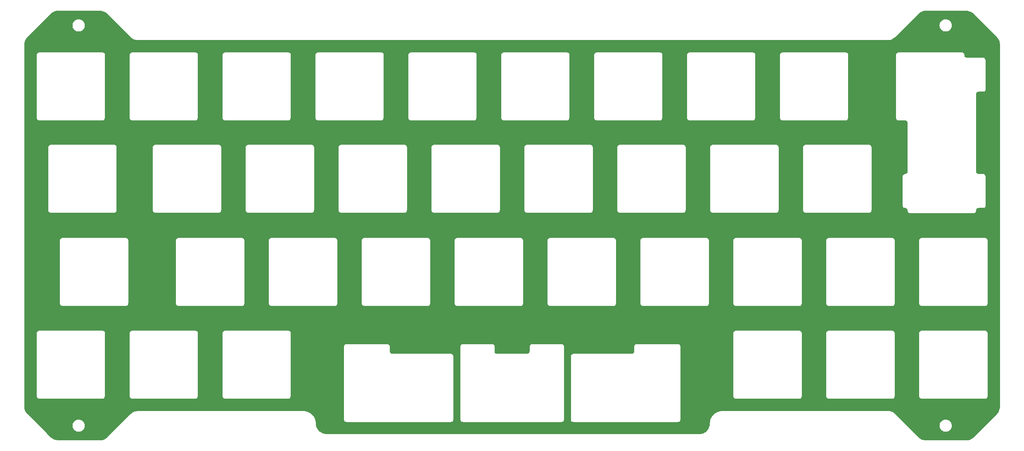
<source format=gtl>
%TF.GenerationSoftware,KiCad,Pcbnew,7.0.6*%
%TF.CreationDate,2023-08-05T15:27:14-04:00*%
%TF.ProjectId,cutiepie-symmetrical-uniform-stagger-plate,63757469-6570-4696-952d-73796d6d6574,rev?*%
%TF.SameCoordinates,Original*%
%TF.FileFunction,Copper,L1,Top*%
%TF.FilePolarity,Positive*%
%FSLAX46Y46*%
G04 Gerber Fmt 4.6, Leading zero omitted, Abs format (unit mm)*
G04 Created by KiCad (PCBNEW 7.0.6) date 2023-08-05 15:27:14*
%MOMM*%
%LPD*%
G01*
G04 APERTURE LIST*
G04 APERTURE END LIST*
%TA.AperFunction,NonConductor*%
G36*
X69841517Y-42456746D02*
G01*
X69847618Y-42457199D01*
X69926537Y-42466989D01*
X70128295Y-42492018D01*
X70146150Y-42495582D01*
X70410864Y-42569020D01*
X70427942Y-42575136D01*
X70598162Y-42650560D01*
X70678658Y-42686227D01*
X70694683Y-42694782D01*
X70927284Y-42841821D01*
X70941977Y-42852705D01*
X71157576Y-43038513D01*
X71160932Y-43041630D01*
X75981151Y-47861849D01*
X75982679Y-47863622D01*
X75987718Y-47868416D01*
X75994363Y-47875062D01*
X75996312Y-47876594D01*
X76057518Y-47934840D01*
X76059595Y-47937004D01*
X76059796Y-47937176D01*
X76062270Y-47938907D01*
X76292211Y-48118094D01*
X76292368Y-48118227D01*
X76292370Y-48118229D01*
X76292372Y-48118230D01*
X76292540Y-48118372D01*
X76293995Y-48119148D01*
X76545901Y-48261640D01*
X76547535Y-48262621D01*
X76549373Y-48263270D01*
X76750148Y-48340751D01*
X76820229Y-48367796D01*
X76820423Y-48367880D01*
X76820425Y-48367882D01*
X76820427Y-48367882D01*
X76820614Y-48367964D01*
X76822187Y-48368279D01*
X77105281Y-48432082D01*
X77106906Y-48432487D01*
X77108652Y-48432574D01*
X77397979Y-48454046D01*
X77400306Y-48454378D01*
X77403921Y-48454511D01*
X77406257Y-48454367D01*
X231282093Y-48454407D01*
X231285551Y-48454778D01*
X231293995Y-48454462D01*
X231296909Y-48454421D01*
X231304952Y-48454497D01*
X231308130Y-48454094D01*
X231391634Y-48452024D01*
X231394876Y-48452095D01*
X231398075Y-48451525D01*
X231519450Y-48436468D01*
X231685882Y-48415821D01*
X231687576Y-48415650D01*
X231689215Y-48415151D01*
X231968060Y-48337792D01*
X231969910Y-48337335D01*
X231971517Y-48336576D01*
X232235800Y-48219473D01*
X232237479Y-48218781D01*
X232238976Y-48217780D01*
X232484000Y-48062887D01*
X232485646Y-48061910D01*
X232487081Y-48060604D01*
X232706785Y-47871258D01*
X232709006Y-47869588D01*
X232711121Y-47867631D01*
X232712978Y-47865511D01*
X235124604Y-45453885D01*
X241824826Y-45453885D01*
X241843894Y-45671844D01*
X241843896Y-45671860D01*
X241843896Y-45671864D01*
X241900525Y-45883207D01*
X241900527Y-45883211D01*
X241900528Y-45883215D01*
X241935340Y-45957869D01*
X241993000Y-46081523D01*
X242018101Y-46117371D01*
X242118505Y-46260762D01*
X242273226Y-46415483D01*
X242452464Y-46540987D01*
X242650773Y-46633460D01*
X242650778Y-46633461D01*
X242650782Y-46633463D01*
X242675852Y-46640180D01*
X242685878Y-46642866D01*
X242688985Y-46643787D01*
X242693047Y-46645106D01*
X242693051Y-46645108D01*
X242701080Y-46646939D01*
X242862126Y-46690092D01*
X242903310Y-46693695D01*
X242911697Y-46695013D01*
X242948770Y-46703476D01*
X242980938Y-46700486D01*
X243080103Y-46709162D01*
X243125394Y-46705199D01*
X243133564Y-46705027D01*
X243136297Y-46705150D01*
X243136299Y-46705149D01*
X243141852Y-46705400D01*
X243141866Y-46705399D01*
X243171751Y-46706741D01*
X243201582Y-46698534D01*
X243298080Y-46690092D01*
X243346018Y-46677246D01*
X243353746Y-46675695D01*
X243355459Y-46675462D01*
X243358816Y-46675008D01*
X243358818Y-46675007D01*
X243360922Y-46674722D01*
X243360943Y-46674719D01*
X243391712Y-46670551D01*
X243418385Y-46657856D01*
X243474404Y-46642846D01*
X243509423Y-46633463D01*
X243509426Y-46633461D01*
X243509433Y-46633460D01*
X243558285Y-46610679D01*
X243565296Y-46607917D01*
X243572377Y-46605617D01*
X243572380Y-46605615D01*
X243574355Y-46604974D01*
X243574366Y-46604970D01*
X243601756Y-46596070D01*
X243624620Y-46579747D01*
X243707742Y-46540987D01*
X243755431Y-46507594D01*
X243761605Y-46503789D01*
X243770116Y-46499210D01*
X243770118Y-46499207D01*
X243772575Y-46497886D01*
X243775016Y-46496573D01*
X243775022Y-46496569D01*
X243795255Y-46485681D01*
X243813876Y-46466670D01*
X243886980Y-46415483D01*
X243931290Y-46371173D01*
X243936439Y-46366570D01*
X243945677Y-46359204D01*
X243945681Y-46359198D01*
X243949571Y-46356097D01*
X243950969Y-46355525D01*
X243954402Y-46352244D01*
X243966142Y-46342881D01*
X243980283Y-46322179D01*
X244041701Y-46260762D01*
X244080249Y-46205709D01*
X244084309Y-46200526D01*
X244092559Y-46191083D01*
X244095125Y-46189449D01*
X244100757Y-46181698D01*
X244109048Y-46172207D01*
X244118699Y-46150797D01*
X244167205Y-46081524D01*
X244197565Y-46016416D01*
X244200519Y-46010845D01*
X244201749Y-46008784D01*
X244204880Y-46003544D01*
X244208179Y-46000491D01*
X244214308Y-45987766D01*
X244219498Y-45979079D01*
X244224855Y-45957891D01*
X244259678Y-45883215D01*
X244260208Y-45881239D01*
X244261284Y-45877218D01*
X244279511Y-45809195D01*
X244281342Y-45803489D01*
X244282982Y-45799118D01*
X244286505Y-45794432D01*
X244291411Y-45776657D01*
X244294064Y-45769587D01*
X244295515Y-45749468D01*
X244316308Y-45671868D01*
X244316309Y-45671864D01*
X244316310Y-45671862D01*
X244323419Y-45590593D01*
X244324176Y-45584955D01*
X244327587Y-45566161D01*
X244327587Y-45566159D01*
X244329954Y-45553117D01*
X244328170Y-45540119D01*
X244328241Y-45536932D01*
X244328455Y-45533034D01*
X244335380Y-45453885D01*
X244328459Y-45374785D01*
X244328243Y-45370848D01*
X244328216Y-45369712D01*
X244328173Y-45367769D01*
X244330657Y-45358526D01*
X244324178Y-45322825D01*
X244323419Y-45317173D01*
X244316310Y-45235908D01*
X244295514Y-45158296D01*
X244295878Y-45143008D01*
X244291411Y-45131107D01*
X244287447Y-45116746D01*
X244282982Y-45108649D01*
X244281347Y-45104294D01*
X244279508Y-45098562D01*
X244259678Y-45024555D01*
X244224855Y-44949879D01*
X244222366Y-44933490D01*
X244214307Y-44920002D01*
X244209371Y-44909754D01*
X244204886Y-44904233D01*
X244200521Y-44896928D01*
X244197558Y-44891340D01*
X244167205Y-44826247D01*
X244118700Y-44756974D01*
X244113006Y-44740090D01*
X244100758Y-44726071D01*
X244096235Y-44719846D01*
X244092556Y-44716682D01*
X244084326Y-44707262D01*
X244080227Y-44702028D01*
X244041702Y-44647009D01*
X244041681Y-44646988D01*
X243980283Y-44585590D01*
X243971164Y-44568890D01*
X243954402Y-44555523D01*
X243951660Y-44552902D01*
X243949571Y-44551671D01*
X243936456Y-44541212D01*
X243931269Y-44536576D01*
X243886981Y-44492288D01*
X243886972Y-44492281D01*
X243813875Y-44441097D01*
X243801265Y-44425321D01*
X243761608Y-44403981D01*
X243755421Y-44400168D01*
X243707746Y-44366785D01*
X243707707Y-44366767D01*
X243624621Y-44328023D01*
X243608611Y-44313925D01*
X243565319Y-44299859D01*
X243558270Y-44297082D01*
X243509435Y-44274311D01*
X243509433Y-44274310D01*
X243493796Y-44270120D01*
X243418376Y-44249910D01*
X243399222Y-44238234D01*
X243353743Y-44232073D01*
X243346012Y-44230521D01*
X243298088Y-44217679D01*
X243298074Y-44217677D01*
X243201575Y-44209235D01*
X243179678Y-44200669D01*
X243133566Y-44202741D01*
X243125374Y-44202567D01*
X243080109Y-44198608D01*
X243080100Y-44198608D01*
X242980923Y-44207284D01*
X242956852Y-44202446D01*
X242911696Y-44212755D01*
X242903294Y-44214075D01*
X242862123Y-44217678D01*
X242763282Y-44244162D01*
X242737726Y-44243553D01*
X242699133Y-44260054D01*
X242682484Y-44265812D01*
X242650770Y-44274310D01*
X242452464Y-44366783D01*
X242452460Y-44366785D01*
X242273224Y-44492287D01*
X242118505Y-44647006D01*
X241993003Y-44826242D01*
X241993001Y-44826246D01*
X241900529Y-45024553D01*
X241900525Y-45024562D01*
X241843896Y-45235905D01*
X241843896Y-45235909D01*
X241824828Y-45453867D01*
X241824826Y-45453885D01*
X235124604Y-45453885D01*
X237538485Y-43040004D01*
X237608110Y-42973746D01*
X237612721Y-42969771D01*
X237770631Y-42846717D01*
X237835809Y-42795926D01*
X237850977Y-42785806D01*
X238090071Y-42650561D01*
X238106465Y-42642810D01*
X238362334Y-42544069D01*
X238379685Y-42538797D01*
X238648141Y-42478293D01*
X238666213Y-42475601D01*
X238950067Y-42454536D01*
X238954656Y-42454367D01*
X247370799Y-42454367D01*
X247466857Y-42456746D01*
X247472958Y-42457199D01*
X247551877Y-42466989D01*
X247753635Y-42492018D01*
X247771490Y-42495582D01*
X248036204Y-42569020D01*
X248053282Y-42575136D01*
X248223502Y-42650560D01*
X248303998Y-42686227D01*
X248320023Y-42694782D01*
X248552624Y-42841821D01*
X248567317Y-42852705D01*
X248782916Y-43038513D01*
X248786272Y-43041630D01*
X253613105Y-47868463D01*
X253679366Y-47938091D01*
X253683345Y-47942708D01*
X253820187Y-48118308D01*
X253857186Y-48165786D01*
X253867308Y-48180955D01*
X254002559Y-48420061D01*
X254010311Y-48436462D01*
X254017277Y-48454511D01*
X254109041Y-48692296D01*
X254114322Y-48709676D01*
X254174825Y-48978116D01*
X254177519Y-48996202D01*
X254198585Y-49280048D01*
X254198755Y-49284639D01*
X254198358Y-123827175D01*
X254195975Y-123923234D01*
X254195522Y-123929334D01*
X254160702Y-124209996D01*
X254157132Y-124227879D01*
X254083697Y-124492572D01*
X254077579Y-124509657D01*
X253966482Y-124760379D01*
X253957926Y-124776403D01*
X253810888Y-125008998D01*
X253800004Y-125023691D01*
X253614196Y-125239286D01*
X253611070Y-125242652D01*
X248784170Y-130069451D01*
X248714578Y-130135674D01*
X248709944Y-130139668D01*
X248486859Y-130313507D01*
X248471691Y-130323627D01*
X248232602Y-130458866D01*
X248216194Y-130466621D01*
X247960345Y-130565352D01*
X247942964Y-130570633D01*
X247674535Y-130631127D01*
X247656449Y-130633821D01*
X247372603Y-130654882D01*
X247368013Y-130655052D01*
X238951871Y-130654966D01*
X238855810Y-130652583D01*
X238849710Y-130652130D01*
X238569048Y-130617310D01*
X238551165Y-130613740D01*
X238286472Y-130540305D01*
X238269387Y-130534187D01*
X238018665Y-130423090D01*
X238002641Y-130414534D01*
X237770047Y-130267496D01*
X237755354Y-130256612D01*
X237753192Y-130254749D01*
X237539751Y-130070795D01*
X237536395Y-130067679D01*
X235124260Y-127655492D01*
X241824826Y-127655492D01*
X241840524Y-127834931D01*
X241843896Y-127873467D01*
X241843896Y-127873471D01*
X241900525Y-128084814D01*
X241900527Y-128084818D01*
X241900528Y-128084822D01*
X241934489Y-128157651D01*
X241993000Y-128283130D01*
X242017727Y-128318444D01*
X242118505Y-128462369D01*
X242273226Y-128617090D01*
X242452464Y-128742594D01*
X242650773Y-128835067D01*
X242650778Y-128835068D01*
X242650782Y-128835070D01*
X242675852Y-128841787D01*
X242685878Y-128844473D01*
X242688985Y-128845394D01*
X242693047Y-128846713D01*
X242693051Y-128846715D01*
X242701080Y-128848546D01*
X242862126Y-128891699D01*
X242903310Y-128895302D01*
X242911697Y-128896620D01*
X242948770Y-128905083D01*
X242980938Y-128902093D01*
X243080103Y-128910769D01*
X243125394Y-128906806D01*
X243133564Y-128906634D01*
X243136297Y-128906757D01*
X243136299Y-128906756D01*
X243141852Y-128907007D01*
X243141866Y-128907006D01*
X243171751Y-128908348D01*
X243201582Y-128900141D01*
X243298080Y-128891699D01*
X243346018Y-128878853D01*
X243353746Y-128877302D01*
X243355459Y-128877069D01*
X243358816Y-128876615D01*
X243358818Y-128876614D01*
X243360922Y-128876329D01*
X243360943Y-128876326D01*
X243391712Y-128872158D01*
X243418385Y-128859463D01*
X243481215Y-128842628D01*
X243509423Y-128835070D01*
X243509426Y-128835068D01*
X243509433Y-128835067D01*
X243558285Y-128812286D01*
X243565296Y-128809524D01*
X243572377Y-128807224D01*
X243572380Y-128807222D01*
X243574355Y-128806581D01*
X243574366Y-128806577D01*
X243601756Y-128797677D01*
X243624620Y-128781354D01*
X243707742Y-128742594D01*
X243755432Y-128709200D01*
X243761598Y-128705401D01*
X243762889Y-128704705D01*
X243770116Y-128700817D01*
X243770121Y-128700812D01*
X243775016Y-128698180D01*
X243775022Y-128698176D01*
X243795255Y-128687288D01*
X243813876Y-128668277D01*
X243886980Y-128617090D01*
X243931285Y-128572784D01*
X243936439Y-128568177D01*
X243945677Y-128560811D01*
X243945681Y-128560805D01*
X243949571Y-128557704D01*
X243950969Y-128557132D01*
X243954402Y-128553851D01*
X243966142Y-128544488D01*
X243980283Y-128523786D01*
X244041701Y-128462369D01*
X244080249Y-128407316D01*
X244084309Y-128402133D01*
X244092559Y-128392690D01*
X244095125Y-128391056D01*
X244100757Y-128383305D01*
X244109048Y-128373814D01*
X244118699Y-128352404D01*
X244167205Y-128283131D01*
X244197565Y-128218023D01*
X244200519Y-128212452D01*
X244201749Y-128210391D01*
X244204880Y-128205151D01*
X244208179Y-128202098D01*
X244214308Y-128189373D01*
X244219498Y-128180686D01*
X244224855Y-128159498D01*
X244259678Y-128084822D01*
X244260208Y-128082846D01*
X244261284Y-128078825D01*
X244279511Y-128010802D01*
X244281342Y-128005096D01*
X244282982Y-128000725D01*
X244286505Y-127996039D01*
X244291411Y-127978264D01*
X244294064Y-127971194D01*
X244295515Y-127951075D01*
X244316308Y-127873475D01*
X244316309Y-127873471D01*
X244316310Y-127873469D01*
X244323419Y-127792200D01*
X244324176Y-127786562D01*
X244327587Y-127767768D01*
X244327587Y-127767766D01*
X244329954Y-127754724D01*
X244328170Y-127741726D01*
X244328241Y-127738539D01*
X244328455Y-127734641D01*
X244335380Y-127655492D01*
X244328459Y-127576392D01*
X244328243Y-127572455D01*
X244328216Y-127571319D01*
X244328173Y-127569376D01*
X244330657Y-127560133D01*
X244327587Y-127543216D01*
X244324177Y-127524427D01*
X244323419Y-127518780D01*
X244316310Y-127437515D01*
X244295514Y-127359903D01*
X244295878Y-127344615D01*
X244291411Y-127332714D01*
X244287447Y-127318353D01*
X244282982Y-127310256D01*
X244281347Y-127305901D01*
X244279508Y-127300169D01*
X244259678Y-127226162D01*
X244224855Y-127151486D01*
X244222366Y-127135097D01*
X244214307Y-127121609D01*
X244209371Y-127111361D01*
X244204886Y-127105840D01*
X244200521Y-127098535D01*
X244197558Y-127092947D01*
X244167205Y-127027854D01*
X244118700Y-126958581D01*
X244113006Y-126941697D01*
X244100758Y-126927678D01*
X244096235Y-126921453D01*
X244092556Y-126918289D01*
X244084326Y-126908869D01*
X244080227Y-126903635D01*
X244041702Y-126848616D01*
X244011668Y-126818582D01*
X243980283Y-126787197D01*
X243971164Y-126770497D01*
X243954402Y-126757130D01*
X243951660Y-126754509D01*
X243949571Y-126753278D01*
X243936456Y-126742819D01*
X243931269Y-126738183D01*
X243886981Y-126693895D01*
X243886972Y-126693888D01*
X243813875Y-126642704D01*
X243801265Y-126626928D01*
X243761608Y-126605588D01*
X243755421Y-126601775D01*
X243707746Y-126568392D01*
X243703789Y-126566547D01*
X243624621Y-126529630D01*
X243608611Y-126515532D01*
X243565319Y-126501466D01*
X243558270Y-126498689D01*
X243509435Y-126475918D01*
X243509433Y-126475917D01*
X243493796Y-126471727D01*
X243418376Y-126451517D01*
X243399222Y-126439841D01*
X243353743Y-126433680D01*
X243346012Y-126432128D01*
X243298088Y-126419286D01*
X243298074Y-126419284D01*
X243201575Y-126410842D01*
X243179678Y-126402276D01*
X243133566Y-126404348D01*
X243125374Y-126404174D01*
X243080109Y-126400215D01*
X243080100Y-126400215D01*
X242980923Y-126408891D01*
X242956852Y-126404053D01*
X242911696Y-126414362D01*
X242903294Y-126415682D01*
X242862123Y-126419285D01*
X242763282Y-126445769D01*
X242737726Y-126445160D01*
X242699133Y-126461661D01*
X242682484Y-126467419D01*
X242650770Y-126475917D01*
X242452464Y-126568390D01*
X242452460Y-126568392D01*
X242273224Y-126693894D01*
X242118505Y-126848613D01*
X241993003Y-127027849D01*
X241993001Y-127027853D01*
X241900529Y-127226160D01*
X241900525Y-127226169D01*
X241843896Y-127437512D01*
X241843896Y-127437516D01*
X241832091Y-127572455D01*
X241824826Y-127655492D01*
X235124260Y-127655492D01*
X232717963Y-125249144D01*
X232716397Y-125247190D01*
X232708251Y-125239432D01*
X232702852Y-125234033D01*
X232700998Y-125232530D01*
X232638628Y-125173174D01*
X232636487Y-125170929D01*
X232633949Y-125169135D01*
X232404843Y-124990595D01*
X232403654Y-124989624D01*
X232403298Y-124989443D01*
X232149926Y-124846120D01*
X232148445Y-124845235D01*
X232146785Y-124844641D01*
X231877158Y-124740588D01*
X231875636Y-124739955D01*
X231875208Y-124739877D01*
X231590717Y-124675759D01*
X231589200Y-124675379D01*
X231588776Y-124675365D01*
X231317577Y-124655239D01*
X231297739Y-124653766D01*
X231295732Y-124653488D01*
X231295214Y-124653482D01*
X231292325Y-124653374D01*
X231290505Y-124653463D01*
X197253980Y-124653414D01*
X197250218Y-124653132D01*
X197246147Y-124653336D01*
X197243047Y-124653414D01*
X197242461Y-124653414D01*
X197240702Y-124653609D01*
X197240345Y-124653628D01*
X196992045Y-124666164D01*
X196989177Y-124666172D01*
X196989061Y-124666183D01*
X196986279Y-124666726D01*
X196742753Y-124703892D01*
X196740609Y-124704151D01*
X196738534Y-124704814D01*
X196385074Y-124805073D01*
X196384690Y-124805164D01*
X196383243Y-124805861D01*
X196054217Y-124954524D01*
X196052684Y-124955174D01*
X196051282Y-124956120D01*
X195749962Y-125149237D01*
X195748607Y-125150059D01*
X195748289Y-125150357D01*
X195477939Y-125384519D01*
X195476479Y-125385714D01*
X195475333Y-125387105D01*
X195242058Y-125656427D01*
X195240790Y-125657816D01*
X195239790Y-125659478D01*
X195046860Y-125960510D01*
X195045868Y-125961975D01*
X195045215Y-125963514D01*
X194896571Y-126292494D01*
X194895846Y-126293996D01*
X194895753Y-126294388D01*
X194795408Y-126648148D01*
X194794824Y-126650010D01*
X194794580Y-126652014D01*
X194757406Y-126895592D01*
X194756863Y-126898374D01*
X194756852Y-126898490D01*
X194756844Y-126901359D01*
X194744289Y-127150015D01*
X194744093Y-127151774D01*
X194744093Y-127152366D01*
X194744014Y-127155494D01*
X194732612Y-127381218D01*
X194731728Y-127388977D01*
X194674525Y-127709901D01*
X194669918Y-127727855D01*
X194569312Y-128025442D01*
X194562220Y-128042235D01*
X194420817Y-128318444D01*
X194411501Y-128333789D01*
X194232897Y-128585002D01*
X194221584Y-128598716D01*
X194009391Y-128821281D01*
X193996253Y-128833219D01*
X193754178Y-129023422D01*
X193739360Y-129033426D01*
X193471075Y-129187628D01*
X193454739Y-129195489D01*
X193163883Y-129310088D01*
X193146274Y-129315553D01*
X192836368Y-129386974D01*
X192817877Y-129389788D01*
X192485185Y-129414960D01*
X192480505Y-129415137D01*
X116189932Y-129415137D01*
X116186809Y-129415058D01*
X116124899Y-129411931D01*
X115961085Y-129403658D01*
X115953325Y-129402774D01*
X115632398Y-129345574D01*
X115614444Y-129340967D01*
X115316854Y-129240363D01*
X115300061Y-129233271D01*
X115023856Y-129091874D01*
X115008510Y-129082559D01*
X114757275Y-128903941D01*
X114743569Y-128892633D01*
X114521008Y-128680448D01*
X114509073Y-128667314D01*
X114348042Y-128462369D01*
X114318857Y-128425225D01*
X114308855Y-128410409D01*
X114306037Y-128405507D01*
X114154650Y-128142121D01*
X114146791Y-128125788D01*
X114130650Y-128084823D01*
X114046650Y-127871628D01*
X114032191Y-127834931D01*
X114026726Y-127817322D01*
X114014881Y-127765925D01*
X113955303Y-127507409D01*
X113952490Y-127488923D01*
X113948600Y-127437512D01*
X113927140Y-127153853D01*
X113914407Y-126901717D01*
X113914418Y-126898467D01*
X113913778Y-126895277D01*
X113882763Y-126692052D01*
X113876691Y-126652266D01*
X113876429Y-126650039D01*
X113875773Y-126647969D01*
X113875081Y-126645531D01*
X113833694Y-126499623D01*
X113801608Y-126386505D01*
X119697593Y-126386505D01*
X119697781Y-126389909D01*
X119697826Y-126391564D01*
X119698210Y-126393278D01*
X119698259Y-126393538D01*
X119698882Y-126395463D01*
X119743470Y-126571550D01*
X119754075Y-126613431D01*
X119755011Y-126621612D01*
X119756807Y-126626215D01*
X119757434Y-126628182D01*
X119758329Y-126630111D01*
X119758359Y-126630184D01*
X119759078Y-126631239D01*
X119759106Y-126631283D01*
X119760402Y-126632831D01*
X119763907Y-126637526D01*
X119770296Y-126642615D01*
X119928345Y-126808462D01*
X119933886Y-126815869D01*
X119934495Y-126816421D01*
X119937612Y-126818603D01*
X119938812Y-126819491D01*
X119940114Y-126820101D01*
X119944554Y-126822320D01*
X119944573Y-126822326D01*
X119954169Y-126823751D01*
X120194416Y-126890827D01*
X120196576Y-126891581D01*
X120198367Y-126892008D01*
X120199615Y-126892056D01*
X120202040Y-126891914D01*
X141627387Y-126891914D01*
X141631169Y-126892186D01*
X141635020Y-126891993D01*
X141636426Y-126891957D01*
X141637793Y-126891651D01*
X141641563Y-126890901D01*
X141645209Y-126889692D01*
X141857766Y-126835869D01*
X141866279Y-126834940D01*
X141866408Y-126834889D01*
X141870528Y-126833595D01*
X141872824Y-126832513D01*
X141875101Y-126831545D01*
X141876199Y-126830784D01*
X141878191Y-126829106D01*
X141882378Y-126826009D01*
X141887563Y-126819500D01*
X142052984Y-126661856D01*
X142060865Y-126656021D01*
X142063286Y-126652567D01*
X142064486Y-126650972D01*
X142065322Y-126649174D01*
X142067168Y-126645531D01*
X142068619Y-126635949D01*
X142070262Y-126630063D01*
X142135726Y-126395588D01*
X142136485Y-126393439D01*
X142136980Y-126391425D01*
X142137024Y-126390318D01*
X142136874Y-126387743D01*
X142136874Y-126386505D01*
X143573593Y-126386505D01*
X143573781Y-126389909D01*
X143573826Y-126391564D01*
X143574210Y-126393278D01*
X143574259Y-126393538D01*
X143574882Y-126395463D01*
X143619470Y-126571550D01*
X143630075Y-126613431D01*
X143631011Y-126621612D01*
X143632807Y-126626215D01*
X143633434Y-126628182D01*
X143634329Y-126630111D01*
X143634359Y-126630184D01*
X143635078Y-126631239D01*
X143635106Y-126631283D01*
X143636402Y-126632831D01*
X143639907Y-126637526D01*
X143646296Y-126642615D01*
X143804345Y-126808462D01*
X143809886Y-126815869D01*
X143810495Y-126816421D01*
X143813612Y-126818603D01*
X143814812Y-126819491D01*
X143816114Y-126820101D01*
X143820554Y-126822320D01*
X143820573Y-126822326D01*
X143830169Y-126823751D01*
X144070416Y-126890827D01*
X144072576Y-126891581D01*
X144074367Y-126892008D01*
X144075615Y-126892056D01*
X144078040Y-126891914D01*
X164289387Y-126891914D01*
X164293169Y-126892186D01*
X164297020Y-126891993D01*
X164298426Y-126891957D01*
X164299793Y-126891651D01*
X164303563Y-126890901D01*
X164307209Y-126889692D01*
X164519766Y-126835869D01*
X164528279Y-126834940D01*
X164528408Y-126834889D01*
X164532528Y-126833595D01*
X164534824Y-126832513D01*
X164537101Y-126831545D01*
X164538199Y-126830784D01*
X164540191Y-126829106D01*
X164544378Y-126826009D01*
X164549563Y-126819500D01*
X164714984Y-126661856D01*
X164722865Y-126656021D01*
X164725286Y-126652567D01*
X164726486Y-126650972D01*
X164727322Y-126649174D01*
X164729168Y-126645531D01*
X164730619Y-126635949D01*
X164732262Y-126630063D01*
X164797726Y-126395588D01*
X164798485Y-126393439D01*
X164798980Y-126391425D01*
X164799024Y-126390318D01*
X164798874Y-126387743D01*
X164798874Y-126386506D01*
X166235593Y-126386506D01*
X166235781Y-126389909D01*
X166235826Y-126391564D01*
X166236210Y-126393278D01*
X166236259Y-126393538D01*
X166236882Y-126395463D01*
X166281470Y-126571550D01*
X166292075Y-126613431D01*
X166293011Y-126621612D01*
X166294807Y-126626215D01*
X166295434Y-126628182D01*
X166296329Y-126630111D01*
X166296359Y-126630184D01*
X166297078Y-126631239D01*
X166297106Y-126631283D01*
X166298402Y-126632831D01*
X166301907Y-126637526D01*
X166308296Y-126642615D01*
X166466345Y-126808462D01*
X166471886Y-126815869D01*
X166472495Y-126816421D01*
X166475612Y-126818603D01*
X166476812Y-126819491D01*
X166478114Y-126820101D01*
X166482554Y-126822320D01*
X166482573Y-126822326D01*
X166492169Y-126823751D01*
X166732416Y-126890827D01*
X166734576Y-126891581D01*
X166736367Y-126892008D01*
X166737615Y-126892056D01*
X166740040Y-126891914D01*
X188165387Y-126891914D01*
X188169169Y-126892186D01*
X188173020Y-126891993D01*
X188174426Y-126891957D01*
X188175793Y-126891651D01*
X188179563Y-126890901D01*
X188183209Y-126889692D01*
X188395766Y-126835869D01*
X188404279Y-126834940D01*
X188404408Y-126834889D01*
X188408528Y-126833595D01*
X188410824Y-126832513D01*
X188413101Y-126831545D01*
X188414199Y-126830784D01*
X188416191Y-126829106D01*
X188420378Y-126826009D01*
X188425563Y-126819500D01*
X188590984Y-126661856D01*
X188598865Y-126656021D01*
X188601286Y-126652567D01*
X188602486Y-126650972D01*
X188603322Y-126649174D01*
X188605168Y-126645531D01*
X188606619Y-126635949D01*
X188608262Y-126630063D01*
X188673726Y-126395588D01*
X188674485Y-126393439D01*
X188674980Y-126391425D01*
X188675024Y-126390318D01*
X188674874Y-126387743D01*
X188674874Y-121623746D01*
X199573093Y-121623746D01*
X199573281Y-121627150D01*
X199573326Y-121628805D01*
X199573710Y-121630519D01*
X199573759Y-121630779D01*
X199574382Y-121632704D01*
X199629575Y-121850672D01*
X199630511Y-121858853D01*
X199632307Y-121863456D01*
X199632934Y-121865423D01*
X199633829Y-121867352D01*
X199633859Y-121867425D01*
X199634578Y-121868480D01*
X199634606Y-121868524D01*
X199635902Y-121870072D01*
X199639407Y-121874767D01*
X199645796Y-121879856D01*
X199803845Y-122045703D01*
X199809386Y-122053110D01*
X199809995Y-122053662D01*
X199813112Y-122055844D01*
X199814312Y-122056732D01*
X199815614Y-122057342D01*
X199820054Y-122059561D01*
X199820073Y-122059567D01*
X199829669Y-122060992D01*
X200069916Y-122128068D01*
X200072076Y-122128822D01*
X200073867Y-122129249D01*
X200075115Y-122129297D01*
X200077540Y-122129155D01*
X213064887Y-122129155D01*
X213068669Y-122129427D01*
X213072520Y-122129234D01*
X213073926Y-122129198D01*
X213075293Y-122128892D01*
X213079063Y-122128142D01*
X213082709Y-122126933D01*
X213295266Y-122073110D01*
X213303779Y-122072181D01*
X213303908Y-122072130D01*
X213308028Y-122070836D01*
X213310324Y-122069754D01*
X213312601Y-122068786D01*
X213313699Y-122068025D01*
X213315691Y-122066347D01*
X213319878Y-122063250D01*
X213325063Y-122056741D01*
X213490484Y-121899097D01*
X213498365Y-121893262D01*
X213500786Y-121889808D01*
X213501986Y-121888213D01*
X213502822Y-121886415D01*
X213504668Y-121882772D01*
X213506119Y-121873190D01*
X213507762Y-121867304D01*
X213573226Y-121632829D01*
X213573985Y-121630680D01*
X213574480Y-121628666D01*
X213574524Y-121627559D01*
X213574374Y-121624984D01*
X213574374Y-121623746D01*
X218623093Y-121623746D01*
X218623281Y-121627150D01*
X218623326Y-121628805D01*
X218623710Y-121630519D01*
X218623759Y-121630779D01*
X218624382Y-121632704D01*
X218679575Y-121850672D01*
X218680511Y-121858853D01*
X218682307Y-121863456D01*
X218682934Y-121865423D01*
X218683829Y-121867352D01*
X218683859Y-121867425D01*
X218684578Y-121868480D01*
X218684606Y-121868524D01*
X218685902Y-121870072D01*
X218689407Y-121874767D01*
X218695796Y-121879856D01*
X218853845Y-122045703D01*
X218859386Y-122053110D01*
X218859995Y-122053662D01*
X218863112Y-122055844D01*
X218864312Y-122056732D01*
X218865614Y-122057342D01*
X218870054Y-122059561D01*
X218870073Y-122059567D01*
X218879669Y-122060992D01*
X219119916Y-122128068D01*
X219122076Y-122128822D01*
X219123867Y-122129249D01*
X219125115Y-122129297D01*
X219127540Y-122129155D01*
X232114887Y-122129155D01*
X232118669Y-122129427D01*
X232122520Y-122129234D01*
X232123926Y-122129198D01*
X232125293Y-122128892D01*
X232129063Y-122128142D01*
X232132709Y-122126933D01*
X232345266Y-122073110D01*
X232353779Y-122072181D01*
X232353908Y-122072130D01*
X232358028Y-122070836D01*
X232360324Y-122069754D01*
X232362601Y-122068786D01*
X232363699Y-122068025D01*
X232365691Y-122066347D01*
X232369878Y-122063250D01*
X232375063Y-122056741D01*
X232540484Y-121899097D01*
X232548365Y-121893262D01*
X232550786Y-121889808D01*
X232551986Y-121888213D01*
X232552822Y-121886415D01*
X232554668Y-121882772D01*
X232556119Y-121873190D01*
X232557762Y-121867304D01*
X232623226Y-121632829D01*
X232623985Y-121630680D01*
X232624480Y-121628666D01*
X232624524Y-121627559D01*
X232624374Y-121624984D01*
X232624374Y-121623161D01*
X237673135Y-121623161D01*
X237673365Y-121628710D01*
X237673841Y-121631033D01*
X237674386Y-121632717D01*
X237729575Y-121850672D01*
X237730511Y-121858853D01*
X237732307Y-121863456D01*
X237732934Y-121865423D01*
X237733829Y-121867352D01*
X237733859Y-121867425D01*
X237734578Y-121868480D01*
X237734606Y-121868524D01*
X237735902Y-121870072D01*
X237739407Y-121874767D01*
X237745796Y-121879856D01*
X237903845Y-122045703D01*
X237909386Y-122053110D01*
X237909995Y-122053662D01*
X237913112Y-122055844D01*
X237914312Y-122056732D01*
X237915614Y-122057342D01*
X237920054Y-122059561D01*
X237920073Y-122059567D01*
X237929669Y-122060992D01*
X238169916Y-122128068D01*
X238172076Y-122128822D01*
X238173867Y-122129249D01*
X238175115Y-122129297D01*
X238177540Y-122129155D01*
X251164887Y-122129155D01*
X251168669Y-122129427D01*
X251172520Y-122129234D01*
X251173926Y-122129198D01*
X251175293Y-122128892D01*
X251179063Y-122128142D01*
X251182709Y-122126933D01*
X251395266Y-122073110D01*
X251403779Y-122072181D01*
X251403908Y-122072130D01*
X251408028Y-122070836D01*
X251410324Y-122069754D01*
X251412601Y-122068786D01*
X251413699Y-122068025D01*
X251415691Y-122066347D01*
X251419878Y-122063250D01*
X251425063Y-122056741D01*
X251590484Y-121899097D01*
X251598365Y-121893262D01*
X251600786Y-121889808D01*
X251601986Y-121888213D01*
X251602822Y-121886415D01*
X251604668Y-121882772D01*
X251606119Y-121873190D01*
X251607762Y-121867304D01*
X251673226Y-121632829D01*
X251673985Y-121630680D01*
X251674480Y-121628666D01*
X251674524Y-121627559D01*
X251674374Y-121624984D01*
X251674374Y-108637642D01*
X251674646Y-108633861D01*
X251674453Y-108630010D01*
X251674417Y-108628609D01*
X251674120Y-108627288D01*
X251673321Y-108623293D01*
X251672112Y-108619663D01*
X251618472Y-108407826D01*
X251617591Y-108399393D01*
X251615463Y-108393925D01*
X251614634Y-108391306D01*
X251614079Y-108389987D01*
X251613690Y-108389421D01*
X251611769Y-108387134D01*
X251608408Y-108382631D01*
X251602043Y-108377551D01*
X251444774Y-108212522D01*
X251439389Y-108205169D01*
X251437621Y-108203567D01*
X251434624Y-108201459D01*
X251433443Y-108200580D01*
X251432112Y-108199948D01*
X251428749Y-108198244D01*
X251427896Y-108197938D01*
X251418873Y-108196537D01*
X251177674Y-108129196D01*
X251175436Y-108128422D01*
X251173916Y-108128061D01*
X251172631Y-108128012D01*
X251170207Y-108128155D01*
X238182861Y-108128155D01*
X238179078Y-108127882D01*
X238175228Y-108128076D01*
X238173725Y-108128114D01*
X238172118Y-108128466D01*
X238171915Y-108128504D01*
X238169982Y-108129123D01*
X237952398Y-108184218D01*
X237944306Y-108185107D01*
X237938590Y-108187298D01*
X237936540Y-108187956D01*
X237935261Y-108188513D01*
X237934426Y-108189076D01*
X237932726Y-108190497D01*
X237927737Y-108194256D01*
X237922763Y-108200489D01*
X237757264Y-108358206D01*
X237750483Y-108363227D01*
X237748357Y-108365921D01*
X237747044Y-108367380D01*
X237745821Y-108369121D01*
X237744696Y-108371377D01*
X237744060Y-108373147D01*
X237742923Y-108375732D01*
X237741666Y-108383975D01*
X237674370Y-108625015D01*
X237673578Y-108627324D01*
X237673283Y-108628571D01*
X237673231Y-108629974D01*
X237673374Y-108632373D01*
X237673374Y-121619808D01*
X237673135Y-121623161D01*
X232624374Y-121623161D01*
X232624374Y-108637642D01*
X232624646Y-108633861D01*
X232624453Y-108630010D01*
X232624417Y-108628609D01*
X232624120Y-108627288D01*
X232623321Y-108623293D01*
X232622112Y-108619663D01*
X232568472Y-108407826D01*
X232567591Y-108399393D01*
X232565463Y-108393925D01*
X232564634Y-108391306D01*
X232564079Y-108389987D01*
X232563690Y-108389421D01*
X232561769Y-108387134D01*
X232558408Y-108382631D01*
X232552043Y-108377551D01*
X232394774Y-108212522D01*
X232389389Y-108205169D01*
X232387621Y-108203567D01*
X232384624Y-108201459D01*
X232383443Y-108200580D01*
X232382112Y-108199948D01*
X232378749Y-108198244D01*
X232377896Y-108197938D01*
X232368873Y-108196537D01*
X232127674Y-108129196D01*
X232125436Y-108128422D01*
X232123916Y-108128061D01*
X232122631Y-108128012D01*
X232120207Y-108128155D01*
X219132861Y-108128155D01*
X219129078Y-108127882D01*
X219125228Y-108128076D01*
X219123725Y-108128114D01*
X219122118Y-108128466D01*
X219121915Y-108128504D01*
X219119982Y-108129123D01*
X218902398Y-108184218D01*
X218894306Y-108185107D01*
X218888590Y-108187298D01*
X218886540Y-108187956D01*
X218885261Y-108188513D01*
X218884426Y-108189076D01*
X218882726Y-108190497D01*
X218877737Y-108194256D01*
X218872763Y-108200489D01*
X218707264Y-108358206D01*
X218700483Y-108363227D01*
X218698357Y-108365921D01*
X218697044Y-108367380D01*
X218695821Y-108369121D01*
X218694696Y-108371377D01*
X218694060Y-108373147D01*
X218692923Y-108375732D01*
X218691666Y-108383975D01*
X218624370Y-108625015D01*
X218623578Y-108627324D01*
X218623283Y-108628571D01*
X218623231Y-108629974D01*
X218623374Y-108632373D01*
X218623374Y-121619804D01*
X218623093Y-121623746D01*
X213574374Y-121623746D01*
X213574374Y-108637642D01*
X213574646Y-108633861D01*
X213574453Y-108630010D01*
X213574417Y-108628609D01*
X213574120Y-108627288D01*
X213573321Y-108623293D01*
X213572112Y-108619663D01*
X213518472Y-108407826D01*
X213517591Y-108399393D01*
X213515463Y-108393925D01*
X213514634Y-108391306D01*
X213514079Y-108389987D01*
X213513690Y-108389421D01*
X213511769Y-108387134D01*
X213508408Y-108382631D01*
X213502043Y-108377551D01*
X213344774Y-108212522D01*
X213339389Y-108205169D01*
X213337621Y-108203567D01*
X213334624Y-108201459D01*
X213333443Y-108200580D01*
X213332112Y-108199948D01*
X213328749Y-108198244D01*
X213327896Y-108197938D01*
X213318873Y-108196537D01*
X213077674Y-108129196D01*
X213075436Y-108128422D01*
X213073916Y-108128061D01*
X213072631Y-108128012D01*
X213070207Y-108128155D01*
X200082861Y-108128155D01*
X200079078Y-108127882D01*
X200075228Y-108128076D01*
X200073725Y-108128114D01*
X200072118Y-108128466D01*
X200071915Y-108128504D01*
X200069982Y-108129123D01*
X199852398Y-108184218D01*
X199844306Y-108185107D01*
X199838590Y-108187298D01*
X199836540Y-108187956D01*
X199835261Y-108188513D01*
X199834426Y-108189076D01*
X199832726Y-108190497D01*
X199827737Y-108194256D01*
X199822763Y-108200489D01*
X199657264Y-108358206D01*
X199650483Y-108363227D01*
X199648357Y-108365921D01*
X199647044Y-108367380D01*
X199645821Y-108369121D01*
X199644696Y-108371377D01*
X199644060Y-108373147D01*
X199642923Y-108375732D01*
X199641666Y-108383975D01*
X199574370Y-108625015D01*
X199573578Y-108627324D01*
X199573283Y-108628571D01*
X199573231Y-108629974D01*
X199573374Y-108632373D01*
X199573374Y-121619804D01*
X199573093Y-121623746D01*
X188674874Y-121623746D01*
X188674874Y-111400401D01*
X188675146Y-111396620D01*
X188674953Y-111392769D01*
X188674917Y-111391368D01*
X188674620Y-111390047D01*
X188673821Y-111386052D01*
X188672612Y-111382422D01*
X188618972Y-111170585D01*
X188618091Y-111162152D01*
X188615963Y-111156684D01*
X188615134Y-111154065D01*
X188614579Y-111152746D01*
X188614190Y-111152180D01*
X188612269Y-111149893D01*
X188608908Y-111145390D01*
X188602543Y-111140310D01*
X188445274Y-110975281D01*
X188439889Y-110967928D01*
X188438121Y-110966326D01*
X188435124Y-110964218D01*
X188433943Y-110963339D01*
X188432612Y-110962707D01*
X188429249Y-110961003D01*
X188428395Y-110960697D01*
X188419373Y-110959296D01*
X188178087Y-110891931D01*
X188175020Y-110890875D01*
X188174374Y-110890873D01*
X188174373Y-110890873D01*
X188165957Y-110890852D01*
X188157958Y-110892931D01*
X188149691Y-110893950D01*
X188149391Y-110891522D01*
X188132693Y-110895914D01*
X179770361Y-110895914D01*
X179766578Y-110895641D01*
X179762728Y-110895835D01*
X179761225Y-110895873D01*
X179759618Y-110896225D01*
X179759415Y-110896263D01*
X179757482Y-110896882D01*
X179539898Y-110951977D01*
X179531806Y-110952866D01*
X179526090Y-110955057D01*
X179524040Y-110955715D01*
X179522761Y-110956272D01*
X179521926Y-110956835D01*
X179520226Y-110958256D01*
X179515237Y-110962015D01*
X179510263Y-110968248D01*
X179344764Y-111125965D01*
X179337983Y-111130986D01*
X179335857Y-111133680D01*
X179334544Y-111135139D01*
X179333321Y-111136880D01*
X179332196Y-111139136D01*
X179331560Y-111140906D01*
X179330423Y-111143491D01*
X179329166Y-111151734D01*
X179261870Y-111392774D01*
X179261078Y-111395083D01*
X179260783Y-111396330D01*
X179260731Y-111397733D01*
X179260874Y-111400132D01*
X179260874Y-112375897D01*
X179257080Y-112406335D01*
X179208561Y-112597945D01*
X179178121Y-112653052D01*
X179175396Y-112655912D01*
X179043921Y-112793874D01*
X178987501Y-112827760D01*
X178861045Y-112863066D01*
X178777665Y-112886346D01*
X178744321Y-112890914D01*
X166745361Y-112890914D01*
X166741578Y-112890641D01*
X166737728Y-112890835D01*
X166736225Y-112890873D01*
X166734618Y-112891225D01*
X166734415Y-112891263D01*
X166732482Y-112891882D01*
X166514898Y-112946977D01*
X166506806Y-112947866D01*
X166501090Y-112950057D01*
X166499040Y-112950715D01*
X166497761Y-112951272D01*
X166496926Y-112951835D01*
X166495226Y-112953256D01*
X166490237Y-112957015D01*
X166485263Y-112963248D01*
X166319764Y-113120965D01*
X166312983Y-113125986D01*
X166310857Y-113128680D01*
X166309544Y-113130139D01*
X166308321Y-113131880D01*
X166307196Y-113134136D01*
X166306560Y-113135906D01*
X166305423Y-113138491D01*
X166304166Y-113146734D01*
X166236870Y-113387774D01*
X166236078Y-113390083D01*
X166235783Y-113391330D01*
X166235731Y-113392733D01*
X166235874Y-113395132D01*
X166235874Y-126382564D01*
X166235593Y-126386506D01*
X164798874Y-126386506D01*
X164798874Y-111400401D01*
X164799146Y-111396620D01*
X164798953Y-111392769D01*
X164798917Y-111391368D01*
X164798620Y-111390047D01*
X164797821Y-111386052D01*
X164796612Y-111382422D01*
X164742972Y-111170585D01*
X164742091Y-111162152D01*
X164739963Y-111156684D01*
X164739134Y-111154065D01*
X164738579Y-111152746D01*
X164738190Y-111152180D01*
X164736269Y-111149893D01*
X164732908Y-111145390D01*
X164726543Y-111140310D01*
X164569274Y-110975281D01*
X164563889Y-110967928D01*
X164562121Y-110966326D01*
X164559124Y-110964218D01*
X164557943Y-110963339D01*
X164556612Y-110962707D01*
X164553249Y-110961003D01*
X164552396Y-110960697D01*
X164543373Y-110959296D01*
X164302174Y-110891955D01*
X164299936Y-110891181D01*
X164298416Y-110890820D01*
X164297131Y-110890771D01*
X164294707Y-110890914D01*
X158307361Y-110890914D01*
X158303578Y-110890641D01*
X158299728Y-110890835D01*
X158298225Y-110890873D01*
X158296618Y-110891225D01*
X158296415Y-110891263D01*
X158294482Y-110891882D01*
X158076898Y-110946977D01*
X158068806Y-110947866D01*
X158063090Y-110950057D01*
X158061040Y-110950715D01*
X158059761Y-110951272D01*
X158058926Y-110951835D01*
X158057226Y-110953256D01*
X158052237Y-110957015D01*
X158047263Y-110963248D01*
X157881764Y-111120965D01*
X157874983Y-111125986D01*
X157872857Y-111128680D01*
X157871544Y-111130139D01*
X157870321Y-111131880D01*
X157869196Y-111134136D01*
X157868560Y-111135906D01*
X157867423Y-111138491D01*
X157866166Y-111146734D01*
X157798870Y-111387774D01*
X157798078Y-111390083D01*
X157797783Y-111391330D01*
X157797730Y-111392743D01*
X157797873Y-111395138D01*
X157797873Y-112380897D01*
X157794079Y-112411335D01*
X157745561Y-112602945D01*
X157715121Y-112658053D01*
X157580921Y-112798874D01*
X157524501Y-112832760D01*
X157398045Y-112868066D01*
X157314665Y-112891346D01*
X157281321Y-112895914D01*
X151089890Y-112895914D01*
X151059452Y-112892120D01*
X150867840Y-112843601D01*
X150812733Y-112813161D01*
X150671911Y-112678961D01*
X150638026Y-112622543D01*
X150579441Y-112412702D01*
X150574874Y-112379358D01*
X150574874Y-111400401D01*
X150575146Y-111396620D01*
X150574953Y-111392769D01*
X150574917Y-111391368D01*
X150574620Y-111390047D01*
X150573821Y-111386052D01*
X150572612Y-111382422D01*
X150518972Y-111170585D01*
X150518091Y-111162152D01*
X150515963Y-111156684D01*
X150515134Y-111154065D01*
X150514579Y-111152746D01*
X150514190Y-111152180D01*
X150512269Y-111149893D01*
X150508908Y-111145390D01*
X150502543Y-111140310D01*
X150345274Y-110975281D01*
X150339889Y-110967928D01*
X150338121Y-110966326D01*
X150335124Y-110964218D01*
X150333943Y-110963339D01*
X150332612Y-110962707D01*
X150329249Y-110961003D01*
X150328396Y-110960697D01*
X150319373Y-110959296D01*
X150078174Y-110891955D01*
X150075936Y-110891181D01*
X150074416Y-110890820D01*
X150073131Y-110890771D01*
X150070707Y-110890914D01*
X144083361Y-110890914D01*
X144079578Y-110890641D01*
X144075728Y-110890835D01*
X144074225Y-110890873D01*
X144072618Y-110891225D01*
X144072415Y-110891263D01*
X144070482Y-110891882D01*
X143852898Y-110946977D01*
X143844806Y-110947866D01*
X143839090Y-110950057D01*
X143837040Y-110950715D01*
X143835761Y-110951272D01*
X143834926Y-110951835D01*
X143833226Y-110953256D01*
X143828237Y-110957015D01*
X143823263Y-110963248D01*
X143657764Y-111120965D01*
X143650983Y-111125986D01*
X143648857Y-111128680D01*
X143647544Y-111130139D01*
X143646321Y-111131880D01*
X143645196Y-111134136D01*
X143644560Y-111135906D01*
X143643423Y-111138491D01*
X143642166Y-111146734D01*
X143574870Y-111387774D01*
X143574078Y-111390083D01*
X143573783Y-111391330D01*
X143573731Y-111392733D01*
X143573874Y-111395132D01*
X143573874Y-126382563D01*
X143573593Y-126386505D01*
X142136874Y-126386505D01*
X142136874Y-113400401D01*
X142137146Y-113396620D01*
X142136953Y-113392769D01*
X142136917Y-113391368D01*
X142136620Y-113390047D01*
X142135821Y-113386052D01*
X142134612Y-113382422D01*
X142080972Y-113170585D01*
X142080091Y-113162152D01*
X142077963Y-113156684D01*
X142077134Y-113154065D01*
X142076579Y-113152746D01*
X142076190Y-113152180D01*
X142074269Y-113149893D01*
X142070908Y-113145390D01*
X142064543Y-113140310D01*
X141907274Y-112975281D01*
X141901889Y-112967928D01*
X141900121Y-112966326D01*
X141897124Y-112964218D01*
X141895943Y-112963339D01*
X141894612Y-112962707D01*
X141891249Y-112961003D01*
X141890396Y-112960697D01*
X141881373Y-112959296D01*
X141640174Y-112891955D01*
X141637936Y-112891181D01*
X141636416Y-112890820D01*
X141635131Y-112890771D01*
X141632707Y-112890914D01*
X129626890Y-112890914D01*
X129596452Y-112887120D01*
X129404840Y-112838601D01*
X129349733Y-112808161D01*
X129334741Y-112793874D01*
X129208911Y-112673961D01*
X129175026Y-112617543D01*
X129116441Y-112407702D01*
X129111874Y-112374358D01*
X129111874Y-111405401D01*
X129112146Y-111401620D01*
X129111953Y-111397769D01*
X129111917Y-111396368D01*
X129111620Y-111395047D01*
X129110821Y-111391052D01*
X129109612Y-111387422D01*
X129055972Y-111175585D01*
X129055091Y-111167152D01*
X129052963Y-111161684D01*
X129052134Y-111159065D01*
X129051579Y-111157746D01*
X129051190Y-111157180D01*
X129049269Y-111154893D01*
X129045908Y-111150390D01*
X129039543Y-111145310D01*
X128882274Y-110980281D01*
X128876889Y-110972928D01*
X128875121Y-110971326D01*
X128872124Y-110969218D01*
X128870943Y-110968339D01*
X128869612Y-110967707D01*
X128866249Y-110966003D01*
X128865394Y-110965697D01*
X128856375Y-110964296D01*
X128649974Y-110906671D01*
X128635572Y-110898255D01*
X128634661Y-110900467D01*
X128611473Y-110890914D01*
X128611374Y-110890873D01*
X128586820Y-110890873D01*
X128586614Y-110890914D01*
X120207361Y-110890914D01*
X120203578Y-110890641D01*
X120199728Y-110890835D01*
X120198225Y-110890873D01*
X120196618Y-110891225D01*
X120196415Y-110891263D01*
X120194482Y-110891882D01*
X119976898Y-110946977D01*
X119968806Y-110947866D01*
X119963090Y-110950057D01*
X119961040Y-110950715D01*
X119959761Y-110951272D01*
X119958926Y-110951835D01*
X119957226Y-110953256D01*
X119952237Y-110957015D01*
X119947263Y-110963248D01*
X119781764Y-111120965D01*
X119774983Y-111125986D01*
X119772857Y-111128680D01*
X119771544Y-111130139D01*
X119770321Y-111131880D01*
X119769196Y-111134136D01*
X119768560Y-111135906D01*
X119767423Y-111138491D01*
X119766166Y-111146734D01*
X119698870Y-111387774D01*
X119698078Y-111390083D01*
X119697783Y-111391330D01*
X119697730Y-111392743D01*
X119697873Y-111395138D01*
X119697874Y-126382563D01*
X119697593Y-126386505D01*
X113801608Y-126386505D01*
X113775900Y-126295871D01*
X113775458Y-126294153D01*
X113774700Y-126292577D01*
X113626114Y-125963725D01*
X113625403Y-125962035D01*
X113624402Y-125960553D01*
X113624374Y-125960510D01*
X113584309Y-125897995D01*
X113431370Y-125659363D01*
X113430506Y-125657937D01*
X113430204Y-125657617D01*
X113196046Y-125387272D01*
X113194840Y-125385798D01*
X113193426Y-125384633D01*
X112944874Y-125169351D01*
X112924283Y-125151516D01*
X112922795Y-125150148D01*
X112921087Y-125149119D01*
X112764195Y-125048567D01*
X112620197Y-124956278D01*
X112618577Y-124955175D01*
X112616840Y-124954445D01*
X112288144Y-124805930D01*
X112286585Y-124805174D01*
X112286147Y-124805069D01*
X111932600Y-124704785D01*
X111930645Y-124704164D01*
X111928625Y-124703915D01*
X111685198Y-124666763D01*
X111682327Y-124666192D01*
X111682303Y-124666189D01*
X111679353Y-124666174D01*
X111654280Y-124664907D01*
X111430914Y-124653628D01*
X111429091Y-124653414D01*
X111428209Y-124653414D01*
X111425074Y-124653335D01*
X111421063Y-124653131D01*
X111417285Y-124653414D01*
X77387701Y-124653414D01*
X77384545Y-124653159D01*
X77377670Y-124653411D01*
X77377588Y-124653414D01*
X77375471Y-124653414D01*
X77374078Y-124653541D01*
X77323462Y-124655391D01*
X77282936Y-124656872D01*
X77280214Y-124656848D01*
X77279962Y-124656869D01*
X77277300Y-124657339D01*
X76993918Y-124695440D01*
X76992022Y-124695642D01*
X76990237Y-124696204D01*
X76714787Y-124774981D01*
X76714408Y-124775071D01*
X76712972Y-124775759D01*
X76453615Y-124892452D01*
X76451784Y-124893214D01*
X76450167Y-124894310D01*
X76208203Y-125048437D01*
X76207987Y-125048562D01*
X76207799Y-125048739D01*
X75989890Y-125236976D01*
X75988367Y-125238158D01*
X75986259Y-125240119D01*
X75984962Y-125241559D01*
X72137871Y-129088570D01*
X71158830Y-130067591D01*
X71089238Y-130133814D01*
X71084604Y-130137808D01*
X70861519Y-130311647D01*
X70846351Y-130321767D01*
X70607262Y-130457006D01*
X70590854Y-130464761D01*
X70335005Y-130563492D01*
X70317624Y-130568773D01*
X70049195Y-130629267D01*
X70031110Y-130631961D01*
X69747263Y-130653023D01*
X69742673Y-130653193D01*
X61001922Y-130653103D01*
X61001830Y-130653103D01*
X60998605Y-130653023D01*
X60905767Y-130650719D01*
X60899668Y-130650266D01*
X60619006Y-130615447D01*
X60601123Y-130611877D01*
X60336430Y-130538441D01*
X60319345Y-130532323D01*
X60068623Y-130421226D01*
X60052599Y-130412670D01*
X59820004Y-130265633D01*
X59805311Y-130254749D01*
X59671782Y-130139668D01*
X59589715Y-130068938D01*
X59586359Y-130065822D01*
X58758946Y-129238392D01*
X57174239Y-127653651D01*
X64037137Y-127653651D01*
X64045818Y-127752881D01*
X64052278Y-127826721D01*
X64056207Y-127871624D01*
X64056207Y-127871628D01*
X64112836Y-128082971D01*
X64112838Y-128082975D01*
X64112839Y-128082979D01*
X64136905Y-128134589D01*
X64205311Y-128281287D01*
X64206602Y-128283131D01*
X64330816Y-128460526D01*
X64485537Y-128615247D01*
X64664775Y-128740751D01*
X64863084Y-128833224D01*
X64863089Y-128833225D01*
X64863093Y-128833227D01*
X64888163Y-128839944D01*
X64898189Y-128842630D01*
X64901296Y-128843551D01*
X64905358Y-128844870D01*
X64905362Y-128844872D01*
X64913391Y-128846703D01*
X65074437Y-128889856D01*
X65115621Y-128893459D01*
X65124008Y-128894777D01*
X65161081Y-128903240D01*
X65193249Y-128900250D01*
X65292414Y-128908926D01*
X65337705Y-128904963D01*
X65345875Y-128904791D01*
X65348608Y-128904914D01*
X65348610Y-128904913D01*
X65354163Y-128905164D01*
X65354177Y-128905163D01*
X65384062Y-128906505D01*
X65413893Y-128898298D01*
X65510391Y-128889856D01*
X65558329Y-128877010D01*
X65566057Y-128875459D01*
X65567770Y-128875226D01*
X65571127Y-128874772D01*
X65571129Y-128874771D01*
X65573233Y-128874486D01*
X65573254Y-128874483D01*
X65604023Y-128870315D01*
X65630696Y-128857620D01*
X65686648Y-128842628D01*
X65721734Y-128833227D01*
X65721737Y-128833225D01*
X65721744Y-128833224D01*
X65770596Y-128810443D01*
X65777607Y-128807681D01*
X65784688Y-128805381D01*
X65784691Y-128805379D01*
X65786666Y-128804738D01*
X65786677Y-128804734D01*
X65814067Y-128795834D01*
X65836931Y-128779511D01*
X65920053Y-128740751D01*
X65967743Y-128707357D01*
X65973909Y-128703558D01*
X65975200Y-128702862D01*
X65982427Y-128698974D01*
X65982432Y-128698969D01*
X65987327Y-128696337D01*
X65987333Y-128696333D01*
X66007566Y-128685445D01*
X66026187Y-128666434D01*
X66099291Y-128615247D01*
X66143596Y-128570941D01*
X66148750Y-128566334D01*
X66157988Y-128558968D01*
X66157992Y-128558962D01*
X66161882Y-128555861D01*
X66163280Y-128555289D01*
X66166713Y-128552008D01*
X66178453Y-128542645D01*
X66192594Y-128521943D01*
X66254012Y-128460526D01*
X66292560Y-128405473D01*
X66296620Y-128400290D01*
X66304870Y-128390847D01*
X66307436Y-128389213D01*
X66313068Y-128381462D01*
X66321359Y-128371971D01*
X66331010Y-128350561D01*
X66379516Y-128281288D01*
X66409876Y-128216180D01*
X66412830Y-128210609D01*
X66414060Y-128208548D01*
X66417191Y-128203308D01*
X66420490Y-128200255D01*
X66426619Y-128187530D01*
X66431809Y-128178843D01*
X66437166Y-128157655D01*
X66471989Y-128082979D01*
X66472519Y-128081003D01*
X66482906Y-128042235D01*
X66491822Y-128008959D01*
X66493653Y-128003253D01*
X66495293Y-127998882D01*
X66498816Y-127994196D01*
X66503722Y-127976421D01*
X66506375Y-127969351D01*
X66507826Y-127949232D01*
X66528126Y-127873475D01*
X66528621Y-127871626D01*
X66535730Y-127790357D01*
X66536487Y-127784719D01*
X66539898Y-127765925D01*
X66539898Y-127765923D01*
X66542265Y-127752881D01*
X66540481Y-127739883D01*
X66540552Y-127736696D01*
X66540766Y-127732798D01*
X66547691Y-127653649D01*
X66540770Y-127574549D01*
X66540554Y-127570612D01*
X66540526Y-127569381D01*
X66540484Y-127567533D01*
X66542968Y-127558290D01*
X66539898Y-127541373D01*
X66536488Y-127522584D01*
X66535730Y-127516937D01*
X66528621Y-127435672D01*
X66507825Y-127358060D01*
X66508189Y-127342772D01*
X66503722Y-127330871D01*
X66499758Y-127316510D01*
X66495293Y-127308413D01*
X66493658Y-127304058D01*
X66491819Y-127298326D01*
X66471989Y-127224319D01*
X66437166Y-127149643D01*
X66434677Y-127133254D01*
X66426618Y-127119766D01*
X66421682Y-127109518D01*
X66417197Y-127103997D01*
X66412832Y-127096692D01*
X66409869Y-127091104D01*
X66380377Y-127027858D01*
X66379518Y-127026015D01*
X66379515Y-127026010D01*
X66331011Y-126956738D01*
X66325317Y-126939854D01*
X66313069Y-126925835D01*
X66308546Y-126919610D01*
X66304867Y-126916446D01*
X66296637Y-126907026D01*
X66292538Y-126901792D01*
X66254013Y-126846773D01*
X66223661Y-126816421D01*
X66192594Y-126785354D01*
X66183475Y-126768654D01*
X66166713Y-126755287D01*
X66163971Y-126752666D01*
X66161882Y-126751435D01*
X66148767Y-126740976D01*
X66143580Y-126736340D01*
X66099292Y-126692052D01*
X66099283Y-126692045D01*
X66026186Y-126640861D01*
X66013576Y-126625085D01*
X65973919Y-126603745D01*
X65967732Y-126599932D01*
X65920057Y-126566549D01*
X65836932Y-126527787D01*
X65820922Y-126513689D01*
X65777630Y-126499623D01*
X65770581Y-126496846D01*
X65721746Y-126474075D01*
X65721744Y-126474074D01*
X65706107Y-126469884D01*
X65630687Y-126449674D01*
X65611533Y-126437998D01*
X65566054Y-126431837D01*
X65558323Y-126430285D01*
X65510399Y-126417443D01*
X65510385Y-126417441D01*
X65413886Y-126408999D01*
X65391989Y-126400433D01*
X65345877Y-126402505D01*
X65337685Y-126402331D01*
X65292420Y-126398372D01*
X65292411Y-126398372D01*
X65193234Y-126407048D01*
X65169163Y-126402210D01*
X65124007Y-126412519D01*
X65115605Y-126413839D01*
X65074434Y-126417442D01*
X64975593Y-126443926D01*
X64950037Y-126443317D01*
X64911444Y-126459818D01*
X64894795Y-126465576D01*
X64863081Y-126474074D01*
X64664775Y-126566547D01*
X64664771Y-126566549D01*
X64485535Y-126692051D01*
X64330816Y-126846770D01*
X64205314Y-127026006D01*
X64205312Y-127026010D01*
X64112840Y-127224317D01*
X64112836Y-127224326D01*
X64056207Y-127435669D01*
X64056207Y-127435673D01*
X64037137Y-127653646D01*
X64037137Y-127653651D01*
X57174239Y-127653651D01*
X54759607Y-125238968D01*
X54693351Y-125169344D01*
X54689363Y-125164716D01*
X54515528Y-124941636D01*
X54505408Y-124926468D01*
X54459459Y-124845235D01*
X54370165Y-124687371D01*
X54362418Y-124670979D01*
X54263680Y-124415114D01*
X54258404Y-124397749D01*
X54197906Y-124129303D01*
X54195215Y-124111234D01*
X54174153Y-123827380D01*
X54173983Y-123822790D01*
X54174001Y-122056491D01*
X54174006Y-121623161D01*
X56698135Y-121623161D01*
X56698365Y-121628710D01*
X56698841Y-121631033D01*
X56699386Y-121632717D01*
X56754575Y-121850672D01*
X56755511Y-121858853D01*
X56757307Y-121863456D01*
X56757934Y-121865423D01*
X56758829Y-121867352D01*
X56758859Y-121867425D01*
X56759578Y-121868480D01*
X56759606Y-121868524D01*
X56760902Y-121870072D01*
X56764407Y-121874767D01*
X56770796Y-121879856D01*
X56928845Y-122045703D01*
X56934386Y-122053110D01*
X56934995Y-122053662D01*
X56938112Y-122055844D01*
X56939312Y-122056732D01*
X56940614Y-122057342D01*
X56945054Y-122059561D01*
X56945073Y-122059567D01*
X56954669Y-122060992D01*
X57194916Y-122128068D01*
X57197076Y-122128822D01*
X57198867Y-122129249D01*
X57200115Y-122129297D01*
X57202540Y-122129155D01*
X70189887Y-122129155D01*
X70193669Y-122129427D01*
X70197520Y-122129234D01*
X70198926Y-122129198D01*
X70200293Y-122128892D01*
X70204063Y-122128142D01*
X70207709Y-122126933D01*
X70420266Y-122073110D01*
X70428779Y-122072181D01*
X70428908Y-122072130D01*
X70433028Y-122070836D01*
X70435324Y-122069754D01*
X70437601Y-122068786D01*
X70438699Y-122068025D01*
X70440691Y-122066347D01*
X70444878Y-122063250D01*
X70450063Y-122056741D01*
X70615484Y-121899097D01*
X70623365Y-121893262D01*
X70625786Y-121889808D01*
X70626986Y-121888213D01*
X70627822Y-121886415D01*
X70629668Y-121882772D01*
X70631119Y-121873190D01*
X70632762Y-121867304D01*
X70698226Y-121632829D01*
X70698985Y-121630680D01*
X70699480Y-121628666D01*
X70699524Y-121627559D01*
X70699374Y-121624984D01*
X70699374Y-121623746D01*
X75748093Y-121623746D01*
X75748281Y-121627150D01*
X75748326Y-121628805D01*
X75748710Y-121630519D01*
X75748759Y-121630779D01*
X75749382Y-121632704D01*
X75804575Y-121850672D01*
X75805511Y-121858853D01*
X75807307Y-121863456D01*
X75807934Y-121865423D01*
X75808829Y-121867352D01*
X75808859Y-121867425D01*
X75809578Y-121868480D01*
X75809606Y-121868524D01*
X75810902Y-121870072D01*
X75814407Y-121874767D01*
X75820796Y-121879856D01*
X75978845Y-122045703D01*
X75984386Y-122053110D01*
X75984995Y-122053662D01*
X75988112Y-122055844D01*
X75989312Y-122056732D01*
X75990614Y-122057342D01*
X75995054Y-122059561D01*
X75995073Y-122059567D01*
X76004669Y-122060992D01*
X76244916Y-122128068D01*
X76247076Y-122128822D01*
X76248867Y-122129249D01*
X76250115Y-122129297D01*
X76252540Y-122129155D01*
X89239887Y-122129155D01*
X89243669Y-122129427D01*
X89247520Y-122129234D01*
X89248926Y-122129198D01*
X89250293Y-122128892D01*
X89254063Y-122128142D01*
X89257709Y-122126933D01*
X89470266Y-122073110D01*
X89478779Y-122072181D01*
X89478908Y-122072130D01*
X89483028Y-122070836D01*
X89485324Y-122069754D01*
X89487601Y-122068786D01*
X89488699Y-122068025D01*
X89490691Y-122066347D01*
X89494878Y-122063250D01*
X89500063Y-122056741D01*
X89665484Y-121899097D01*
X89673365Y-121893262D01*
X89675786Y-121889808D01*
X89676986Y-121888213D01*
X89677822Y-121886415D01*
X89679668Y-121882772D01*
X89681119Y-121873190D01*
X89682762Y-121867304D01*
X89748226Y-121632829D01*
X89748985Y-121630680D01*
X89749480Y-121628666D01*
X89749524Y-121627559D01*
X89749374Y-121624984D01*
X89749374Y-121623161D01*
X94798135Y-121623161D01*
X94798365Y-121628710D01*
X94798841Y-121631033D01*
X94799386Y-121632717D01*
X94854575Y-121850672D01*
X94855511Y-121858853D01*
X94857307Y-121863456D01*
X94857934Y-121865423D01*
X94858829Y-121867352D01*
X94858859Y-121867425D01*
X94859578Y-121868480D01*
X94859606Y-121868524D01*
X94860902Y-121870072D01*
X94864407Y-121874767D01*
X94870796Y-121879856D01*
X95028845Y-122045703D01*
X95034386Y-122053110D01*
X95034995Y-122053662D01*
X95038112Y-122055844D01*
X95039312Y-122056732D01*
X95040614Y-122057342D01*
X95045054Y-122059561D01*
X95045073Y-122059567D01*
X95054669Y-122060992D01*
X95294916Y-122128068D01*
X95297076Y-122128822D01*
X95298867Y-122129249D01*
X95300115Y-122129297D01*
X95302540Y-122129155D01*
X108289887Y-122129155D01*
X108293669Y-122129427D01*
X108297520Y-122129234D01*
X108298926Y-122129198D01*
X108300293Y-122128892D01*
X108304063Y-122128142D01*
X108307709Y-122126933D01*
X108520266Y-122073110D01*
X108528779Y-122072181D01*
X108528908Y-122072130D01*
X108533028Y-122070836D01*
X108535324Y-122069754D01*
X108537601Y-122068786D01*
X108538699Y-122068025D01*
X108540691Y-122066347D01*
X108544878Y-122063250D01*
X108550063Y-122056741D01*
X108715484Y-121899097D01*
X108723365Y-121893262D01*
X108725786Y-121889808D01*
X108726986Y-121888213D01*
X108727822Y-121886415D01*
X108729668Y-121882772D01*
X108731119Y-121873190D01*
X108732762Y-121867304D01*
X108798226Y-121632829D01*
X108798985Y-121630680D01*
X108799480Y-121628666D01*
X108799524Y-121627559D01*
X108799374Y-121624984D01*
X108799374Y-121619804D01*
X108799374Y-108637628D01*
X108799646Y-108633856D01*
X108799453Y-108630010D01*
X108799417Y-108628609D01*
X108799120Y-108627288D01*
X108798321Y-108623293D01*
X108797112Y-108619663D01*
X108743472Y-108407826D01*
X108742591Y-108399393D01*
X108740463Y-108393925D01*
X108739634Y-108391306D01*
X108739079Y-108389987D01*
X108738690Y-108389421D01*
X108736769Y-108387134D01*
X108733408Y-108382631D01*
X108727043Y-108377551D01*
X108569774Y-108212522D01*
X108564389Y-108205169D01*
X108562621Y-108203567D01*
X108559624Y-108201459D01*
X108558443Y-108200580D01*
X108557112Y-108199948D01*
X108553749Y-108198244D01*
X108552896Y-108197938D01*
X108543873Y-108196537D01*
X108302674Y-108129196D01*
X108300436Y-108128422D01*
X108298916Y-108128061D01*
X108297631Y-108128012D01*
X108295207Y-108128155D01*
X95307861Y-108128155D01*
X95304078Y-108127882D01*
X95300228Y-108128076D01*
X95298725Y-108128114D01*
X95297118Y-108128466D01*
X95296915Y-108128504D01*
X95294982Y-108129123D01*
X95077398Y-108184218D01*
X95069306Y-108185107D01*
X95063590Y-108187298D01*
X95061540Y-108187956D01*
X95060261Y-108188513D01*
X95059426Y-108189076D01*
X95057726Y-108190497D01*
X95052737Y-108194256D01*
X95047763Y-108200489D01*
X94882264Y-108358206D01*
X94875483Y-108363227D01*
X94873357Y-108365921D01*
X94872044Y-108367380D01*
X94870821Y-108369121D01*
X94869696Y-108371377D01*
X94869060Y-108373147D01*
X94867923Y-108375732D01*
X94866666Y-108383975D01*
X94799370Y-108625015D01*
X94798578Y-108627324D01*
X94798283Y-108628571D01*
X94798231Y-108629974D01*
X94798374Y-108632373D01*
X94798374Y-121619808D01*
X94798135Y-121623161D01*
X89749374Y-121623161D01*
X89749374Y-108637642D01*
X89749646Y-108633861D01*
X89749453Y-108630010D01*
X89749417Y-108628609D01*
X89749120Y-108627288D01*
X89748321Y-108623293D01*
X89747112Y-108619663D01*
X89693472Y-108407826D01*
X89692591Y-108399393D01*
X89690463Y-108393925D01*
X89689634Y-108391306D01*
X89689079Y-108389987D01*
X89688690Y-108389421D01*
X89686769Y-108387134D01*
X89683408Y-108382631D01*
X89677043Y-108377551D01*
X89519774Y-108212522D01*
X89514389Y-108205169D01*
X89512621Y-108203567D01*
X89509624Y-108201459D01*
X89508443Y-108200580D01*
X89507112Y-108199948D01*
X89503749Y-108198244D01*
X89502896Y-108197938D01*
X89493873Y-108196537D01*
X89252674Y-108129196D01*
X89250436Y-108128422D01*
X89248916Y-108128061D01*
X89247631Y-108128012D01*
X89245207Y-108128155D01*
X76257861Y-108128155D01*
X76254078Y-108127882D01*
X76250228Y-108128076D01*
X76248725Y-108128114D01*
X76247118Y-108128466D01*
X76246915Y-108128504D01*
X76244982Y-108129123D01*
X76027398Y-108184218D01*
X76019306Y-108185107D01*
X76013590Y-108187298D01*
X76011540Y-108187956D01*
X76010261Y-108188513D01*
X76009426Y-108189076D01*
X76007726Y-108190497D01*
X76002737Y-108194256D01*
X75997763Y-108200489D01*
X75832264Y-108358206D01*
X75825483Y-108363227D01*
X75823357Y-108365921D01*
X75822044Y-108367380D01*
X75820821Y-108369121D01*
X75819696Y-108371377D01*
X75819060Y-108373147D01*
X75817923Y-108375732D01*
X75816666Y-108383975D01*
X75749370Y-108625015D01*
X75748578Y-108627324D01*
X75748283Y-108628571D01*
X75748231Y-108629974D01*
X75748374Y-108632373D01*
X75748374Y-121619804D01*
X75748093Y-121623746D01*
X70699374Y-121623746D01*
X70699374Y-108637642D01*
X70699646Y-108633861D01*
X70699453Y-108630010D01*
X70699417Y-108628609D01*
X70699120Y-108627288D01*
X70698321Y-108623293D01*
X70697112Y-108619663D01*
X70643472Y-108407826D01*
X70642591Y-108399393D01*
X70640463Y-108393925D01*
X70639634Y-108391306D01*
X70639079Y-108389987D01*
X70638690Y-108389421D01*
X70636769Y-108387134D01*
X70633408Y-108382631D01*
X70627043Y-108377551D01*
X70469774Y-108212522D01*
X70464389Y-108205169D01*
X70462621Y-108203567D01*
X70459624Y-108201459D01*
X70458443Y-108200580D01*
X70457112Y-108199948D01*
X70453749Y-108198244D01*
X70452896Y-108197938D01*
X70443873Y-108196537D01*
X70202674Y-108129196D01*
X70200436Y-108128422D01*
X70198916Y-108128061D01*
X70197631Y-108128012D01*
X70195207Y-108128155D01*
X57207861Y-108128155D01*
X57204078Y-108127882D01*
X57200228Y-108128076D01*
X57198725Y-108128114D01*
X57197118Y-108128466D01*
X57196915Y-108128504D01*
X57194982Y-108129123D01*
X56977398Y-108184218D01*
X56969306Y-108185107D01*
X56963590Y-108187298D01*
X56961540Y-108187956D01*
X56960261Y-108188513D01*
X56959426Y-108189076D01*
X56957726Y-108190497D01*
X56952737Y-108194256D01*
X56947763Y-108200489D01*
X56782264Y-108358206D01*
X56775483Y-108363227D01*
X56773357Y-108365921D01*
X56772044Y-108367380D01*
X56770821Y-108369121D01*
X56769696Y-108371377D01*
X56769060Y-108373147D01*
X56767923Y-108375732D01*
X56766666Y-108383975D01*
X56699370Y-108625015D01*
X56698578Y-108627324D01*
X56698283Y-108628571D01*
X56698231Y-108629974D01*
X56698374Y-108632373D01*
X56698374Y-121619808D01*
X56698135Y-121623161D01*
X54174006Y-121623161D01*
X54174205Y-102573420D01*
X61460520Y-102573420D01*
X61460750Y-102578969D01*
X61461226Y-102581292D01*
X61461771Y-102582976D01*
X61516960Y-102800931D01*
X61517896Y-102809112D01*
X61519692Y-102813715D01*
X61520319Y-102815682D01*
X61521214Y-102817611D01*
X61521244Y-102817684D01*
X61521963Y-102818739D01*
X61521991Y-102818783D01*
X61523287Y-102820331D01*
X61526792Y-102825026D01*
X61533181Y-102830115D01*
X61691230Y-102995962D01*
X61696771Y-103003369D01*
X61697380Y-103003921D01*
X61700497Y-103006103D01*
X61701697Y-103006991D01*
X61702999Y-103007601D01*
X61707439Y-103009820D01*
X61707458Y-103009826D01*
X61717054Y-103011251D01*
X61957301Y-103078327D01*
X61959461Y-103079081D01*
X61961252Y-103079508D01*
X61962500Y-103079556D01*
X61964925Y-103079414D01*
X74952272Y-103079414D01*
X74956054Y-103079686D01*
X74959905Y-103079493D01*
X74961311Y-103079457D01*
X74962678Y-103079151D01*
X74966448Y-103078401D01*
X74970094Y-103077192D01*
X75182651Y-103023369D01*
X75191164Y-103022440D01*
X75191293Y-103022389D01*
X75195413Y-103021095D01*
X75197709Y-103020013D01*
X75199986Y-103019045D01*
X75201084Y-103018284D01*
X75203076Y-103016606D01*
X75207263Y-103013509D01*
X75212448Y-103007000D01*
X75377869Y-102849356D01*
X75385750Y-102843521D01*
X75388171Y-102840067D01*
X75389371Y-102838472D01*
X75390207Y-102836674D01*
X75392053Y-102833031D01*
X75393504Y-102823449D01*
X75395147Y-102817563D01*
X75460611Y-102583088D01*
X75461370Y-102580939D01*
X75461865Y-102578925D01*
X75461909Y-102577818D01*
X75461759Y-102575243D01*
X75461759Y-102573747D01*
X85273220Y-102573747D01*
X85273408Y-102577150D01*
X85273453Y-102578805D01*
X85273837Y-102580519D01*
X85273886Y-102580779D01*
X85274509Y-102582704D01*
X85274609Y-102583095D01*
X85329702Y-102800672D01*
X85330638Y-102808853D01*
X85332434Y-102813456D01*
X85333061Y-102815423D01*
X85333956Y-102817352D01*
X85333986Y-102817425D01*
X85334705Y-102818480D01*
X85334733Y-102818524D01*
X85336029Y-102820072D01*
X85339534Y-102824767D01*
X85345923Y-102829856D01*
X85503972Y-102995703D01*
X85509513Y-103003110D01*
X85510122Y-103003662D01*
X85513239Y-103005844D01*
X85514439Y-103006732D01*
X85515741Y-103007342D01*
X85520181Y-103009561D01*
X85520200Y-103009567D01*
X85529796Y-103010992D01*
X85770043Y-103078068D01*
X85772203Y-103078822D01*
X85773994Y-103079249D01*
X85775242Y-103079297D01*
X85777667Y-103079155D01*
X98765014Y-103079155D01*
X98768796Y-103079427D01*
X98772647Y-103079234D01*
X98774053Y-103079198D01*
X98775420Y-103078892D01*
X98779190Y-103078142D01*
X98782836Y-103076933D01*
X98995393Y-103023110D01*
X99003906Y-103022181D01*
X99004035Y-103022130D01*
X99008155Y-103020836D01*
X99010451Y-103019754D01*
X99012728Y-103018786D01*
X99013826Y-103018025D01*
X99015818Y-103016347D01*
X99020005Y-103013250D01*
X99025190Y-103006741D01*
X99190611Y-102849097D01*
X99198492Y-102843262D01*
X99200913Y-102839808D01*
X99202113Y-102838213D01*
X99202949Y-102836415D01*
X99204795Y-102832772D01*
X99206246Y-102823190D01*
X99207117Y-102820072D01*
X99273353Y-102582829D01*
X99274112Y-102580680D01*
X99274607Y-102578666D01*
X99274651Y-102577559D01*
X99274501Y-102574984D01*
X99274501Y-102573747D01*
X104323220Y-102573747D01*
X104323408Y-102577150D01*
X104323453Y-102578805D01*
X104323837Y-102580519D01*
X104323886Y-102580779D01*
X104324509Y-102582704D01*
X104324609Y-102583095D01*
X104379702Y-102800672D01*
X104380638Y-102808853D01*
X104382434Y-102813456D01*
X104383061Y-102815423D01*
X104383956Y-102817352D01*
X104383986Y-102817425D01*
X104384705Y-102818480D01*
X104384733Y-102818524D01*
X104386029Y-102820072D01*
X104389534Y-102824767D01*
X104395923Y-102829856D01*
X104553972Y-102995703D01*
X104559513Y-103003110D01*
X104560122Y-103003662D01*
X104563239Y-103005844D01*
X104564439Y-103006732D01*
X104565741Y-103007342D01*
X104570181Y-103009561D01*
X104570200Y-103009567D01*
X104579796Y-103010992D01*
X104820043Y-103078068D01*
X104822203Y-103078822D01*
X104823994Y-103079249D01*
X104825242Y-103079297D01*
X104827667Y-103079155D01*
X117815014Y-103079155D01*
X117818796Y-103079427D01*
X117822647Y-103079234D01*
X117824053Y-103079198D01*
X117825420Y-103078892D01*
X117829190Y-103078142D01*
X117832836Y-103076933D01*
X118045393Y-103023110D01*
X118053906Y-103022181D01*
X118054035Y-103022130D01*
X118058155Y-103020836D01*
X118060451Y-103019754D01*
X118062728Y-103018786D01*
X118063826Y-103018025D01*
X118065818Y-103016347D01*
X118070005Y-103013250D01*
X118075190Y-103006741D01*
X118240611Y-102849097D01*
X118248492Y-102843262D01*
X118250913Y-102839808D01*
X118252113Y-102838213D01*
X118252949Y-102836415D01*
X118254795Y-102832772D01*
X118256246Y-102823190D01*
X118257117Y-102820072D01*
X118323353Y-102582829D01*
X118324112Y-102580680D01*
X118324607Y-102578666D01*
X118324651Y-102577559D01*
X118324501Y-102574984D01*
X118324501Y-102573747D01*
X123373220Y-102573747D01*
X123373408Y-102577150D01*
X123373453Y-102578805D01*
X123373837Y-102580519D01*
X123373886Y-102580779D01*
X123374509Y-102582704D01*
X123374609Y-102583095D01*
X123429702Y-102800672D01*
X123430638Y-102808853D01*
X123432434Y-102813456D01*
X123433061Y-102815423D01*
X123433956Y-102817352D01*
X123433986Y-102817425D01*
X123434705Y-102818480D01*
X123434733Y-102818524D01*
X123436029Y-102820072D01*
X123439534Y-102824767D01*
X123445923Y-102829856D01*
X123603972Y-102995703D01*
X123609513Y-103003110D01*
X123610122Y-103003662D01*
X123613239Y-103005844D01*
X123614439Y-103006732D01*
X123615741Y-103007342D01*
X123620181Y-103009561D01*
X123620200Y-103009567D01*
X123629796Y-103010992D01*
X123870043Y-103078068D01*
X123872203Y-103078822D01*
X123873994Y-103079249D01*
X123875242Y-103079297D01*
X123877667Y-103079155D01*
X136865014Y-103079155D01*
X136868796Y-103079427D01*
X136872647Y-103079234D01*
X136874053Y-103079198D01*
X136875420Y-103078892D01*
X136879190Y-103078142D01*
X136882836Y-103076933D01*
X137095393Y-103023110D01*
X137103906Y-103022181D01*
X137104035Y-103022130D01*
X137108155Y-103020836D01*
X137110451Y-103019754D01*
X137112728Y-103018786D01*
X137113826Y-103018025D01*
X137115818Y-103016347D01*
X137120005Y-103013250D01*
X137125190Y-103006741D01*
X137290611Y-102849097D01*
X137298492Y-102843262D01*
X137300913Y-102839808D01*
X137302113Y-102838213D01*
X137302949Y-102836415D01*
X137304795Y-102832772D01*
X137306246Y-102823190D01*
X137307117Y-102820072D01*
X137373353Y-102582829D01*
X137374112Y-102580680D01*
X137374607Y-102578666D01*
X137374651Y-102577559D01*
X137374501Y-102574984D01*
X137374501Y-102573747D01*
X142423220Y-102573747D01*
X142423408Y-102577150D01*
X142423453Y-102578805D01*
X142423837Y-102580519D01*
X142423886Y-102580779D01*
X142424509Y-102582704D01*
X142424609Y-102583095D01*
X142479702Y-102800672D01*
X142480638Y-102808853D01*
X142482434Y-102813456D01*
X142483061Y-102815423D01*
X142483956Y-102817352D01*
X142483986Y-102817425D01*
X142484705Y-102818480D01*
X142484733Y-102818524D01*
X142486029Y-102820072D01*
X142489534Y-102824767D01*
X142495923Y-102829856D01*
X142653972Y-102995703D01*
X142659513Y-103003110D01*
X142660122Y-103003662D01*
X142663239Y-103005844D01*
X142664439Y-103006732D01*
X142665741Y-103007342D01*
X142670181Y-103009561D01*
X142670200Y-103009567D01*
X142679796Y-103010992D01*
X142920043Y-103078068D01*
X142922203Y-103078822D01*
X142923994Y-103079249D01*
X142925242Y-103079297D01*
X142927667Y-103079155D01*
X155915014Y-103079155D01*
X155918796Y-103079427D01*
X155922647Y-103079234D01*
X155924053Y-103079198D01*
X155925420Y-103078892D01*
X155929190Y-103078142D01*
X155932836Y-103076933D01*
X156145393Y-103023110D01*
X156153906Y-103022181D01*
X156154035Y-103022130D01*
X156158155Y-103020836D01*
X156160451Y-103019754D01*
X156162728Y-103018786D01*
X156163826Y-103018025D01*
X156165818Y-103016347D01*
X156170005Y-103013250D01*
X156175190Y-103006741D01*
X156340611Y-102849097D01*
X156348492Y-102843262D01*
X156350913Y-102839808D01*
X156352113Y-102838213D01*
X156352949Y-102836415D01*
X156354795Y-102832772D01*
X156356246Y-102823190D01*
X156357117Y-102820072D01*
X156423353Y-102582829D01*
X156424112Y-102580680D01*
X156424607Y-102578666D01*
X156424651Y-102577559D01*
X156424501Y-102574984D01*
X156424501Y-102573747D01*
X161473220Y-102573747D01*
X161473408Y-102577150D01*
X161473453Y-102578805D01*
X161473837Y-102580519D01*
X161473886Y-102580779D01*
X161474509Y-102582704D01*
X161474609Y-102583095D01*
X161529702Y-102800672D01*
X161530638Y-102808853D01*
X161532434Y-102813456D01*
X161533061Y-102815423D01*
X161533956Y-102817352D01*
X161533986Y-102817425D01*
X161534705Y-102818480D01*
X161534733Y-102818524D01*
X161536029Y-102820072D01*
X161539534Y-102824767D01*
X161545923Y-102829856D01*
X161703972Y-102995703D01*
X161709513Y-103003110D01*
X161710122Y-103003662D01*
X161713239Y-103005844D01*
X161714439Y-103006732D01*
X161715741Y-103007342D01*
X161720181Y-103009561D01*
X161720200Y-103009567D01*
X161729796Y-103010992D01*
X161970043Y-103078068D01*
X161972203Y-103078822D01*
X161973994Y-103079249D01*
X161975242Y-103079297D01*
X161977667Y-103079155D01*
X174965014Y-103079155D01*
X174968796Y-103079427D01*
X174972647Y-103079234D01*
X174974053Y-103079198D01*
X174975420Y-103078892D01*
X174979190Y-103078142D01*
X174982836Y-103076933D01*
X175195393Y-103023110D01*
X175203906Y-103022181D01*
X175204035Y-103022130D01*
X175208155Y-103020836D01*
X175210451Y-103019754D01*
X175212728Y-103018786D01*
X175213826Y-103018025D01*
X175215818Y-103016347D01*
X175220005Y-103013250D01*
X175225190Y-103006741D01*
X175390611Y-102849097D01*
X175398492Y-102843262D01*
X175400913Y-102839808D01*
X175402113Y-102838213D01*
X175402949Y-102836415D01*
X175404795Y-102832772D01*
X175406246Y-102823190D01*
X175407117Y-102820072D01*
X175473353Y-102582829D01*
X175474112Y-102580680D01*
X175474607Y-102578666D01*
X175474651Y-102577559D01*
X175474501Y-102574984D01*
X175474501Y-102573747D01*
X180523220Y-102573747D01*
X180523408Y-102577150D01*
X180523453Y-102578805D01*
X180523837Y-102580519D01*
X180523886Y-102580779D01*
X180524509Y-102582704D01*
X180524609Y-102583095D01*
X180579702Y-102800672D01*
X180580638Y-102808853D01*
X180582434Y-102813456D01*
X180583061Y-102815423D01*
X180583956Y-102817352D01*
X180583986Y-102817425D01*
X180584705Y-102818480D01*
X180584733Y-102818524D01*
X180586029Y-102820072D01*
X180589534Y-102824767D01*
X180595923Y-102829856D01*
X180753972Y-102995703D01*
X180759513Y-103003110D01*
X180760122Y-103003662D01*
X180763239Y-103005844D01*
X180764439Y-103006732D01*
X180765741Y-103007342D01*
X180770181Y-103009561D01*
X180770200Y-103009567D01*
X180779796Y-103010992D01*
X181020043Y-103078068D01*
X181022203Y-103078822D01*
X181023994Y-103079249D01*
X181025242Y-103079297D01*
X181027667Y-103079155D01*
X194015014Y-103079155D01*
X194018796Y-103079427D01*
X194022647Y-103079234D01*
X194024053Y-103079198D01*
X194025420Y-103078892D01*
X194029190Y-103078142D01*
X194032836Y-103076933D01*
X194245393Y-103023110D01*
X194253906Y-103022181D01*
X194254035Y-103022130D01*
X194258155Y-103020836D01*
X194260451Y-103019754D01*
X194262728Y-103018786D01*
X194263826Y-103018025D01*
X194265818Y-103016347D01*
X194270005Y-103013250D01*
X194275190Y-103006741D01*
X194440611Y-102849097D01*
X194448492Y-102843262D01*
X194450913Y-102839808D01*
X194452113Y-102838213D01*
X194452949Y-102836415D01*
X194454795Y-102832772D01*
X194456246Y-102823190D01*
X194457117Y-102820072D01*
X194523353Y-102582829D01*
X194524112Y-102580680D01*
X194524607Y-102578666D01*
X194524651Y-102577559D01*
X194524501Y-102574984D01*
X194524501Y-102573747D01*
X199573220Y-102573747D01*
X199573408Y-102577150D01*
X199573453Y-102578805D01*
X199573837Y-102580519D01*
X199573886Y-102580779D01*
X199574509Y-102582704D01*
X199574609Y-102583095D01*
X199629702Y-102800672D01*
X199630638Y-102808853D01*
X199632434Y-102813456D01*
X199633061Y-102815423D01*
X199633956Y-102817352D01*
X199633986Y-102817425D01*
X199634705Y-102818480D01*
X199634733Y-102818524D01*
X199636029Y-102820072D01*
X199639534Y-102824767D01*
X199645923Y-102829856D01*
X199803972Y-102995703D01*
X199809513Y-103003110D01*
X199810122Y-103003662D01*
X199813239Y-103005844D01*
X199814439Y-103006732D01*
X199815741Y-103007342D01*
X199820181Y-103009561D01*
X199820200Y-103009567D01*
X199829796Y-103010992D01*
X200070043Y-103078068D01*
X200072203Y-103078822D01*
X200073994Y-103079249D01*
X200075242Y-103079297D01*
X200077667Y-103079155D01*
X213065014Y-103079155D01*
X213068796Y-103079427D01*
X213072647Y-103079234D01*
X213074053Y-103079198D01*
X213075420Y-103078892D01*
X213079190Y-103078142D01*
X213082836Y-103076933D01*
X213295393Y-103023110D01*
X213303906Y-103022181D01*
X213304035Y-103022130D01*
X213308155Y-103020836D01*
X213310451Y-103019754D01*
X213312728Y-103018786D01*
X213313826Y-103018025D01*
X213315818Y-103016347D01*
X213320005Y-103013250D01*
X213325190Y-103006741D01*
X213490611Y-102849097D01*
X213498492Y-102843262D01*
X213500913Y-102839808D01*
X213502113Y-102838213D01*
X213502949Y-102836415D01*
X213504795Y-102832772D01*
X213506246Y-102823190D01*
X213507117Y-102820072D01*
X213573353Y-102582829D01*
X213574112Y-102580680D01*
X213574607Y-102578666D01*
X213574651Y-102577559D01*
X213574501Y-102574984D01*
X213574501Y-102573747D01*
X218623220Y-102573747D01*
X218623408Y-102577150D01*
X218623453Y-102578805D01*
X218623837Y-102580519D01*
X218623886Y-102580779D01*
X218624509Y-102582704D01*
X218624609Y-102583095D01*
X218679702Y-102800672D01*
X218680638Y-102808853D01*
X218682434Y-102813456D01*
X218683061Y-102815423D01*
X218683956Y-102817352D01*
X218683986Y-102817425D01*
X218684705Y-102818480D01*
X218684733Y-102818524D01*
X218686029Y-102820072D01*
X218689534Y-102824767D01*
X218695923Y-102829856D01*
X218853972Y-102995703D01*
X218859513Y-103003110D01*
X218860122Y-103003662D01*
X218863239Y-103005844D01*
X218864439Y-103006732D01*
X218865741Y-103007342D01*
X218870181Y-103009561D01*
X218870200Y-103009567D01*
X218879796Y-103010992D01*
X219120043Y-103078068D01*
X219122203Y-103078822D01*
X219123994Y-103079249D01*
X219125242Y-103079297D01*
X219127667Y-103079155D01*
X232115014Y-103079155D01*
X232118796Y-103079427D01*
X232122647Y-103079234D01*
X232124053Y-103079198D01*
X232125420Y-103078892D01*
X232129190Y-103078142D01*
X232132836Y-103076933D01*
X232345393Y-103023110D01*
X232353906Y-103022181D01*
X232354035Y-103022130D01*
X232358155Y-103020836D01*
X232360451Y-103019754D01*
X232362728Y-103018786D01*
X232363826Y-103018025D01*
X232365818Y-103016347D01*
X232370005Y-103013250D01*
X232375190Y-103006741D01*
X232540611Y-102849097D01*
X232548492Y-102843262D01*
X232550913Y-102839808D01*
X232552113Y-102838213D01*
X232552949Y-102836415D01*
X232554795Y-102832772D01*
X232556246Y-102823190D01*
X232557117Y-102820072D01*
X232623353Y-102582829D01*
X232624112Y-102580680D01*
X232624607Y-102578666D01*
X232624651Y-102577559D01*
X232624501Y-102574984D01*
X232624501Y-102573747D01*
X237673736Y-102573747D01*
X237673924Y-102577150D01*
X237673969Y-102578805D01*
X237674353Y-102580519D01*
X237674402Y-102580779D01*
X237675025Y-102582704D01*
X237675125Y-102583095D01*
X237730218Y-102800672D01*
X237731154Y-102808853D01*
X237732950Y-102813456D01*
X237733577Y-102815423D01*
X237734472Y-102817352D01*
X237734502Y-102817425D01*
X237735221Y-102818480D01*
X237735249Y-102818524D01*
X237736545Y-102820072D01*
X237740050Y-102824767D01*
X237746439Y-102829856D01*
X237904488Y-102995703D01*
X237910029Y-103003110D01*
X237910638Y-103003662D01*
X237913755Y-103005844D01*
X237914955Y-103006732D01*
X237916257Y-103007342D01*
X237920697Y-103009561D01*
X237920716Y-103009567D01*
X237930312Y-103010992D01*
X238170559Y-103078068D01*
X238172719Y-103078822D01*
X238174510Y-103079249D01*
X238175758Y-103079297D01*
X238178183Y-103079155D01*
X251165530Y-103079155D01*
X251169312Y-103079427D01*
X251173163Y-103079234D01*
X251174569Y-103079198D01*
X251175936Y-103078892D01*
X251179706Y-103078142D01*
X251183352Y-103076933D01*
X251395909Y-103023110D01*
X251404422Y-103022181D01*
X251404551Y-103022130D01*
X251408671Y-103020836D01*
X251410967Y-103019754D01*
X251413244Y-103018786D01*
X251414342Y-103018025D01*
X251416334Y-103016347D01*
X251420521Y-103013250D01*
X251425706Y-103006741D01*
X251591127Y-102849097D01*
X251599008Y-102843262D01*
X251601429Y-102839808D01*
X251602629Y-102838213D01*
X251603465Y-102836415D01*
X251605311Y-102832772D01*
X251606762Y-102823190D01*
X251607633Y-102820072D01*
X251673869Y-102582829D01*
X251674628Y-102580680D01*
X251675123Y-102578666D01*
X251675167Y-102577559D01*
X251675017Y-102574984D01*
X251675017Y-102569805D01*
X251675017Y-89587628D01*
X251675289Y-89583856D01*
X251675096Y-89580010D01*
X251675060Y-89578609D01*
X251674763Y-89577288D01*
X251673964Y-89573293D01*
X251672755Y-89569663D01*
X251619115Y-89357826D01*
X251618234Y-89349393D01*
X251616106Y-89343925D01*
X251615277Y-89341306D01*
X251614722Y-89339987D01*
X251614333Y-89339421D01*
X251612412Y-89337134D01*
X251609051Y-89332631D01*
X251602686Y-89327551D01*
X251445417Y-89162522D01*
X251440032Y-89155169D01*
X251438264Y-89153567D01*
X251435267Y-89151459D01*
X251434086Y-89150580D01*
X251432755Y-89149948D01*
X251429392Y-89148244D01*
X251428539Y-89147938D01*
X251419516Y-89146537D01*
X251178317Y-89079196D01*
X251176079Y-89078422D01*
X251174559Y-89078061D01*
X251173274Y-89078012D01*
X251170850Y-89078155D01*
X238183504Y-89078155D01*
X238179721Y-89077882D01*
X238175871Y-89078076D01*
X238174368Y-89078114D01*
X238172761Y-89078466D01*
X238172558Y-89078504D01*
X238170625Y-89079123D01*
X237953041Y-89134218D01*
X237944949Y-89135107D01*
X237939233Y-89137298D01*
X237937183Y-89137956D01*
X237935904Y-89138513D01*
X237935069Y-89139076D01*
X237933369Y-89140497D01*
X237928380Y-89144256D01*
X237923406Y-89150489D01*
X237757907Y-89308206D01*
X237751126Y-89313227D01*
X237749000Y-89315921D01*
X237747687Y-89317380D01*
X237746464Y-89319121D01*
X237745339Y-89321377D01*
X237744703Y-89323147D01*
X237743566Y-89325732D01*
X237742309Y-89333975D01*
X237675013Y-89575015D01*
X237674221Y-89577324D01*
X237673926Y-89578571D01*
X237673874Y-89579974D01*
X237674017Y-89582373D01*
X237674017Y-102569805D01*
X237673736Y-102573747D01*
X232624501Y-102573747D01*
X232624501Y-89587642D01*
X232624773Y-89583861D01*
X232624580Y-89580010D01*
X232624544Y-89578609D01*
X232624247Y-89577288D01*
X232623448Y-89573293D01*
X232622239Y-89569663D01*
X232568599Y-89357826D01*
X232567718Y-89349393D01*
X232565590Y-89343925D01*
X232564761Y-89341306D01*
X232564206Y-89339987D01*
X232563817Y-89339421D01*
X232561896Y-89337134D01*
X232558535Y-89332631D01*
X232552170Y-89327551D01*
X232394901Y-89162522D01*
X232389516Y-89155169D01*
X232387748Y-89153567D01*
X232384751Y-89151459D01*
X232383570Y-89150580D01*
X232382239Y-89149948D01*
X232378876Y-89148244D01*
X232378023Y-89147938D01*
X232369000Y-89146537D01*
X232127801Y-89079196D01*
X232125563Y-89078422D01*
X232124043Y-89078061D01*
X232122758Y-89078012D01*
X232120334Y-89078155D01*
X219132988Y-89078155D01*
X219129205Y-89077882D01*
X219125355Y-89078076D01*
X219123852Y-89078114D01*
X219122245Y-89078466D01*
X219122042Y-89078504D01*
X219120109Y-89079123D01*
X218902525Y-89134218D01*
X218894433Y-89135107D01*
X218888717Y-89137298D01*
X218886667Y-89137956D01*
X218885388Y-89138513D01*
X218884553Y-89139076D01*
X218882853Y-89140497D01*
X218877864Y-89144256D01*
X218872890Y-89150489D01*
X218707391Y-89308206D01*
X218700610Y-89313227D01*
X218698484Y-89315921D01*
X218697171Y-89317380D01*
X218695948Y-89319121D01*
X218694823Y-89321377D01*
X218694187Y-89323147D01*
X218693050Y-89325732D01*
X218691793Y-89333975D01*
X218624497Y-89575015D01*
X218623705Y-89577324D01*
X218623410Y-89578571D01*
X218623358Y-89579974D01*
X218623501Y-89582373D01*
X218623501Y-102569805D01*
X218623220Y-102573747D01*
X213574501Y-102573747D01*
X213574501Y-102569805D01*
X213574501Y-89587628D01*
X213574773Y-89583856D01*
X213574580Y-89580010D01*
X213574544Y-89578609D01*
X213574247Y-89577288D01*
X213573448Y-89573293D01*
X213572239Y-89569663D01*
X213518599Y-89357826D01*
X213517718Y-89349393D01*
X213515590Y-89343925D01*
X213514761Y-89341306D01*
X213514206Y-89339987D01*
X213513817Y-89339421D01*
X213511896Y-89337134D01*
X213508535Y-89332631D01*
X213502170Y-89327551D01*
X213344901Y-89162522D01*
X213339516Y-89155169D01*
X213337748Y-89153567D01*
X213334751Y-89151459D01*
X213333570Y-89150580D01*
X213332239Y-89149948D01*
X213328876Y-89148244D01*
X213328023Y-89147938D01*
X213319000Y-89146537D01*
X213077801Y-89079196D01*
X213075563Y-89078422D01*
X213074043Y-89078061D01*
X213072758Y-89078012D01*
X213070334Y-89078155D01*
X200082988Y-89078155D01*
X200079205Y-89077882D01*
X200075355Y-89078076D01*
X200073852Y-89078114D01*
X200072245Y-89078466D01*
X200072042Y-89078504D01*
X200070109Y-89079123D01*
X199852525Y-89134218D01*
X199844433Y-89135107D01*
X199838717Y-89137298D01*
X199836667Y-89137956D01*
X199835388Y-89138513D01*
X199834553Y-89139076D01*
X199832853Y-89140497D01*
X199827864Y-89144256D01*
X199822890Y-89150489D01*
X199657391Y-89308206D01*
X199650610Y-89313227D01*
X199648484Y-89315921D01*
X199647171Y-89317380D01*
X199645948Y-89319121D01*
X199644823Y-89321377D01*
X199644187Y-89323147D01*
X199643050Y-89325732D01*
X199641793Y-89333975D01*
X199574497Y-89575015D01*
X199573705Y-89577324D01*
X199573410Y-89578571D01*
X199573358Y-89579974D01*
X199573501Y-89582373D01*
X199573501Y-102569805D01*
X199573220Y-102573747D01*
X194524501Y-102573747D01*
X194524501Y-89587642D01*
X194524773Y-89583861D01*
X194524580Y-89580010D01*
X194524544Y-89578609D01*
X194524247Y-89577288D01*
X194523448Y-89573293D01*
X194522239Y-89569663D01*
X194468599Y-89357826D01*
X194467718Y-89349393D01*
X194465590Y-89343925D01*
X194464761Y-89341306D01*
X194464206Y-89339987D01*
X194463817Y-89339421D01*
X194461896Y-89337134D01*
X194458535Y-89332631D01*
X194452170Y-89327551D01*
X194294901Y-89162522D01*
X194289516Y-89155169D01*
X194287748Y-89153567D01*
X194284751Y-89151459D01*
X194283570Y-89150580D01*
X194282239Y-89149948D01*
X194278876Y-89148244D01*
X194278023Y-89147938D01*
X194269000Y-89146537D01*
X194027801Y-89079196D01*
X194025563Y-89078422D01*
X194024043Y-89078061D01*
X194022758Y-89078012D01*
X194020334Y-89078155D01*
X181032988Y-89078155D01*
X181029205Y-89077882D01*
X181025355Y-89078076D01*
X181023852Y-89078114D01*
X181022245Y-89078466D01*
X181022042Y-89078504D01*
X181020109Y-89079123D01*
X180802525Y-89134218D01*
X180794433Y-89135107D01*
X180788717Y-89137298D01*
X180786667Y-89137956D01*
X180785388Y-89138513D01*
X180784553Y-89139076D01*
X180782853Y-89140497D01*
X180777864Y-89144256D01*
X180772890Y-89150489D01*
X180607391Y-89308206D01*
X180600610Y-89313227D01*
X180598484Y-89315921D01*
X180597171Y-89317380D01*
X180595948Y-89319121D01*
X180594823Y-89321377D01*
X180594187Y-89323147D01*
X180593050Y-89325732D01*
X180591793Y-89333975D01*
X180524497Y-89575015D01*
X180523705Y-89577324D01*
X180523410Y-89578571D01*
X180523358Y-89579974D01*
X180523501Y-89582373D01*
X180523501Y-102569805D01*
X180523220Y-102573747D01*
X175474501Y-102573747D01*
X175474501Y-89587642D01*
X175474773Y-89583861D01*
X175474580Y-89580010D01*
X175474544Y-89578609D01*
X175474247Y-89577288D01*
X175473448Y-89573293D01*
X175472239Y-89569663D01*
X175418599Y-89357826D01*
X175417718Y-89349393D01*
X175415590Y-89343925D01*
X175414761Y-89341306D01*
X175414206Y-89339987D01*
X175413817Y-89339421D01*
X175411896Y-89337134D01*
X175408535Y-89332631D01*
X175402170Y-89327551D01*
X175244901Y-89162522D01*
X175239516Y-89155169D01*
X175237748Y-89153567D01*
X175234751Y-89151459D01*
X175233570Y-89150580D01*
X175232239Y-89149948D01*
X175228876Y-89148244D01*
X175228023Y-89147938D01*
X175219000Y-89146537D01*
X174977801Y-89079196D01*
X174975563Y-89078422D01*
X174974043Y-89078061D01*
X174972758Y-89078012D01*
X174970334Y-89078155D01*
X161982988Y-89078155D01*
X161979205Y-89077882D01*
X161975355Y-89078076D01*
X161973852Y-89078114D01*
X161972245Y-89078466D01*
X161972042Y-89078504D01*
X161970109Y-89079123D01*
X161752525Y-89134218D01*
X161744433Y-89135107D01*
X161738717Y-89137298D01*
X161736667Y-89137956D01*
X161735388Y-89138513D01*
X161734553Y-89139076D01*
X161732853Y-89140497D01*
X161727864Y-89144256D01*
X161722890Y-89150489D01*
X161557391Y-89308206D01*
X161550610Y-89313227D01*
X161548484Y-89315921D01*
X161547171Y-89317380D01*
X161545948Y-89319121D01*
X161544823Y-89321377D01*
X161544187Y-89323147D01*
X161543050Y-89325732D01*
X161541793Y-89333975D01*
X161474497Y-89575015D01*
X161473705Y-89577324D01*
X161473410Y-89578571D01*
X161473358Y-89579974D01*
X161473501Y-89582373D01*
X161473501Y-102569805D01*
X161473220Y-102573747D01*
X156424501Y-102573747D01*
X156424501Y-89587642D01*
X156424773Y-89583861D01*
X156424580Y-89580010D01*
X156424544Y-89578609D01*
X156424247Y-89577288D01*
X156423448Y-89573293D01*
X156422239Y-89569663D01*
X156368599Y-89357826D01*
X156367718Y-89349393D01*
X156365590Y-89343925D01*
X156364761Y-89341306D01*
X156364206Y-89339987D01*
X156363817Y-89339421D01*
X156361896Y-89337134D01*
X156358535Y-89332631D01*
X156352170Y-89327551D01*
X156194901Y-89162522D01*
X156189516Y-89155169D01*
X156187748Y-89153567D01*
X156184751Y-89151459D01*
X156183570Y-89150580D01*
X156182239Y-89149948D01*
X156178876Y-89148244D01*
X156178023Y-89147938D01*
X156169000Y-89146537D01*
X155927801Y-89079196D01*
X155925563Y-89078422D01*
X155924043Y-89078061D01*
X155922758Y-89078012D01*
X155920334Y-89078155D01*
X142932988Y-89078155D01*
X142929205Y-89077882D01*
X142925355Y-89078076D01*
X142923852Y-89078114D01*
X142922245Y-89078466D01*
X142922042Y-89078504D01*
X142920109Y-89079123D01*
X142702525Y-89134218D01*
X142694433Y-89135107D01*
X142688717Y-89137298D01*
X142686667Y-89137956D01*
X142685388Y-89138513D01*
X142684553Y-89139076D01*
X142682853Y-89140497D01*
X142677864Y-89144256D01*
X142672890Y-89150489D01*
X142507391Y-89308206D01*
X142500610Y-89313227D01*
X142498484Y-89315921D01*
X142497171Y-89317380D01*
X142495948Y-89319121D01*
X142494823Y-89321377D01*
X142494187Y-89323147D01*
X142493050Y-89325732D01*
X142491793Y-89333975D01*
X142424497Y-89575015D01*
X142423705Y-89577324D01*
X142423410Y-89578571D01*
X142423358Y-89579974D01*
X142423501Y-89582373D01*
X142423501Y-102569805D01*
X142423220Y-102573747D01*
X137374501Y-102573747D01*
X137374501Y-89587642D01*
X137374773Y-89583861D01*
X137374580Y-89580010D01*
X137374544Y-89578609D01*
X137374247Y-89577288D01*
X137373448Y-89573293D01*
X137372239Y-89569663D01*
X137318599Y-89357826D01*
X137317718Y-89349393D01*
X137315590Y-89343925D01*
X137314761Y-89341306D01*
X137314206Y-89339987D01*
X137313817Y-89339421D01*
X137311896Y-89337134D01*
X137308535Y-89332631D01*
X137302170Y-89327551D01*
X137144901Y-89162522D01*
X137139516Y-89155169D01*
X137137748Y-89153567D01*
X137134751Y-89151459D01*
X137133570Y-89150580D01*
X137132239Y-89149948D01*
X137128876Y-89148244D01*
X137128023Y-89147938D01*
X137119000Y-89146537D01*
X136877801Y-89079196D01*
X136875563Y-89078422D01*
X136874043Y-89078061D01*
X136872758Y-89078012D01*
X136870334Y-89078155D01*
X123882988Y-89078155D01*
X123879205Y-89077882D01*
X123875355Y-89078076D01*
X123873852Y-89078114D01*
X123872245Y-89078466D01*
X123872042Y-89078504D01*
X123870109Y-89079123D01*
X123652525Y-89134218D01*
X123644433Y-89135107D01*
X123638717Y-89137298D01*
X123636667Y-89137956D01*
X123635388Y-89138513D01*
X123634553Y-89139076D01*
X123632853Y-89140497D01*
X123627864Y-89144256D01*
X123622890Y-89150489D01*
X123457391Y-89308206D01*
X123450610Y-89313227D01*
X123448484Y-89315921D01*
X123447171Y-89317380D01*
X123445948Y-89319121D01*
X123444823Y-89321377D01*
X123444187Y-89323147D01*
X123443050Y-89325732D01*
X123441793Y-89333975D01*
X123374497Y-89575015D01*
X123373705Y-89577324D01*
X123373410Y-89578571D01*
X123373358Y-89579974D01*
X123373501Y-89582373D01*
X123373501Y-102569805D01*
X123373220Y-102573747D01*
X118324501Y-102573747D01*
X118324501Y-89587642D01*
X118324773Y-89583861D01*
X118324580Y-89580010D01*
X118324544Y-89578609D01*
X118324247Y-89577288D01*
X118323448Y-89573293D01*
X118322239Y-89569663D01*
X118268599Y-89357826D01*
X118267718Y-89349393D01*
X118265590Y-89343925D01*
X118264761Y-89341306D01*
X118264206Y-89339987D01*
X118263817Y-89339421D01*
X118261896Y-89337134D01*
X118258535Y-89332631D01*
X118252170Y-89327551D01*
X118094901Y-89162522D01*
X118089516Y-89155169D01*
X118087748Y-89153567D01*
X118084751Y-89151459D01*
X118083570Y-89150580D01*
X118082239Y-89149948D01*
X118078876Y-89148244D01*
X118078023Y-89147938D01*
X118069000Y-89146537D01*
X117827801Y-89079196D01*
X117825563Y-89078422D01*
X117824043Y-89078061D01*
X117822758Y-89078012D01*
X117820334Y-89078155D01*
X104832988Y-89078155D01*
X104829205Y-89077882D01*
X104825355Y-89078076D01*
X104823852Y-89078114D01*
X104822245Y-89078466D01*
X104822042Y-89078504D01*
X104820109Y-89079123D01*
X104602525Y-89134218D01*
X104594433Y-89135107D01*
X104588717Y-89137298D01*
X104586667Y-89137956D01*
X104585388Y-89138513D01*
X104584553Y-89139076D01*
X104582853Y-89140497D01*
X104577864Y-89144256D01*
X104572890Y-89150489D01*
X104407391Y-89308206D01*
X104400610Y-89313227D01*
X104398484Y-89315921D01*
X104397171Y-89317380D01*
X104395948Y-89319121D01*
X104394823Y-89321377D01*
X104394187Y-89323147D01*
X104393050Y-89325732D01*
X104391793Y-89333975D01*
X104324497Y-89575015D01*
X104323705Y-89577324D01*
X104323410Y-89578571D01*
X104323358Y-89579974D01*
X104323501Y-89582373D01*
X104323501Y-102569805D01*
X104323220Y-102573747D01*
X99274501Y-102573747D01*
X99274501Y-89587642D01*
X99274773Y-89583861D01*
X99274580Y-89580010D01*
X99274544Y-89578609D01*
X99274247Y-89577288D01*
X99273448Y-89573293D01*
X99272239Y-89569663D01*
X99218599Y-89357826D01*
X99217718Y-89349393D01*
X99215590Y-89343925D01*
X99214761Y-89341306D01*
X99214206Y-89339987D01*
X99213817Y-89339421D01*
X99211896Y-89337134D01*
X99208535Y-89332631D01*
X99202170Y-89327551D01*
X99044901Y-89162522D01*
X99039516Y-89155169D01*
X99037748Y-89153567D01*
X99034751Y-89151459D01*
X99033570Y-89150580D01*
X99032239Y-89149948D01*
X99028876Y-89148244D01*
X99028023Y-89147938D01*
X99019000Y-89146537D01*
X98777801Y-89079196D01*
X98775563Y-89078422D01*
X98774043Y-89078061D01*
X98772758Y-89078012D01*
X98770334Y-89078155D01*
X85782988Y-89078155D01*
X85779205Y-89077882D01*
X85775355Y-89078076D01*
X85773852Y-89078114D01*
X85772245Y-89078466D01*
X85772042Y-89078504D01*
X85770109Y-89079123D01*
X85552525Y-89134218D01*
X85544433Y-89135107D01*
X85538717Y-89137298D01*
X85536667Y-89137956D01*
X85535388Y-89138513D01*
X85534553Y-89139076D01*
X85532853Y-89140497D01*
X85527864Y-89144256D01*
X85522890Y-89150489D01*
X85357391Y-89308206D01*
X85350610Y-89313227D01*
X85348484Y-89315921D01*
X85347171Y-89317380D01*
X85345948Y-89319121D01*
X85344823Y-89321377D01*
X85344187Y-89323147D01*
X85343050Y-89325732D01*
X85341793Y-89333975D01*
X85274497Y-89575015D01*
X85273705Y-89577324D01*
X85273410Y-89578571D01*
X85273358Y-89579974D01*
X85273501Y-89582373D01*
X85273501Y-102569805D01*
X85273220Y-102573747D01*
X75461759Y-102573747D01*
X75461759Y-89587901D01*
X75462031Y-89584120D01*
X75461838Y-89580269D01*
X75461802Y-89578868D01*
X75461505Y-89577547D01*
X75460706Y-89573552D01*
X75459497Y-89569922D01*
X75405857Y-89358085D01*
X75404976Y-89349652D01*
X75402848Y-89344184D01*
X75402019Y-89341565D01*
X75401464Y-89340246D01*
X75401075Y-89339680D01*
X75399154Y-89337393D01*
X75395793Y-89332890D01*
X75389428Y-89327810D01*
X75232159Y-89162781D01*
X75226774Y-89155428D01*
X75225006Y-89153826D01*
X75222009Y-89151718D01*
X75220828Y-89150839D01*
X75219497Y-89150207D01*
X75216134Y-89148503D01*
X75215281Y-89148197D01*
X75206258Y-89146796D01*
X74965059Y-89079455D01*
X74962821Y-89078681D01*
X74961301Y-89078320D01*
X74960016Y-89078271D01*
X74957592Y-89078414D01*
X61970246Y-89078414D01*
X61966463Y-89078141D01*
X61962613Y-89078335D01*
X61961110Y-89078373D01*
X61959503Y-89078725D01*
X61959300Y-89078763D01*
X61957367Y-89079382D01*
X61739783Y-89134477D01*
X61731691Y-89135366D01*
X61725975Y-89137557D01*
X61723925Y-89138215D01*
X61722646Y-89138772D01*
X61721811Y-89139335D01*
X61720111Y-89140756D01*
X61715122Y-89144515D01*
X61710148Y-89150748D01*
X61544649Y-89308465D01*
X61537868Y-89313486D01*
X61535742Y-89316180D01*
X61534429Y-89317639D01*
X61533206Y-89319380D01*
X61532081Y-89321636D01*
X61531445Y-89323406D01*
X61530308Y-89325991D01*
X61529051Y-89334234D01*
X61461755Y-89575274D01*
X61460963Y-89577583D01*
X61460668Y-89578830D01*
X61460616Y-89580233D01*
X61460759Y-89582632D01*
X61460759Y-102570067D01*
X61460520Y-102573420D01*
X54174205Y-102573420D01*
X54174374Y-86432542D01*
X54174373Y-86432541D01*
X54174373Y-83439612D01*
X59079478Y-83439612D01*
X59079666Y-83443016D01*
X59079711Y-83444671D01*
X59080095Y-83446385D01*
X59080144Y-83446645D01*
X59080767Y-83448570D01*
X59104618Y-83542760D01*
X59135960Y-83666538D01*
X59136896Y-83674719D01*
X59138692Y-83679322D01*
X59139317Y-83681284D01*
X59140214Y-83683218D01*
X59140244Y-83683291D01*
X59140963Y-83684346D01*
X59140991Y-83684390D01*
X59142287Y-83685938D01*
X59145792Y-83690633D01*
X59152181Y-83695722D01*
X59310230Y-83861569D01*
X59315771Y-83868976D01*
X59316380Y-83869528D01*
X59319497Y-83871710D01*
X59320697Y-83872598D01*
X59321999Y-83873208D01*
X59326439Y-83875427D01*
X59326458Y-83875433D01*
X59336054Y-83876858D01*
X59576301Y-83943934D01*
X59578461Y-83944688D01*
X59580252Y-83945115D01*
X59581500Y-83945163D01*
X59583925Y-83945021D01*
X72571272Y-83945021D01*
X72575054Y-83945293D01*
X72578905Y-83945100D01*
X72580311Y-83945064D01*
X72581678Y-83944758D01*
X72585448Y-83944008D01*
X72589094Y-83942799D01*
X72801651Y-83888976D01*
X72810164Y-83888047D01*
X72810293Y-83887996D01*
X72814413Y-83886702D01*
X72816709Y-83885620D01*
X72818986Y-83884652D01*
X72820084Y-83883891D01*
X72822076Y-83882213D01*
X72826263Y-83879116D01*
X72831448Y-83872607D01*
X72996869Y-83714963D01*
X73004750Y-83709128D01*
X73007171Y-83705674D01*
X73008371Y-83704079D01*
X73009207Y-83702281D01*
X73011053Y-83698639D01*
X73012505Y-83689052D01*
X73013337Y-83686072D01*
X73079695Y-83448398D01*
X73080500Y-83446084D01*
X73080862Y-83444591D01*
X73080909Y-83443425D01*
X73080759Y-83440850D01*
X73080759Y-83439746D01*
X80510478Y-83439746D01*
X80510666Y-83443150D01*
X80510711Y-83444805D01*
X80511095Y-83446519D01*
X80511144Y-83446779D01*
X80511767Y-83448704D01*
X80534306Y-83537714D01*
X80566960Y-83666672D01*
X80567896Y-83674853D01*
X80569692Y-83679456D01*
X80570319Y-83681423D01*
X80571214Y-83683352D01*
X80571244Y-83683425D01*
X80571963Y-83684480D01*
X80571991Y-83684524D01*
X80573287Y-83686072D01*
X80576792Y-83690767D01*
X80583181Y-83695856D01*
X80741230Y-83861703D01*
X80746771Y-83869110D01*
X80747380Y-83869662D01*
X80750497Y-83871844D01*
X80751697Y-83872732D01*
X80752999Y-83873342D01*
X80757439Y-83875561D01*
X80757458Y-83875567D01*
X80767054Y-83876992D01*
X81007301Y-83944068D01*
X81009461Y-83944822D01*
X81011252Y-83945249D01*
X81012500Y-83945297D01*
X81014925Y-83945155D01*
X94002272Y-83945155D01*
X94006054Y-83945427D01*
X94009905Y-83945234D01*
X94011311Y-83945198D01*
X94012678Y-83944892D01*
X94016448Y-83944142D01*
X94020094Y-83942933D01*
X94232651Y-83889110D01*
X94241164Y-83888181D01*
X94241293Y-83888130D01*
X94245413Y-83886836D01*
X94247709Y-83885754D01*
X94249986Y-83884786D01*
X94251084Y-83884025D01*
X94253076Y-83882347D01*
X94257263Y-83879250D01*
X94262448Y-83872741D01*
X94427869Y-83715097D01*
X94435750Y-83709262D01*
X94438171Y-83705808D01*
X94439371Y-83704213D01*
X94440207Y-83702415D01*
X94442053Y-83698772D01*
X94443504Y-83689190D01*
X94444844Y-83684390D01*
X94510611Y-83448829D01*
X94511370Y-83446680D01*
X94511865Y-83444666D01*
X94511909Y-83443559D01*
X94511759Y-83440984D01*
X94511759Y-83439161D01*
X99560520Y-83439161D01*
X99560750Y-83444710D01*
X99561226Y-83447033D01*
X99561770Y-83448714D01*
X99583369Y-83534013D01*
X99616960Y-83666672D01*
X99617896Y-83674853D01*
X99619692Y-83679456D01*
X99620319Y-83681423D01*
X99621214Y-83683352D01*
X99621244Y-83683425D01*
X99621963Y-83684480D01*
X99621991Y-83684524D01*
X99623287Y-83686072D01*
X99626792Y-83690767D01*
X99633181Y-83695856D01*
X99791230Y-83861703D01*
X99796771Y-83869110D01*
X99797380Y-83869662D01*
X99800497Y-83871844D01*
X99801697Y-83872732D01*
X99802999Y-83873342D01*
X99807439Y-83875561D01*
X99807458Y-83875567D01*
X99817054Y-83876992D01*
X100057301Y-83944068D01*
X100059461Y-83944822D01*
X100061252Y-83945249D01*
X100062500Y-83945297D01*
X100064925Y-83945155D01*
X113052272Y-83945155D01*
X113056054Y-83945427D01*
X113059905Y-83945234D01*
X113061311Y-83945198D01*
X113062678Y-83944892D01*
X113066448Y-83944142D01*
X113070094Y-83942933D01*
X113282651Y-83889110D01*
X113291164Y-83888181D01*
X113291293Y-83888130D01*
X113295413Y-83886836D01*
X113297709Y-83885754D01*
X113299986Y-83884786D01*
X113301084Y-83884025D01*
X113303076Y-83882347D01*
X113307263Y-83879250D01*
X113312448Y-83872741D01*
X113477869Y-83715097D01*
X113485750Y-83709262D01*
X113488171Y-83705808D01*
X113489371Y-83704213D01*
X113490207Y-83702415D01*
X113492053Y-83698772D01*
X113493504Y-83689190D01*
X113494844Y-83684390D01*
X113560611Y-83448829D01*
X113561370Y-83446680D01*
X113561865Y-83444666D01*
X113561909Y-83443559D01*
X113561759Y-83440984D01*
X113561759Y-83439746D01*
X118610478Y-83439746D01*
X118610666Y-83443150D01*
X118610711Y-83444805D01*
X118611095Y-83446519D01*
X118611144Y-83446779D01*
X118611767Y-83448704D01*
X118634306Y-83537714D01*
X118666960Y-83666672D01*
X118667896Y-83674853D01*
X118669692Y-83679456D01*
X118670319Y-83681423D01*
X118671214Y-83683352D01*
X118671244Y-83683425D01*
X118671963Y-83684480D01*
X118671991Y-83684524D01*
X118673287Y-83686072D01*
X118676792Y-83690767D01*
X118683181Y-83695856D01*
X118841230Y-83861703D01*
X118846771Y-83869110D01*
X118847380Y-83869662D01*
X118850497Y-83871844D01*
X118851697Y-83872732D01*
X118852999Y-83873342D01*
X118857439Y-83875561D01*
X118857458Y-83875567D01*
X118867054Y-83876992D01*
X119107301Y-83944068D01*
X119109461Y-83944822D01*
X119111252Y-83945249D01*
X119112500Y-83945297D01*
X119114925Y-83945155D01*
X132102272Y-83945155D01*
X132106054Y-83945427D01*
X132109905Y-83945234D01*
X132111311Y-83945198D01*
X132112678Y-83944892D01*
X132116448Y-83944142D01*
X132120094Y-83942933D01*
X132332651Y-83889110D01*
X132341164Y-83888181D01*
X132341293Y-83888130D01*
X132345413Y-83886836D01*
X132347709Y-83885754D01*
X132349986Y-83884786D01*
X132351084Y-83884025D01*
X132353076Y-83882347D01*
X132357263Y-83879250D01*
X132362448Y-83872741D01*
X132527869Y-83715097D01*
X132535750Y-83709262D01*
X132538171Y-83705808D01*
X132539371Y-83704213D01*
X132540207Y-83702415D01*
X132542053Y-83698772D01*
X132543504Y-83689190D01*
X132544844Y-83684390D01*
X132610611Y-83448829D01*
X132611370Y-83446680D01*
X132611865Y-83444666D01*
X132611909Y-83443559D01*
X132611759Y-83440984D01*
X132611759Y-83439746D01*
X137660478Y-83439746D01*
X137660666Y-83443150D01*
X137660711Y-83444805D01*
X137661095Y-83446519D01*
X137661144Y-83446779D01*
X137661767Y-83448704D01*
X137684306Y-83537714D01*
X137716960Y-83666672D01*
X137717896Y-83674853D01*
X137719692Y-83679456D01*
X137720319Y-83681423D01*
X137721214Y-83683352D01*
X137721244Y-83683425D01*
X137721963Y-83684480D01*
X137721991Y-83684524D01*
X137723287Y-83686072D01*
X137726792Y-83690767D01*
X137733181Y-83695856D01*
X137891230Y-83861703D01*
X137896771Y-83869110D01*
X137897380Y-83869662D01*
X137900497Y-83871844D01*
X137901697Y-83872732D01*
X137902999Y-83873342D01*
X137907439Y-83875561D01*
X137907458Y-83875567D01*
X137917054Y-83876992D01*
X138157301Y-83944068D01*
X138159461Y-83944822D01*
X138161252Y-83945249D01*
X138162500Y-83945297D01*
X138164925Y-83945155D01*
X151152272Y-83945155D01*
X151156054Y-83945427D01*
X151159905Y-83945234D01*
X151161311Y-83945198D01*
X151162678Y-83944892D01*
X151166448Y-83944142D01*
X151170094Y-83942933D01*
X151382651Y-83889110D01*
X151391164Y-83888181D01*
X151391293Y-83888130D01*
X151395413Y-83886836D01*
X151397709Y-83885754D01*
X151399986Y-83884786D01*
X151401084Y-83884025D01*
X151403076Y-83882347D01*
X151407263Y-83879250D01*
X151412448Y-83872741D01*
X151577869Y-83715097D01*
X151585750Y-83709262D01*
X151588171Y-83705808D01*
X151589371Y-83704213D01*
X151590207Y-83702415D01*
X151592053Y-83698772D01*
X151593504Y-83689190D01*
X151594844Y-83684390D01*
X151660611Y-83448829D01*
X151661370Y-83446680D01*
X151661865Y-83444666D01*
X151661909Y-83443559D01*
X151661759Y-83440984D01*
X151661759Y-83439744D01*
X156710478Y-83439744D01*
X156710666Y-83443150D01*
X156710711Y-83444805D01*
X156711095Y-83446519D01*
X156711144Y-83446779D01*
X156711767Y-83448704D01*
X156734306Y-83537714D01*
X156766960Y-83666672D01*
X156767896Y-83674853D01*
X156769692Y-83679456D01*
X156770319Y-83681423D01*
X156771214Y-83683352D01*
X156771244Y-83683425D01*
X156771963Y-83684480D01*
X156771991Y-83684524D01*
X156773287Y-83686072D01*
X156776792Y-83690767D01*
X156783181Y-83695856D01*
X156941230Y-83861703D01*
X156946771Y-83869110D01*
X156947380Y-83869662D01*
X156950497Y-83871844D01*
X156951697Y-83872732D01*
X156952999Y-83873342D01*
X156957439Y-83875561D01*
X156957458Y-83875567D01*
X156967054Y-83876992D01*
X157207301Y-83944068D01*
X157209461Y-83944822D01*
X157211252Y-83945249D01*
X157212500Y-83945297D01*
X157214925Y-83945155D01*
X170202272Y-83945155D01*
X170206054Y-83945427D01*
X170209905Y-83945234D01*
X170211311Y-83945198D01*
X170212678Y-83944892D01*
X170216448Y-83944142D01*
X170220094Y-83942933D01*
X170432651Y-83889110D01*
X170441164Y-83888181D01*
X170441293Y-83888130D01*
X170445413Y-83886836D01*
X170447709Y-83885754D01*
X170449986Y-83884786D01*
X170451084Y-83884025D01*
X170453076Y-83882347D01*
X170457263Y-83879250D01*
X170462448Y-83872741D01*
X170627869Y-83715097D01*
X170635750Y-83709262D01*
X170638171Y-83705808D01*
X170639371Y-83704213D01*
X170640207Y-83702415D01*
X170642053Y-83698772D01*
X170643504Y-83689190D01*
X170644844Y-83684390D01*
X170710611Y-83448829D01*
X170711368Y-83446684D01*
X170711844Y-83444749D01*
X170711912Y-83442888D01*
X170711758Y-83440535D01*
X170711758Y-83439744D01*
X175760478Y-83439744D01*
X175760666Y-83443150D01*
X175760711Y-83444805D01*
X175761095Y-83446519D01*
X175761144Y-83446779D01*
X175761767Y-83448704D01*
X175784306Y-83537714D01*
X175816960Y-83666672D01*
X175817896Y-83674853D01*
X175819692Y-83679456D01*
X175820319Y-83681423D01*
X175821214Y-83683352D01*
X175821244Y-83683425D01*
X175821963Y-83684480D01*
X175821991Y-83684524D01*
X175823287Y-83686072D01*
X175826792Y-83690767D01*
X175833181Y-83695856D01*
X175991230Y-83861703D01*
X175996771Y-83869110D01*
X175997380Y-83869662D01*
X176000497Y-83871844D01*
X176001697Y-83872732D01*
X176002999Y-83873342D01*
X176007439Y-83875561D01*
X176007458Y-83875567D01*
X176017054Y-83876992D01*
X176257301Y-83944068D01*
X176259461Y-83944822D01*
X176261252Y-83945249D01*
X176262500Y-83945297D01*
X176264925Y-83945155D01*
X189252272Y-83945155D01*
X189256054Y-83945427D01*
X189259905Y-83945234D01*
X189261311Y-83945198D01*
X189262678Y-83944892D01*
X189266448Y-83944142D01*
X189270094Y-83942933D01*
X189482651Y-83889110D01*
X189491164Y-83888181D01*
X189491293Y-83888130D01*
X189495413Y-83886836D01*
X189497709Y-83885754D01*
X189499986Y-83884786D01*
X189501084Y-83884025D01*
X189503076Y-83882347D01*
X189507263Y-83879250D01*
X189512448Y-83872741D01*
X189677869Y-83715097D01*
X189685750Y-83709262D01*
X189688171Y-83705808D01*
X189689371Y-83704213D01*
X189690207Y-83702415D01*
X189692053Y-83698772D01*
X189693504Y-83689190D01*
X189694844Y-83684390D01*
X189760611Y-83448829D01*
X189761368Y-83446684D01*
X189761844Y-83444749D01*
X189761912Y-83442888D01*
X189761758Y-83440535D01*
X189761758Y-83439744D01*
X194810478Y-83439744D01*
X194810666Y-83443150D01*
X194810711Y-83444805D01*
X194811095Y-83446519D01*
X194811144Y-83446779D01*
X194811767Y-83448704D01*
X194834306Y-83537714D01*
X194866960Y-83666672D01*
X194867896Y-83674853D01*
X194869692Y-83679456D01*
X194870319Y-83681423D01*
X194871214Y-83683352D01*
X194871244Y-83683425D01*
X194871963Y-83684480D01*
X194871991Y-83684524D01*
X194873287Y-83686072D01*
X194876792Y-83690767D01*
X194883181Y-83695856D01*
X195041230Y-83861703D01*
X195046771Y-83869110D01*
X195047380Y-83869662D01*
X195050497Y-83871844D01*
X195051697Y-83872732D01*
X195052999Y-83873342D01*
X195057439Y-83875561D01*
X195057458Y-83875567D01*
X195067054Y-83876992D01*
X195307301Y-83944068D01*
X195309461Y-83944822D01*
X195311252Y-83945249D01*
X195312500Y-83945297D01*
X195314925Y-83945155D01*
X208302272Y-83945155D01*
X208306054Y-83945427D01*
X208309905Y-83945234D01*
X208311311Y-83945198D01*
X208312678Y-83944892D01*
X208316448Y-83944142D01*
X208320094Y-83942933D01*
X208532651Y-83889110D01*
X208541164Y-83888181D01*
X208541293Y-83888130D01*
X208545413Y-83886836D01*
X208547709Y-83885754D01*
X208549986Y-83884786D01*
X208551084Y-83884025D01*
X208553076Y-83882347D01*
X208557263Y-83879250D01*
X208562448Y-83872741D01*
X208727869Y-83715097D01*
X208735750Y-83709262D01*
X208738171Y-83705808D01*
X208739371Y-83704213D01*
X208740207Y-83702415D01*
X208742053Y-83698772D01*
X208743504Y-83689190D01*
X208744844Y-83684390D01*
X208810611Y-83448829D01*
X208811368Y-83446684D01*
X208811844Y-83444749D01*
X208811912Y-83442888D01*
X208811758Y-83440535D01*
X208811758Y-83439744D01*
X213860478Y-83439744D01*
X213860666Y-83443150D01*
X213860711Y-83444805D01*
X213861095Y-83446519D01*
X213861144Y-83446779D01*
X213861767Y-83448704D01*
X213884306Y-83537714D01*
X213916960Y-83666672D01*
X213917896Y-83674853D01*
X213919692Y-83679456D01*
X213920319Y-83681423D01*
X213921214Y-83683352D01*
X213921244Y-83683425D01*
X213921963Y-83684480D01*
X213921991Y-83684524D01*
X213923287Y-83686072D01*
X213926792Y-83690767D01*
X213933181Y-83695856D01*
X214091230Y-83861703D01*
X214096771Y-83869110D01*
X214097380Y-83869662D01*
X214100497Y-83871844D01*
X214101697Y-83872732D01*
X214102999Y-83873342D01*
X214107439Y-83875561D01*
X214107458Y-83875567D01*
X214117054Y-83876992D01*
X214357301Y-83944068D01*
X214359461Y-83944822D01*
X214361252Y-83945249D01*
X214362500Y-83945297D01*
X214364925Y-83945155D01*
X227352272Y-83945155D01*
X227356054Y-83945427D01*
X227359905Y-83945234D01*
X227361311Y-83945198D01*
X227362678Y-83944892D01*
X227366448Y-83944142D01*
X227370094Y-83942933D01*
X227582651Y-83889110D01*
X227591164Y-83888181D01*
X227591293Y-83888130D01*
X227595413Y-83886836D01*
X227597709Y-83885754D01*
X227599986Y-83884786D01*
X227601084Y-83884025D01*
X227603076Y-83882347D01*
X227607263Y-83879250D01*
X227612448Y-83872741D01*
X227777869Y-83715097D01*
X227785750Y-83709262D01*
X227788171Y-83705808D01*
X227789371Y-83704213D01*
X227790207Y-83702415D01*
X227792053Y-83698772D01*
X227793504Y-83689190D01*
X227794844Y-83684390D01*
X227860611Y-83448829D01*
X227861368Y-83446684D01*
X227861844Y-83444749D01*
X227861912Y-83442888D01*
X227861758Y-83440535D01*
X227861758Y-82438064D01*
X227861758Y-70453628D01*
X227862031Y-70449856D01*
X227861838Y-70446010D01*
X227861802Y-70444587D01*
X227861490Y-70443191D01*
X227861285Y-70442151D01*
X227860661Y-70440260D01*
X227805857Y-70223826D01*
X227804976Y-70215393D01*
X227802848Y-70209925D01*
X227802019Y-70207306D01*
X227801464Y-70205987D01*
X227801075Y-70205421D01*
X227799154Y-70203134D01*
X227795793Y-70198631D01*
X227789428Y-70193551D01*
X227632159Y-70028522D01*
X227626774Y-70021169D01*
X227625006Y-70019567D01*
X227622009Y-70017459D01*
X227620828Y-70016580D01*
X227619497Y-70015948D01*
X227616134Y-70014244D01*
X227615281Y-70013938D01*
X227606258Y-70012537D01*
X227365059Y-69945196D01*
X227362821Y-69944422D01*
X227361301Y-69944061D01*
X227360016Y-69944012D01*
X227357592Y-69944155D01*
X214370246Y-69944155D01*
X214366463Y-69943882D01*
X214362613Y-69944076D01*
X214361110Y-69944114D01*
X214359503Y-69944466D01*
X214359300Y-69944504D01*
X214357367Y-69945123D01*
X214139783Y-70000218D01*
X214131691Y-70001107D01*
X214125975Y-70003298D01*
X214123925Y-70003956D01*
X214122646Y-70004513D01*
X214121811Y-70005076D01*
X214120111Y-70006497D01*
X214115122Y-70010256D01*
X214110148Y-70016489D01*
X213944649Y-70174206D01*
X213937868Y-70179227D01*
X213935742Y-70181921D01*
X213934429Y-70183380D01*
X213933206Y-70185121D01*
X213932081Y-70187377D01*
X213931445Y-70189147D01*
X213930308Y-70191732D01*
X213929051Y-70199975D01*
X213861755Y-70441015D01*
X213860964Y-70443320D01*
X213860647Y-70444667D01*
X213860621Y-70445293D01*
X213860758Y-70447918D01*
X213860758Y-83435805D01*
X213860478Y-83439744D01*
X208811758Y-83439744D01*
X208811758Y-82438064D01*
X208811758Y-70453628D01*
X208812031Y-70449856D01*
X208811838Y-70446010D01*
X208811802Y-70444587D01*
X208811490Y-70443191D01*
X208811285Y-70442151D01*
X208810661Y-70440260D01*
X208755857Y-70223826D01*
X208754976Y-70215393D01*
X208752848Y-70209925D01*
X208752019Y-70207306D01*
X208751464Y-70205987D01*
X208751075Y-70205421D01*
X208749154Y-70203134D01*
X208745793Y-70198631D01*
X208739428Y-70193551D01*
X208582159Y-70028522D01*
X208576774Y-70021169D01*
X208575006Y-70019567D01*
X208572009Y-70017459D01*
X208570828Y-70016580D01*
X208569497Y-70015948D01*
X208566134Y-70014244D01*
X208565281Y-70013938D01*
X208556258Y-70012537D01*
X208315059Y-69945196D01*
X208312821Y-69944422D01*
X208311301Y-69944061D01*
X208310016Y-69944012D01*
X208307592Y-69944155D01*
X195320246Y-69944155D01*
X195316463Y-69943882D01*
X195312613Y-69944076D01*
X195311110Y-69944114D01*
X195309503Y-69944466D01*
X195309300Y-69944504D01*
X195307367Y-69945123D01*
X195089783Y-70000218D01*
X195081691Y-70001107D01*
X195075975Y-70003298D01*
X195073925Y-70003956D01*
X195072646Y-70004513D01*
X195071811Y-70005076D01*
X195070111Y-70006497D01*
X195065122Y-70010256D01*
X195060148Y-70016489D01*
X194894649Y-70174206D01*
X194887868Y-70179227D01*
X194885742Y-70181921D01*
X194884429Y-70183380D01*
X194883206Y-70185121D01*
X194882081Y-70187377D01*
X194881445Y-70189147D01*
X194880308Y-70191732D01*
X194879051Y-70199975D01*
X194811755Y-70441015D01*
X194810964Y-70443320D01*
X194810647Y-70444667D01*
X194810621Y-70445293D01*
X194810758Y-70447918D01*
X194810758Y-83435805D01*
X194810478Y-83439744D01*
X189761758Y-83439744D01*
X189761758Y-82438064D01*
X189761758Y-70453630D01*
X189762067Y-70449357D01*
X189761938Y-70447313D01*
X189761887Y-70444578D01*
X189761431Y-70442594D01*
X189760660Y-70440255D01*
X189705857Y-70223826D01*
X189704976Y-70215393D01*
X189702848Y-70209925D01*
X189702019Y-70207306D01*
X189701464Y-70205987D01*
X189701075Y-70205421D01*
X189699154Y-70203134D01*
X189695793Y-70198631D01*
X189689428Y-70193551D01*
X189532159Y-70028522D01*
X189526774Y-70021169D01*
X189525006Y-70019567D01*
X189522009Y-70017459D01*
X189520828Y-70016580D01*
X189519497Y-70015948D01*
X189516134Y-70014244D01*
X189515281Y-70013938D01*
X189506258Y-70012537D01*
X189265059Y-69945196D01*
X189262821Y-69944422D01*
X189261301Y-69944061D01*
X189260016Y-69944012D01*
X189257592Y-69944155D01*
X176270246Y-69944155D01*
X176266463Y-69943882D01*
X176262613Y-69944076D01*
X176261110Y-69944114D01*
X176259503Y-69944466D01*
X176259300Y-69944504D01*
X176257367Y-69945123D01*
X176039783Y-70000218D01*
X176031691Y-70001107D01*
X176025975Y-70003298D01*
X176023925Y-70003956D01*
X176022646Y-70004513D01*
X176021811Y-70005076D01*
X176020111Y-70006497D01*
X176015122Y-70010256D01*
X176010148Y-70016489D01*
X175844649Y-70174206D01*
X175837868Y-70179227D01*
X175835742Y-70181921D01*
X175834429Y-70183380D01*
X175833206Y-70185121D01*
X175832081Y-70187377D01*
X175831445Y-70189147D01*
X175830308Y-70191732D01*
X175829051Y-70199975D01*
X175761755Y-70441015D01*
X175760964Y-70443320D01*
X175760647Y-70444667D01*
X175760621Y-70445293D01*
X175760758Y-70447918D01*
X175760758Y-83435805D01*
X175760478Y-83439744D01*
X170711758Y-83439744D01*
X170711758Y-82438064D01*
X170711758Y-70453628D01*
X170712031Y-70449856D01*
X170711838Y-70446010D01*
X170711802Y-70444587D01*
X170711490Y-70443191D01*
X170711285Y-70442151D01*
X170710661Y-70440260D01*
X170655857Y-70223826D01*
X170654976Y-70215393D01*
X170652848Y-70209925D01*
X170652019Y-70207306D01*
X170651464Y-70205987D01*
X170651075Y-70205421D01*
X170649154Y-70203134D01*
X170645793Y-70198631D01*
X170639428Y-70193551D01*
X170482159Y-70028522D01*
X170476774Y-70021169D01*
X170475006Y-70019567D01*
X170472009Y-70017459D01*
X170470828Y-70016580D01*
X170469497Y-70015948D01*
X170466134Y-70014244D01*
X170465281Y-70013938D01*
X170456258Y-70012537D01*
X170215059Y-69945196D01*
X170212821Y-69944422D01*
X170211301Y-69944061D01*
X170210016Y-69944012D01*
X170207592Y-69944155D01*
X157220246Y-69944155D01*
X157216463Y-69943882D01*
X157212613Y-69944076D01*
X157211110Y-69944114D01*
X157209503Y-69944466D01*
X157209300Y-69944504D01*
X157207367Y-69945123D01*
X156989783Y-70000218D01*
X156981691Y-70001107D01*
X156975975Y-70003298D01*
X156973925Y-70003956D01*
X156972646Y-70004513D01*
X156971811Y-70005076D01*
X156970111Y-70006497D01*
X156965122Y-70010256D01*
X156960148Y-70016489D01*
X156794649Y-70174206D01*
X156787868Y-70179227D01*
X156785742Y-70181921D01*
X156784429Y-70183380D01*
X156783206Y-70185121D01*
X156782081Y-70187377D01*
X156781445Y-70189147D01*
X156780308Y-70191732D01*
X156779051Y-70199975D01*
X156711755Y-70441015D01*
X156710964Y-70443320D01*
X156710647Y-70444667D01*
X156710621Y-70445293D01*
X156710758Y-70447918D01*
X156710758Y-83435805D01*
X156710478Y-83439744D01*
X151661759Y-83439744D01*
X151661759Y-70453642D01*
X151662031Y-70449861D01*
X151661838Y-70446010D01*
X151661802Y-70444587D01*
X151661490Y-70443191D01*
X151661285Y-70442151D01*
X151660661Y-70440260D01*
X151605857Y-70223826D01*
X151604976Y-70215393D01*
X151602848Y-70209925D01*
X151602019Y-70207306D01*
X151601464Y-70205987D01*
X151601075Y-70205421D01*
X151599154Y-70203134D01*
X151595793Y-70198631D01*
X151589428Y-70193551D01*
X151432159Y-70028522D01*
X151426774Y-70021169D01*
X151425006Y-70019567D01*
X151422009Y-70017459D01*
X151420828Y-70016580D01*
X151419497Y-70015948D01*
X151416134Y-70014244D01*
X151415281Y-70013938D01*
X151406258Y-70012537D01*
X151165059Y-69945196D01*
X151162821Y-69944422D01*
X151161301Y-69944061D01*
X151160016Y-69944012D01*
X151157592Y-69944155D01*
X138170246Y-69944155D01*
X138166463Y-69943882D01*
X138162613Y-69944076D01*
X138161110Y-69944114D01*
X138159503Y-69944466D01*
X138159300Y-69944504D01*
X138157367Y-69945123D01*
X137939783Y-70000218D01*
X137931691Y-70001107D01*
X137925975Y-70003298D01*
X137923925Y-70003956D01*
X137922646Y-70004513D01*
X137921811Y-70005076D01*
X137920111Y-70006497D01*
X137915122Y-70010256D01*
X137910148Y-70016489D01*
X137744649Y-70174206D01*
X137737868Y-70179227D01*
X137735742Y-70181921D01*
X137734429Y-70183380D01*
X137733206Y-70185121D01*
X137732081Y-70187377D01*
X137731445Y-70189147D01*
X137730308Y-70191732D01*
X137729051Y-70199975D01*
X137661755Y-70441015D01*
X137660963Y-70443324D01*
X137660668Y-70444571D01*
X137660616Y-70445974D01*
X137660759Y-70448373D01*
X137660759Y-83435804D01*
X137660478Y-83439746D01*
X132611759Y-83439746D01*
X132611759Y-70453642D01*
X132612031Y-70449861D01*
X132611838Y-70446010D01*
X132611802Y-70444587D01*
X132611490Y-70443191D01*
X132611285Y-70442151D01*
X132610661Y-70440260D01*
X132555857Y-70223826D01*
X132554976Y-70215393D01*
X132552848Y-70209925D01*
X132552019Y-70207306D01*
X132551464Y-70205987D01*
X132551075Y-70205421D01*
X132549154Y-70203134D01*
X132545793Y-70198631D01*
X132539428Y-70193551D01*
X132382159Y-70028522D01*
X132376774Y-70021169D01*
X132375006Y-70019567D01*
X132372009Y-70017459D01*
X132370828Y-70016580D01*
X132369497Y-70015948D01*
X132366134Y-70014244D01*
X132365281Y-70013938D01*
X132356258Y-70012537D01*
X132115059Y-69945196D01*
X132112821Y-69944422D01*
X132111301Y-69944061D01*
X132110016Y-69944012D01*
X132107592Y-69944155D01*
X119120246Y-69944155D01*
X119116463Y-69943882D01*
X119112613Y-69944076D01*
X119111110Y-69944114D01*
X119109503Y-69944466D01*
X119109300Y-69944504D01*
X119107367Y-69945123D01*
X118889783Y-70000218D01*
X118881691Y-70001107D01*
X118875975Y-70003298D01*
X118873925Y-70003956D01*
X118872646Y-70004513D01*
X118871811Y-70005076D01*
X118870111Y-70006497D01*
X118865122Y-70010256D01*
X118860148Y-70016489D01*
X118694649Y-70174206D01*
X118687868Y-70179227D01*
X118685742Y-70181921D01*
X118684429Y-70183380D01*
X118683206Y-70185121D01*
X118682081Y-70187377D01*
X118681445Y-70189147D01*
X118680308Y-70191732D01*
X118679051Y-70199975D01*
X118611755Y-70441015D01*
X118610963Y-70443324D01*
X118610668Y-70444571D01*
X118610616Y-70445974D01*
X118610759Y-70448373D01*
X118610759Y-83435804D01*
X118610478Y-83439746D01*
X113561759Y-83439746D01*
X113561759Y-82438064D01*
X113561759Y-70453628D01*
X113562031Y-70449856D01*
X113561838Y-70446010D01*
X113561802Y-70444587D01*
X113561490Y-70443191D01*
X113561285Y-70442151D01*
X113560661Y-70440260D01*
X113505857Y-70223826D01*
X113504976Y-70215393D01*
X113502848Y-70209925D01*
X113502019Y-70207306D01*
X113501464Y-70205987D01*
X113501075Y-70205421D01*
X113499154Y-70203134D01*
X113495793Y-70198631D01*
X113489428Y-70193551D01*
X113332159Y-70028522D01*
X113326774Y-70021169D01*
X113325006Y-70019567D01*
X113322009Y-70017459D01*
X113320828Y-70016580D01*
X113319497Y-70015948D01*
X113316134Y-70014244D01*
X113315281Y-70013938D01*
X113306258Y-70012537D01*
X113065059Y-69945196D01*
X113062821Y-69944422D01*
X113061301Y-69944061D01*
X113060016Y-69944012D01*
X113057592Y-69944155D01*
X100070246Y-69944155D01*
X100066463Y-69943882D01*
X100062613Y-69944076D01*
X100061110Y-69944114D01*
X100059503Y-69944466D01*
X100059300Y-69944504D01*
X100057367Y-69945123D01*
X99839783Y-70000218D01*
X99831691Y-70001107D01*
X99825975Y-70003298D01*
X99823925Y-70003956D01*
X99822646Y-70004513D01*
X99821811Y-70005076D01*
X99820111Y-70006497D01*
X99815122Y-70010256D01*
X99810148Y-70016489D01*
X99644649Y-70174206D01*
X99637868Y-70179227D01*
X99635742Y-70181921D01*
X99634429Y-70183380D01*
X99633206Y-70185121D01*
X99632081Y-70187377D01*
X99631445Y-70189147D01*
X99630308Y-70191732D01*
X99629051Y-70199975D01*
X99561755Y-70441015D01*
X99560963Y-70443324D01*
X99560668Y-70444571D01*
X99560616Y-70445974D01*
X99560759Y-70448373D01*
X99560759Y-83435808D01*
X99560520Y-83439161D01*
X94511759Y-83439161D01*
X94511759Y-70453642D01*
X94512031Y-70449861D01*
X94511838Y-70446010D01*
X94511802Y-70444587D01*
X94511490Y-70443191D01*
X94511285Y-70442151D01*
X94510661Y-70440260D01*
X94455857Y-70223826D01*
X94454976Y-70215393D01*
X94452848Y-70209925D01*
X94452019Y-70207306D01*
X94451464Y-70205987D01*
X94451075Y-70205421D01*
X94449154Y-70203134D01*
X94445793Y-70198631D01*
X94439428Y-70193551D01*
X94282159Y-70028522D01*
X94276774Y-70021169D01*
X94275006Y-70019567D01*
X94272009Y-70017459D01*
X94270828Y-70016580D01*
X94269497Y-70015948D01*
X94266134Y-70014244D01*
X94265281Y-70013938D01*
X94256258Y-70012537D01*
X94015059Y-69945196D01*
X94012821Y-69944422D01*
X94011301Y-69944061D01*
X94010016Y-69944012D01*
X94007592Y-69944155D01*
X81020246Y-69944155D01*
X81016463Y-69943882D01*
X81012613Y-69944076D01*
X81011110Y-69944114D01*
X81009503Y-69944466D01*
X81009300Y-69944504D01*
X81007367Y-69945123D01*
X80789783Y-70000218D01*
X80781691Y-70001107D01*
X80775975Y-70003298D01*
X80773925Y-70003956D01*
X80772646Y-70004513D01*
X80771811Y-70005076D01*
X80770111Y-70006497D01*
X80765122Y-70010256D01*
X80760148Y-70016489D01*
X80594649Y-70174206D01*
X80587868Y-70179227D01*
X80585742Y-70181921D01*
X80584429Y-70183380D01*
X80583206Y-70185121D01*
X80582081Y-70187377D01*
X80581445Y-70189147D01*
X80580308Y-70191732D01*
X80579051Y-70199975D01*
X80511755Y-70441015D01*
X80510963Y-70443324D01*
X80510668Y-70444571D01*
X80510616Y-70445974D01*
X80510759Y-70448373D01*
X80510759Y-83435804D01*
X80510478Y-83439746D01*
X73080759Y-83439746D01*
X73080759Y-70453654D01*
X73081034Y-70449903D01*
X73080834Y-70445841D01*
X73080800Y-70444469D01*
X73080504Y-70443152D01*
X73079705Y-70439156D01*
X73078497Y-70435529D01*
X73024857Y-70223692D01*
X73023976Y-70215259D01*
X73021848Y-70209791D01*
X73021019Y-70207172D01*
X73020464Y-70205853D01*
X73020075Y-70205287D01*
X73018154Y-70203000D01*
X73014793Y-70198497D01*
X73008428Y-70193417D01*
X72851159Y-70028388D01*
X72845774Y-70021035D01*
X72844006Y-70019433D01*
X72841009Y-70017325D01*
X72839828Y-70016446D01*
X72838497Y-70015814D01*
X72835134Y-70014110D01*
X72834281Y-70013804D01*
X72825258Y-70012403D01*
X72584059Y-69945062D01*
X72581821Y-69944288D01*
X72580301Y-69943927D01*
X72579016Y-69943878D01*
X72576592Y-69944021D01*
X59589246Y-69944021D01*
X59585463Y-69943748D01*
X59581613Y-69943942D01*
X59580110Y-69943980D01*
X59578503Y-69944332D01*
X59578300Y-69944370D01*
X59576367Y-69944989D01*
X59358783Y-70000084D01*
X59350691Y-70000973D01*
X59344975Y-70003164D01*
X59342925Y-70003822D01*
X59341646Y-70004379D01*
X59340811Y-70004942D01*
X59339111Y-70006363D01*
X59334122Y-70010122D01*
X59329148Y-70016355D01*
X59163649Y-70174072D01*
X59156868Y-70179093D01*
X59154742Y-70181787D01*
X59153429Y-70183246D01*
X59152206Y-70184987D01*
X59151081Y-70187243D01*
X59150445Y-70189013D01*
X59149308Y-70191598D01*
X59148051Y-70199841D01*
X59080755Y-70440881D01*
X59079963Y-70443190D01*
X59079668Y-70444437D01*
X59079616Y-70445840D01*
X59079759Y-70448239D01*
X59079759Y-83435670D01*
X59079478Y-83439612D01*
X54174373Y-83439612D01*
X54174373Y-64474006D01*
X56698478Y-64474006D01*
X56698666Y-64477409D01*
X56698711Y-64479064D01*
X56699095Y-64480778D01*
X56699144Y-64481038D01*
X56699767Y-64482963D01*
X56700971Y-64487714D01*
X56754960Y-64700931D01*
X56755896Y-64709112D01*
X56757692Y-64713715D01*
X56758319Y-64715682D01*
X56759214Y-64717611D01*
X56759244Y-64717684D01*
X56759963Y-64718739D01*
X56759991Y-64718783D01*
X56761287Y-64720331D01*
X56764792Y-64725026D01*
X56771181Y-64730115D01*
X56929230Y-64895962D01*
X56934771Y-64903369D01*
X56935380Y-64903921D01*
X56938497Y-64906103D01*
X56939697Y-64906991D01*
X56940999Y-64907601D01*
X56945439Y-64909820D01*
X56945458Y-64909826D01*
X56955054Y-64911251D01*
X57195301Y-64978327D01*
X57197461Y-64979081D01*
X57199252Y-64979508D01*
X57200500Y-64979556D01*
X57202925Y-64979414D01*
X70190272Y-64979414D01*
X70194054Y-64979686D01*
X70197905Y-64979493D01*
X70199311Y-64979457D01*
X70200678Y-64979151D01*
X70204448Y-64978401D01*
X70208094Y-64977192D01*
X70420651Y-64923369D01*
X70429164Y-64922440D01*
X70429293Y-64922389D01*
X70433413Y-64921095D01*
X70435709Y-64920013D01*
X70437986Y-64919045D01*
X70439084Y-64918284D01*
X70441076Y-64916606D01*
X70445263Y-64913509D01*
X70450448Y-64907000D01*
X70615869Y-64749356D01*
X70623750Y-64743521D01*
X70626171Y-64740067D01*
X70627371Y-64738472D01*
X70628207Y-64736674D01*
X70630053Y-64733031D01*
X70631504Y-64723449D01*
X70633147Y-64717563D01*
X70698611Y-64483088D01*
X70699370Y-64480939D01*
X70699865Y-64478925D01*
X70699909Y-64477818D01*
X70699759Y-64475243D01*
X70699759Y-64473746D01*
X75748093Y-64473746D01*
X75748281Y-64477150D01*
X75748326Y-64478805D01*
X75748710Y-64480519D01*
X75748759Y-64480778D01*
X75749382Y-64482704D01*
X75804575Y-64700672D01*
X75805511Y-64708853D01*
X75807307Y-64713456D01*
X75807934Y-64715423D01*
X75808829Y-64717352D01*
X75808859Y-64717425D01*
X75809578Y-64718480D01*
X75809606Y-64718524D01*
X75810902Y-64720072D01*
X75814407Y-64724767D01*
X75820796Y-64729856D01*
X75978845Y-64895703D01*
X75984386Y-64903110D01*
X75984995Y-64903662D01*
X75988112Y-64905844D01*
X75989312Y-64906732D01*
X75990614Y-64907342D01*
X75995054Y-64909561D01*
X75995073Y-64909567D01*
X76004669Y-64910992D01*
X76244916Y-64978068D01*
X76247076Y-64978822D01*
X76248867Y-64979249D01*
X76250115Y-64979297D01*
X76252540Y-64979155D01*
X89239887Y-64979155D01*
X89243669Y-64979427D01*
X89247520Y-64979234D01*
X89248926Y-64979198D01*
X89250293Y-64978892D01*
X89254063Y-64978142D01*
X89257709Y-64976933D01*
X89470266Y-64923110D01*
X89478779Y-64922181D01*
X89478908Y-64922130D01*
X89483028Y-64920836D01*
X89485324Y-64919754D01*
X89487601Y-64918786D01*
X89488699Y-64918025D01*
X89490691Y-64916347D01*
X89494878Y-64913250D01*
X89500063Y-64906741D01*
X89665484Y-64749097D01*
X89673365Y-64743262D01*
X89675786Y-64739808D01*
X89676986Y-64738213D01*
X89677822Y-64736415D01*
X89679668Y-64732772D01*
X89681119Y-64723190D01*
X89681990Y-64720072D01*
X89748230Y-64482818D01*
X89748985Y-64480680D01*
X89749480Y-64478666D01*
X89749524Y-64477559D01*
X89749374Y-64474984D01*
X89749374Y-64473161D01*
X94798135Y-64473161D01*
X94798365Y-64478710D01*
X94798841Y-64481033D01*
X94799385Y-64482714D01*
X94800049Y-64485336D01*
X94854575Y-64700672D01*
X94855511Y-64708853D01*
X94857307Y-64713456D01*
X94857934Y-64715423D01*
X94858829Y-64717352D01*
X94858859Y-64717425D01*
X94859578Y-64718480D01*
X94859606Y-64718524D01*
X94860902Y-64720072D01*
X94864407Y-64724767D01*
X94870796Y-64729856D01*
X95028845Y-64895703D01*
X95034386Y-64903110D01*
X95034995Y-64903662D01*
X95038112Y-64905844D01*
X95039312Y-64906732D01*
X95040614Y-64907342D01*
X95045054Y-64909561D01*
X95045073Y-64909567D01*
X95054669Y-64910992D01*
X95294916Y-64978068D01*
X95297076Y-64978822D01*
X95298867Y-64979249D01*
X95300115Y-64979297D01*
X95302540Y-64979155D01*
X108289887Y-64979155D01*
X108293669Y-64979427D01*
X108297520Y-64979234D01*
X108298926Y-64979198D01*
X108300293Y-64978892D01*
X108304063Y-64978142D01*
X108307709Y-64976933D01*
X108520266Y-64923110D01*
X108528779Y-64922181D01*
X108528908Y-64922130D01*
X108533028Y-64920836D01*
X108535324Y-64919754D01*
X108537601Y-64918786D01*
X108538699Y-64918025D01*
X108540691Y-64916347D01*
X108544878Y-64913250D01*
X108550063Y-64906741D01*
X108715484Y-64749097D01*
X108723365Y-64743262D01*
X108725786Y-64739808D01*
X108726986Y-64738213D01*
X108727822Y-64736415D01*
X108729668Y-64732772D01*
X108731119Y-64723190D01*
X108731990Y-64720072D01*
X108798230Y-64482818D01*
X108798985Y-64480680D01*
X108799480Y-64478666D01*
X108799524Y-64477559D01*
X108799374Y-64474984D01*
X108799374Y-64473746D01*
X113848093Y-64473746D01*
X113848281Y-64477150D01*
X113848326Y-64478805D01*
X113848710Y-64480519D01*
X113848759Y-64480778D01*
X113849382Y-64482704D01*
X113904575Y-64700672D01*
X113905511Y-64708853D01*
X113907307Y-64713456D01*
X113907934Y-64715423D01*
X113908829Y-64717352D01*
X113908859Y-64717425D01*
X113909578Y-64718480D01*
X113909606Y-64718524D01*
X113910902Y-64720072D01*
X113914407Y-64724767D01*
X113920796Y-64729856D01*
X114078845Y-64895703D01*
X114084386Y-64903110D01*
X114084995Y-64903662D01*
X114088112Y-64905844D01*
X114089312Y-64906732D01*
X114090614Y-64907342D01*
X114095054Y-64909561D01*
X114095073Y-64909567D01*
X114104669Y-64910992D01*
X114344916Y-64978068D01*
X114347076Y-64978822D01*
X114348867Y-64979249D01*
X114350115Y-64979297D01*
X114352540Y-64979155D01*
X127339887Y-64979155D01*
X127343669Y-64979427D01*
X127347520Y-64979234D01*
X127348926Y-64979198D01*
X127350293Y-64978892D01*
X127354063Y-64978142D01*
X127357709Y-64976933D01*
X127570266Y-64923110D01*
X127578779Y-64922181D01*
X127578908Y-64922130D01*
X127583028Y-64920836D01*
X127585324Y-64919754D01*
X127587601Y-64918786D01*
X127588699Y-64918025D01*
X127590691Y-64916347D01*
X127594878Y-64913250D01*
X127600063Y-64906741D01*
X127765484Y-64749097D01*
X127773365Y-64743262D01*
X127775786Y-64739808D01*
X127776986Y-64738213D01*
X127777822Y-64736415D01*
X127779668Y-64732772D01*
X127781119Y-64723190D01*
X127781990Y-64720072D01*
X127848230Y-64482818D01*
X127848985Y-64480680D01*
X127849480Y-64478666D01*
X127849524Y-64477559D01*
X127849374Y-64474984D01*
X127849374Y-64473746D01*
X132898093Y-64473746D01*
X132898281Y-64477150D01*
X132898326Y-64478805D01*
X132898710Y-64480519D01*
X132898759Y-64480778D01*
X132899382Y-64482704D01*
X132954575Y-64700672D01*
X132955511Y-64708853D01*
X132957307Y-64713456D01*
X132957934Y-64715423D01*
X132958829Y-64717352D01*
X132958859Y-64717425D01*
X132959578Y-64718480D01*
X132959606Y-64718524D01*
X132960902Y-64720072D01*
X132964407Y-64724767D01*
X132970796Y-64729856D01*
X133128845Y-64895703D01*
X133134386Y-64903110D01*
X133134995Y-64903662D01*
X133138112Y-64905844D01*
X133139312Y-64906732D01*
X133140614Y-64907342D01*
X133145054Y-64909561D01*
X133145073Y-64909567D01*
X133154669Y-64910992D01*
X133394916Y-64978068D01*
X133397076Y-64978822D01*
X133398867Y-64979249D01*
X133400115Y-64979297D01*
X133402540Y-64979155D01*
X146389887Y-64979155D01*
X146393669Y-64979427D01*
X146397520Y-64979234D01*
X146398926Y-64979198D01*
X146400293Y-64978892D01*
X146404063Y-64978142D01*
X146407709Y-64976933D01*
X146620266Y-64923110D01*
X146628779Y-64922181D01*
X146628908Y-64922130D01*
X146633028Y-64920836D01*
X146635324Y-64919754D01*
X146637601Y-64918786D01*
X146638699Y-64918025D01*
X146640691Y-64916347D01*
X146644878Y-64913250D01*
X146650063Y-64906741D01*
X146815484Y-64749097D01*
X146823365Y-64743262D01*
X146825786Y-64739808D01*
X146826986Y-64738213D01*
X146827822Y-64736415D01*
X146829668Y-64732772D01*
X146831119Y-64723190D01*
X146831990Y-64720072D01*
X146898230Y-64482818D01*
X146898985Y-64480680D01*
X146899480Y-64478666D01*
X146899524Y-64477559D01*
X146899374Y-64474984D01*
X146899374Y-64473746D01*
X151948093Y-64473746D01*
X151948281Y-64477150D01*
X151948326Y-64478805D01*
X151948710Y-64480519D01*
X151948759Y-64480778D01*
X151949382Y-64482704D01*
X152004575Y-64700672D01*
X152005511Y-64708853D01*
X152007307Y-64713456D01*
X152007934Y-64715423D01*
X152008829Y-64717352D01*
X152008859Y-64717425D01*
X152009578Y-64718480D01*
X152009606Y-64718524D01*
X152010902Y-64720072D01*
X152014407Y-64724767D01*
X152020796Y-64729856D01*
X152178845Y-64895703D01*
X152184386Y-64903110D01*
X152184995Y-64903662D01*
X152188112Y-64905844D01*
X152189312Y-64906732D01*
X152190614Y-64907342D01*
X152195054Y-64909561D01*
X152195073Y-64909567D01*
X152204669Y-64910992D01*
X152444916Y-64978068D01*
X152447076Y-64978822D01*
X152448867Y-64979249D01*
X152450115Y-64979297D01*
X152452540Y-64979155D01*
X165439887Y-64979155D01*
X165443669Y-64979427D01*
X165447520Y-64979234D01*
X165448926Y-64979198D01*
X165450293Y-64978892D01*
X165454063Y-64978142D01*
X165457709Y-64976933D01*
X165670266Y-64923110D01*
X165678779Y-64922181D01*
X165678908Y-64922130D01*
X165683028Y-64920836D01*
X165685324Y-64919754D01*
X165687601Y-64918786D01*
X165688699Y-64918025D01*
X165690691Y-64916347D01*
X165694878Y-64913250D01*
X165700063Y-64906741D01*
X165865484Y-64749097D01*
X165873365Y-64743262D01*
X165875786Y-64739808D01*
X165876986Y-64738213D01*
X165877822Y-64736415D01*
X165879668Y-64732772D01*
X165881119Y-64723190D01*
X165881990Y-64720072D01*
X165948230Y-64482818D01*
X165948985Y-64480680D01*
X165949480Y-64478666D01*
X165949524Y-64477559D01*
X165949374Y-64474984D01*
X165949374Y-64473746D01*
X170998093Y-64473746D01*
X170998281Y-64477150D01*
X170998326Y-64478805D01*
X170998710Y-64480519D01*
X170998759Y-64480778D01*
X170999382Y-64482704D01*
X171054575Y-64700672D01*
X171055511Y-64708853D01*
X171057307Y-64713456D01*
X171057934Y-64715423D01*
X171058829Y-64717352D01*
X171058859Y-64717425D01*
X171059578Y-64718480D01*
X171059606Y-64718524D01*
X171060902Y-64720072D01*
X171064407Y-64724767D01*
X171070796Y-64729856D01*
X171228845Y-64895703D01*
X171234386Y-64903110D01*
X171234995Y-64903662D01*
X171238112Y-64905844D01*
X171239312Y-64906732D01*
X171240614Y-64907342D01*
X171245054Y-64909561D01*
X171245073Y-64909567D01*
X171254669Y-64910992D01*
X171494916Y-64978068D01*
X171497076Y-64978822D01*
X171498867Y-64979249D01*
X171500115Y-64979297D01*
X171502540Y-64979155D01*
X184489887Y-64979155D01*
X184493669Y-64979427D01*
X184497520Y-64979234D01*
X184498926Y-64979198D01*
X184500293Y-64978892D01*
X184504063Y-64978142D01*
X184507709Y-64976933D01*
X184720266Y-64923110D01*
X184728779Y-64922181D01*
X184728908Y-64922130D01*
X184733028Y-64920836D01*
X184735324Y-64919754D01*
X184737601Y-64918786D01*
X184738699Y-64918025D01*
X184740691Y-64916347D01*
X184744878Y-64913250D01*
X184750063Y-64906741D01*
X184915484Y-64749097D01*
X184923365Y-64743262D01*
X184925786Y-64739808D01*
X184926986Y-64738213D01*
X184927822Y-64736415D01*
X184929668Y-64732772D01*
X184931119Y-64723190D01*
X184931990Y-64720072D01*
X184998230Y-64482818D01*
X184998985Y-64480680D01*
X184999480Y-64478666D01*
X184999524Y-64477559D01*
X184999374Y-64474984D01*
X184999374Y-64473746D01*
X190048093Y-64473746D01*
X190048281Y-64477150D01*
X190048326Y-64478805D01*
X190048710Y-64480519D01*
X190048759Y-64480778D01*
X190049382Y-64482704D01*
X190104575Y-64700672D01*
X190105511Y-64708853D01*
X190107307Y-64713456D01*
X190107934Y-64715423D01*
X190108829Y-64717352D01*
X190108859Y-64717425D01*
X190109578Y-64718480D01*
X190109606Y-64718524D01*
X190110902Y-64720072D01*
X190114407Y-64724767D01*
X190120796Y-64729856D01*
X190278845Y-64895703D01*
X190284386Y-64903110D01*
X190284995Y-64903662D01*
X190288112Y-64905844D01*
X190289312Y-64906732D01*
X190290614Y-64907342D01*
X190295054Y-64909561D01*
X190295073Y-64909567D01*
X190304669Y-64910992D01*
X190544916Y-64978068D01*
X190547076Y-64978822D01*
X190548867Y-64979249D01*
X190550115Y-64979297D01*
X190552540Y-64979155D01*
X203539887Y-64979155D01*
X203543669Y-64979427D01*
X203547520Y-64979234D01*
X203548926Y-64979198D01*
X203550293Y-64978892D01*
X203554063Y-64978142D01*
X203557709Y-64976933D01*
X203770266Y-64923110D01*
X203778779Y-64922181D01*
X203778908Y-64922130D01*
X203783028Y-64920836D01*
X203785324Y-64919754D01*
X203787601Y-64918786D01*
X203788699Y-64918025D01*
X203790691Y-64916347D01*
X203794878Y-64913250D01*
X203800063Y-64906741D01*
X203965484Y-64749097D01*
X203973365Y-64743262D01*
X203975786Y-64739808D01*
X203976986Y-64738213D01*
X203977822Y-64736415D01*
X203979668Y-64732772D01*
X203981119Y-64723190D01*
X203981990Y-64720072D01*
X204048230Y-64482818D01*
X204048985Y-64480680D01*
X204049480Y-64478666D01*
X204049524Y-64477559D01*
X204049374Y-64474984D01*
X204049374Y-64473746D01*
X209098093Y-64473746D01*
X209098281Y-64477150D01*
X209098326Y-64478805D01*
X209098710Y-64480519D01*
X209098759Y-64480778D01*
X209099382Y-64482704D01*
X209154575Y-64700672D01*
X209155511Y-64708853D01*
X209157307Y-64713456D01*
X209157934Y-64715423D01*
X209158829Y-64717352D01*
X209158859Y-64717425D01*
X209159578Y-64718480D01*
X209159606Y-64718524D01*
X209160902Y-64720072D01*
X209164407Y-64724767D01*
X209170796Y-64729856D01*
X209328845Y-64895703D01*
X209334386Y-64903110D01*
X209334995Y-64903662D01*
X209338112Y-64905844D01*
X209339312Y-64906732D01*
X209340614Y-64907342D01*
X209345054Y-64909561D01*
X209345073Y-64909567D01*
X209354669Y-64910992D01*
X209594916Y-64978068D01*
X209597076Y-64978822D01*
X209598867Y-64979249D01*
X209600115Y-64979297D01*
X209602540Y-64979155D01*
X222589887Y-64979155D01*
X222593669Y-64979427D01*
X222597520Y-64979234D01*
X222598926Y-64979198D01*
X222600293Y-64978892D01*
X222604063Y-64978142D01*
X222607709Y-64976933D01*
X222820266Y-64923110D01*
X222828779Y-64922181D01*
X222828908Y-64922130D01*
X222833028Y-64920836D01*
X222835324Y-64919754D01*
X222837601Y-64918786D01*
X222838699Y-64918025D01*
X222840691Y-64916347D01*
X222844878Y-64913250D01*
X222850063Y-64906741D01*
X223015484Y-64749097D01*
X223023365Y-64743262D01*
X223025786Y-64739808D01*
X223026986Y-64738213D01*
X223027822Y-64736415D01*
X223029668Y-64732772D01*
X223031119Y-64723190D01*
X223031990Y-64720072D01*
X223098230Y-64482818D01*
X223098985Y-64480680D01*
X223099480Y-64478666D01*
X223099524Y-64477559D01*
X223099374Y-64474984D01*
X223099374Y-51487644D01*
X223099583Y-51484751D01*
X232910646Y-51484751D01*
X232910873Y-51487902D01*
X232910874Y-64480243D01*
X232910723Y-64482818D01*
X232910771Y-64484007D01*
X232911093Y-64485336D01*
X232911915Y-64487714D01*
X232979256Y-64728913D01*
X232980657Y-64737936D01*
X232980963Y-64738789D01*
X232982667Y-64742152D01*
X232983299Y-64743483D01*
X232984178Y-64744664D01*
X232986286Y-64747661D01*
X232987888Y-64749429D01*
X232995241Y-64754814D01*
X233160270Y-64912083D01*
X233165350Y-64918448D01*
X233169853Y-64921809D01*
X233172140Y-64923730D01*
X233172706Y-64924119D01*
X233174025Y-64924674D01*
X233176644Y-64925503D01*
X233182112Y-64927631D01*
X233190545Y-64928512D01*
X233402382Y-64982152D01*
X233406012Y-64983361D01*
X233410007Y-64984160D01*
X233411328Y-64984457D01*
X233412729Y-64984493D01*
X233416579Y-64984686D01*
X233420362Y-64984414D01*
X234775569Y-64984414D01*
X234808912Y-64988980D01*
X235018753Y-65047566D01*
X235075171Y-65081451D01*
X235209371Y-65222273D01*
X235239811Y-65277380D01*
X235288330Y-65468991D01*
X235292124Y-65499429D01*
X235292124Y-75429861D01*
X235287556Y-75463207D01*
X235228970Y-75673040D01*
X235195084Y-75729460D01*
X235054262Y-75863661D01*
X234999154Y-75894101D01*
X234871697Y-75926375D01*
X234796004Y-75945541D01*
X234795024Y-75945731D01*
X234792587Y-75946406D01*
X234792585Y-75946406D01*
X234792491Y-75946432D01*
X234792405Y-75946454D01*
X234792402Y-75946455D01*
X234789645Y-75947160D01*
X234788688Y-75947492D01*
X234547893Y-76014721D01*
X234539616Y-76015987D01*
X234537099Y-76017099D01*
X234535407Y-76017710D01*
X234533095Y-76018858D01*
X234531216Y-76020194D01*
X234529849Y-76021424D01*
X234527536Y-76023247D01*
X234522568Y-76029893D01*
X234364504Y-76195756D01*
X234358188Y-76200791D01*
X234354630Y-76205536D01*
X234353314Y-76207103D01*
X234353311Y-76207109D01*
X234352471Y-76208349D01*
X234351998Y-76209426D01*
X234351355Y-76211414D01*
X234349190Y-76217092D01*
X234348292Y-76225020D01*
X234293093Y-76443021D01*
X234292472Y-76444960D01*
X234292435Y-76445158D01*
X234292083Y-76446765D01*
X234292045Y-76448268D01*
X234291850Y-76452121D01*
X234292123Y-76455900D01*
X234292124Y-82443243D01*
X234291973Y-82445818D01*
X234292021Y-82447007D01*
X234292343Y-82448336D01*
X234293165Y-82450714D01*
X234360506Y-82691913D01*
X234361907Y-82700936D01*
X234362213Y-82701789D01*
X234363917Y-82705152D01*
X234364549Y-82706483D01*
X234365428Y-82707664D01*
X234367536Y-82710661D01*
X234369138Y-82712429D01*
X234376491Y-82717814D01*
X234541520Y-82875083D01*
X234546600Y-82881448D01*
X234551103Y-82884809D01*
X234553390Y-82886730D01*
X234553956Y-82887119D01*
X234555275Y-82887674D01*
X234557894Y-82888503D01*
X234563362Y-82890631D01*
X234571795Y-82891512D01*
X234792484Y-82947394D01*
X235005549Y-83006880D01*
X235018752Y-83010566D01*
X235075171Y-83044451D01*
X235209372Y-83185274D01*
X235239811Y-83240380D01*
X235288329Y-83431991D01*
X235292123Y-83462427D01*
X235292124Y-83530242D01*
X235291972Y-83532818D01*
X235292021Y-83534007D01*
X235292343Y-83535336D01*
X235293165Y-83537714D01*
X235360506Y-83778913D01*
X235361907Y-83787936D01*
X235362213Y-83788789D01*
X235363917Y-83792152D01*
X235364549Y-83793483D01*
X235365428Y-83794664D01*
X235367536Y-83797661D01*
X235369138Y-83799429D01*
X235376491Y-83804814D01*
X235541520Y-83962083D01*
X235546600Y-83968448D01*
X235551103Y-83971809D01*
X235553390Y-83973730D01*
X235553956Y-83974119D01*
X235555275Y-83974674D01*
X235557894Y-83975503D01*
X235563362Y-83977631D01*
X235571795Y-83978512D01*
X235783632Y-84032152D01*
X235787262Y-84033361D01*
X235791257Y-84034160D01*
X235792578Y-84034457D01*
X235793979Y-84034493D01*
X235797829Y-84034686D01*
X235801612Y-84034414D01*
X248788957Y-84034414D01*
X248791381Y-84034556D01*
X248792587Y-84034510D01*
X248794599Y-84034026D01*
X248794717Y-84034001D01*
X248796798Y-84033266D01*
X249008692Y-83974107D01*
X249037103Y-83966175D01*
X249046763Y-83964717D01*
X249050099Y-83963014D01*
X249052238Y-83962023D01*
X249054149Y-83960580D01*
X249056995Y-83958605D01*
X249057778Y-83957891D01*
X249063525Y-83950042D01*
X249220243Y-83785592D01*
X249226874Y-83780369D01*
X249230285Y-83775766D01*
X249232579Y-83773051D01*
X249232619Y-83772994D01*
X249233039Y-83772232D01*
X249233288Y-83771640D01*
X249234284Y-83768482D01*
X249236203Y-83763581D01*
X249237111Y-83755180D01*
X249290902Y-83542749D01*
X249292110Y-83539106D01*
X249292818Y-83535546D01*
X249293173Y-83533984D01*
X249293217Y-83532409D01*
X249293404Y-83529006D01*
X249293124Y-83525064D01*
X249293124Y-83463967D01*
X249297691Y-83430623D01*
X249356277Y-83220780D01*
X249390160Y-83164366D01*
X249530983Y-83030164D01*
X249586089Y-82999725D01*
X249668935Y-82978748D01*
X249777709Y-82951207D01*
X249808145Y-82947414D01*
X250788957Y-82947414D01*
X250791381Y-82947556D01*
X250792587Y-82947510D01*
X250794599Y-82947026D01*
X250794717Y-82947001D01*
X250796798Y-82946266D01*
X251008692Y-82887107D01*
X251037103Y-82879175D01*
X251046763Y-82877717D01*
X251050099Y-82876014D01*
X251052238Y-82875023D01*
X251054149Y-82873580D01*
X251056995Y-82871605D01*
X251057778Y-82870891D01*
X251063525Y-82863042D01*
X251220243Y-82698592D01*
X251226874Y-82693369D01*
X251230285Y-82688766D01*
X251232579Y-82686051D01*
X251232619Y-82685994D01*
X251233039Y-82685232D01*
X251233288Y-82684640D01*
X251234284Y-82681482D01*
X251236203Y-82676581D01*
X251237111Y-82668180D01*
X251290902Y-82455749D01*
X251292110Y-82452106D01*
X251292818Y-82448546D01*
X251293173Y-82446984D01*
X251293217Y-82445409D01*
X251293403Y-82442010D01*
X251293124Y-82438078D01*
X251293124Y-76450631D01*
X251293266Y-76448232D01*
X251293216Y-76446899D01*
X251292791Y-76445115D01*
X251292037Y-76442956D01*
X251224961Y-76202709D01*
X251223536Y-76193113D01*
X251223530Y-76193094D01*
X251221311Y-76188654D01*
X251220701Y-76187352D01*
X251219813Y-76186152D01*
X251217631Y-76183035D01*
X251217079Y-76182426D01*
X251209672Y-76176885D01*
X251043825Y-76018836D01*
X251038736Y-76012447D01*
X251034041Y-76008942D01*
X251032493Y-76007646D01*
X251032449Y-76007618D01*
X251031394Y-76006899D01*
X251031321Y-76006869D01*
X251029392Y-76005974D01*
X251027425Y-76005347D01*
X251022822Y-76003551D01*
X251014641Y-76002615D01*
X250796673Y-75947422D01*
X250794752Y-75946801D01*
X250794281Y-75946711D01*
X250792744Y-75946372D01*
X250791270Y-75946335D01*
X250787419Y-75946141D01*
X250783637Y-75946414D01*
X249809676Y-75946414D01*
X249776331Y-75941846D01*
X249605324Y-75894101D01*
X249566495Y-75883260D01*
X249510076Y-75849375D01*
X249375871Y-75708547D01*
X249345434Y-75653445D01*
X249296916Y-75461829D01*
X249293124Y-75431398D01*
X249293124Y-59587967D01*
X249297691Y-59554623D01*
X249356277Y-59344780D01*
X249390160Y-59288366D01*
X249530983Y-59154164D01*
X249586089Y-59123725D01*
X249668935Y-59102748D01*
X249777709Y-59075207D01*
X249808145Y-59071414D01*
X250788957Y-59071414D01*
X250791381Y-59071556D01*
X250792587Y-59071510D01*
X250794599Y-59071026D01*
X250794717Y-59071001D01*
X250796798Y-59070266D01*
X250952389Y-59026826D01*
X251037103Y-59003175D01*
X251046763Y-59001717D01*
X251050099Y-59000014D01*
X251052238Y-58999023D01*
X251054149Y-58997580D01*
X251056995Y-58995605D01*
X251057778Y-58994891D01*
X251063525Y-58987042D01*
X251220243Y-58822592D01*
X251226874Y-58817369D01*
X251230285Y-58812766D01*
X251232579Y-58810051D01*
X251232619Y-58809994D01*
X251233039Y-58809232D01*
X251233288Y-58808640D01*
X251234284Y-58805482D01*
X251236203Y-58800581D01*
X251237111Y-58792180D01*
X251290902Y-58579749D01*
X251292110Y-58576106D01*
X251292818Y-58572546D01*
X251293173Y-58570984D01*
X251293217Y-58569409D01*
X251293403Y-58566010D01*
X251293124Y-58562078D01*
X251293124Y-52574631D01*
X251293266Y-52572232D01*
X251293216Y-52570899D01*
X251292791Y-52569115D01*
X251292037Y-52566956D01*
X251224961Y-52326709D01*
X251223536Y-52317113D01*
X251223530Y-52317094D01*
X251221311Y-52312654D01*
X251220701Y-52311352D01*
X251219813Y-52310152D01*
X251217631Y-52307035D01*
X251217079Y-52306426D01*
X251209672Y-52300885D01*
X251043825Y-52142836D01*
X251038736Y-52136447D01*
X251034041Y-52132942D01*
X251032493Y-52131646D01*
X251032449Y-52131618D01*
X251031394Y-52130899D01*
X251031321Y-52130869D01*
X251029392Y-52129974D01*
X251027425Y-52129347D01*
X251022822Y-52127551D01*
X251014641Y-52126615D01*
X250796673Y-52071422D01*
X250794752Y-52070801D01*
X250794281Y-52070711D01*
X250792744Y-52070372D01*
X250791270Y-52070335D01*
X250787419Y-52070141D01*
X250783637Y-52070414D01*
X247428426Y-52070414D01*
X247395081Y-52065846D01*
X247185245Y-52007260D01*
X247128826Y-51973375D01*
X246994621Y-51832547D01*
X246964184Y-51777445D01*
X246915666Y-51585829D01*
X246911874Y-51555400D01*
X246911874Y-51482609D01*
X246912016Y-51480219D01*
X246911966Y-51478899D01*
X246911541Y-51477115D01*
X246910787Y-51474956D01*
X246843711Y-51234709D01*
X246842286Y-51225113D01*
X246842280Y-51225094D01*
X246840061Y-51220654D01*
X246839451Y-51219352D01*
X246838563Y-51218152D01*
X246836381Y-51215035D01*
X246835829Y-51214426D01*
X246828422Y-51208885D01*
X246662575Y-51050836D01*
X246657486Y-51044447D01*
X246652791Y-51040942D01*
X246651241Y-51039645D01*
X246651199Y-51039618D01*
X246650144Y-51038899D01*
X246650071Y-51038869D01*
X246648142Y-51037974D01*
X246646175Y-51037347D01*
X246641572Y-51035551D01*
X246633391Y-51034615D01*
X246631823Y-51034218D01*
X246415423Y-50979422D01*
X246413502Y-50978801D01*
X246413031Y-50978711D01*
X246411494Y-50978372D01*
X246410020Y-50978335D01*
X246406169Y-50978141D01*
X246402387Y-50978414D01*
X233415041Y-50978414D01*
X233412616Y-50978271D01*
X233411304Y-50978321D01*
X233410038Y-50978620D01*
X233407734Y-50979410D01*
X233166642Y-51046721D01*
X233158366Y-51047987D01*
X233155849Y-51049099D01*
X233154157Y-51049710D01*
X233151845Y-51050858D01*
X233149966Y-51052194D01*
X233148599Y-51053424D01*
X233146286Y-51055247D01*
X233141318Y-51061893D01*
X232983254Y-51227756D01*
X232976938Y-51232791D01*
X232973380Y-51237536D01*
X232972064Y-51239103D01*
X232972061Y-51239109D01*
X232971221Y-51240349D01*
X232970748Y-51241426D01*
X232970105Y-51243414D01*
X232967940Y-51249092D01*
X232967042Y-51257020D01*
X232911842Y-51475024D01*
X232911295Y-51476730D01*
X232910865Y-51478855D01*
X232910646Y-51484751D01*
X223099583Y-51484751D01*
X223099683Y-51483361D01*
X223099553Y-51481313D01*
X223099503Y-51478619D01*
X223098902Y-51476021D01*
X223098487Y-51473791D01*
X223097110Y-51469654D01*
X223043539Y-51258090D01*
X223043472Y-51257826D01*
X223042591Y-51249393D01*
X223040463Y-51243925D01*
X223039634Y-51241306D01*
X223039079Y-51239987D01*
X223038690Y-51239421D01*
X223036769Y-51237134D01*
X223033408Y-51232631D01*
X223027043Y-51227551D01*
X222869774Y-51062522D01*
X222864389Y-51055169D01*
X222862621Y-51053567D01*
X222859624Y-51051459D01*
X222858443Y-51050580D01*
X222857112Y-51049948D01*
X222853749Y-51048244D01*
X222852896Y-51047938D01*
X222843873Y-51046537D01*
X222602674Y-50979196D01*
X222600436Y-50978422D01*
X222598916Y-50978061D01*
X222597631Y-50978012D01*
X222595207Y-50978155D01*
X209607861Y-50978155D01*
X209604078Y-50977882D01*
X209600228Y-50978076D01*
X209598725Y-50978114D01*
X209597118Y-50978466D01*
X209596915Y-50978504D01*
X209594982Y-50979123D01*
X209377398Y-51034218D01*
X209369306Y-51035107D01*
X209363590Y-51037298D01*
X209361540Y-51037956D01*
X209360261Y-51038513D01*
X209359426Y-51039076D01*
X209357726Y-51040497D01*
X209352737Y-51044256D01*
X209347763Y-51050489D01*
X209182264Y-51208206D01*
X209175483Y-51213227D01*
X209173357Y-51215921D01*
X209172044Y-51217380D01*
X209170821Y-51219121D01*
X209169696Y-51221377D01*
X209169060Y-51223147D01*
X209167923Y-51225732D01*
X209166666Y-51233975D01*
X209099370Y-51475016D01*
X209098729Y-51476884D01*
X209098368Y-51478575D01*
X209098258Y-51480432D01*
X209098374Y-51482370D01*
X209098374Y-64469804D01*
X209098093Y-64473746D01*
X204049374Y-64473746D01*
X204049374Y-51487642D01*
X204049646Y-51483861D01*
X204049453Y-51480010D01*
X204049417Y-51478609D01*
X204049120Y-51477288D01*
X204048321Y-51473293D01*
X204047112Y-51469663D01*
X203993472Y-51257826D01*
X203992591Y-51249393D01*
X203990463Y-51243925D01*
X203989634Y-51241306D01*
X203989079Y-51239987D01*
X203988690Y-51239421D01*
X203986769Y-51237134D01*
X203983408Y-51232631D01*
X203977043Y-51227551D01*
X203819774Y-51062522D01*
X203814389Y-51055169D01*
X203812621Y-51053567D01*
X203809624Y-51051459D01*
X203808443Y-51050580D01*
X203807112Y-51049948D01*
X203803749Y-51048244D01*
X203802896Y-51047938D01*
X203793873Y-51046537D01*
X203552674Y-50979196D01*
X203550436Y-50978422D01*
X203548916Y-50978061D01*
X203547631Y-50978012D01*
X203545207Y-50978155D01*
X190557861Y-50978155D01*
X190554078Y-50977882D01*
X190550228Y-50978076D01*
X190548725Y-50978114D01*
X190547118Y-50978466D01*
X190546915Y-50978504D01*
X190544982Y-50979123D01*
X190327398Y-51034218D01*
X190319306Y-51035107D01*
X190313590Y-51037298D01*
X190311540Y-51037956D01*
X190310261Y-51038513D01*
X190309426Y-51039076D01*
X190307726Y-51040497D01*
X190302737Y-51044256D01*
X190297763Y-51050489D01*
X190132264Y-51208206D01*
X190125483Y-51213227D01*
X190123357Y-51215921D01*
X190122044Y-51217380D01*
X190120821Y-51219121D01*
X190119696Y-51221377D01*
X190119060Y-51223147D01*
X190117923Y-51225732D01*
X190116666Y-51233975D01*
X190049370Y-51475015D01*
X190048578Y-51477324D01*
X190048283Y-51478571D01*
X190048231Y-51479974D01*
X190048374Y-51482373D01*
X190048374Y-64469804D01*
X190048093Y-64473746D01*
X184999374Y-64473746D01*
X184999374Y-51487642D01*
X184999646Y-51483861D01*
X184999453Y-51480010D01*
X184999417Y-51478609D01*
X184999120Y-51477288D01*
X184998321Y-51473293D01*
X184997112Y-51469663D01*
X184943472Y-51257826D01*
X184942591Y-51249393D01*
X184940463Y-51243925D01*
X184939634Y-51241306D01*
X184939079Y-51239987D01*
X184938690Y-51239421D01*
X184936769Y-51237134D01*
X184933408Y-51232631D01*
X184927043Y-51227551D01*
X184769774Y-51062522D01*
X184764389Y-51055169D01*
X184762621Y-51053567D01*
X184759624Y-51051459D01*
X184758443Y-51050580D01*
X184757112Y-51049948D01*
X184753749Y-51048244D01*
X184752896Y-51047938D01*
X184743873Y-51046537D01*
X184502674Y-50979196D01*
X184500436Y-50978422D01*
X184498916Y-50978061D01*
X184497631Y-50978012D01*
X184495207Y-50978155D01*
X171507861Y-50978155D01*
X171504078Y-50977882D01*
X171500228Y-50978076D01*
X171498725Y-50978114D01*
X171497118Y-50978466D01*
X171496915Y-50978504D01*
X171494982Y-50979123D01*
X171277398Y-51034218D01*
X171269306Y-51035107D01*
X171263590Y-51037298D01*
X171261540Y-51037956D01*
X171260261Y-51038513D01*
X171259426Y-51039076D01*
X171257726Y-51040497D01*
X171252737Y-51044256D01*
X171247763Y-51050489D01*
X171082264Y-51208206D01*
X171075483Y-51213227D01*
X171073357Y-51215921D01*
X171072044Y-51217380D01*
X171070821Y-51219121D01*
X171069696Y-51221377D01*
X171069060Y-51223147D01*
X171067923Y-51225732D01*
X171066666Y-51233975D01*
X170999370Y-51475015D01*
X170998578Y-51477324D01*
X170998283Y-51478571D01*
X170998231Y-51479974D01*
X170998374Y-51482373D01*
X170998374Y-64469804D01*
X170998093Y-64473746D01*
X165949374Y-64473746D01*
X165949374Y-51487642D01*
X165949646Y-51483861D01*
X165949453Y-51480010D01*
X165949417Y-51478609D01*
X165949120Y-51477288D01*
X165948321Y-51473293D01*
X165947112Y-51469663D01*
X165893472Y-51257826D01*
X165892591Y-51249393D01*
X165890463Y-51243925D01*
X165889634Y-51241306D01*
X165889079Y-51239987D01*
X165888690Y-51239421D01*
X165886769Y-51237134D01*
X165883408Y-51232631D01*
X165877043Y-51227551D01*
X165719774Y-51062522D01*
X165714389Y-51055169D01*
X165712621Y-51053567D01*
X165709624Y-51051459D01*
X165708443Y-51050580D01*
X165707112Y-51049948D01*
X165703749Y-51048244D01*
X165702896Y-51047938D01*
X165693873Y-51046537D01*
X165452674Y-50979196D01*
X165450436Y-50978422D01*
X165448916Y-50978061D01*
X165447631Y-50978012D01*
X165445207Y-50978155D01*
X152457861Y-50978155D01*
X152454078Y-50977882D01*
X152450228Y-50978076D01*
X152448725Y-50978114D01*
X152447118Y-50978466D01*
X152446915Y-50978504D01*
X152444982Y-50979123D01*
X152227398Y-51034218D01*
X152219306Y-51035107D01*
X152213590Y-51037298D01*
X152211540Y-51037956D01*
X152210261Y-51038513D01*
X152209426Y-51039076D01*
X152207726Y-51040497D01*
X152202737Y-51044256D01*
X152197763Y-51050489D01*
X152032264Y-51208206D01*
X152025483Y-51213227D01*
X152023357Y-51215921D01*
X152022044Y-51217380D01*
X152020821Y-51219121D01*
X152019696Y-51221377D01*
X152019060Y-51223147D01*
X152017923Y-51225732D01*
X152016666Y-51233975D01*
X151949370Y-51475015D01*
X151948578Y-51477324D01*
X151948283Y-51478571D01*
X151948231Y-51479974D01*
X151948374Y-51482373D01*
X151948374Y-64469804D01*
X151948093Y-64473746D01*
X146899374Y-64473746D01*
X146899374Y-51487642D01*
X146899646Y-51483861D01*
X146899453Y-51480010D01*
X146899417Y-51478609D01*
X146899120Y-51477288D01*
X146898321Y-51473293D01*
X146897112Y-51469663D01*
X146843472Y-51257826D01*
X146842591Y-51249393D01*
X146840463Y-51243925D01*
X146839634Y-51241306D01*
X146839079Y-51239987D01*
X146838690Y-51239421D01*
X146836769Y-51237134D01*
X146833408Y-51232631D01*
X146827043Y-51227551D01*
X146669774Y-51062522D01*
X146664389Y-51055169D01*
X146662621Y-51053567D01*
X146659624Y-51051459D01*
X146658443Y-51050580D01*
X146657112Y-51049948D01*
X146653749Y-51048244D01*
X146652896Y-51047938D01*
X146643873Y-51046537D01*
X146402674Y-50979196D01*
X146400436Y-50978422D01*
X146398916Y-50978061D01*
X146397631Y-50978012D01*
X146395207Y-50978155D01*
X133407861Y-50978155D01*
X133404078Y-50977882D01*
X133400228Y-50978076D01*
X133398725Y-50978114D01*
X133397118Y-50978466D01*
X133396915Y-50978504D01*
X133394982Y-50979123D01*
X133177398Y-51034218D01*
X133169306Y-51035107D01*
X133163590Y-51037298D01*
X133161540Y-51037956D01*
X133160261Y-51038513D01*
X133159426Y-51039076D01*
X133157726Y-51040497D01*
X133152737Y-51044256D01*
X133147763Y-51050489D01*
X132982264Y-51208206D01*
X132975483Y-51213227D01*
X132973357Y-51215921D01*
X132972044Y-51217380D01*
X132970821Y-51219121D01*
X132969696Y-51221377D01*
X132969060Y-51223147D01*
X132967923Y-51225732D01*
X132966666Y-51233975D01*
X132899370Y-51475015D01*
X132898578Y-51477324D01*
X132898283Y-51478571D01*
X132898231Y-51479974D01*
X132898374Y-51482373D01*
X132898374Y-64469804D01*
X132898093Y-64473746D01*
X127849374Y-64473746D01*
X127849374Y-51487642D01*
X127849646Y-51483861D01*
X127849453Y-51480010D01*
X127849417Y-51478609D01*
X127849120Y-51477288D01*
X127848321Y-51473293D01*
X127847112Y-51469663D01*
X127793472Y-51257826D01*
X127792591Y-51249393D01*
X127790463Y-51243925D01*
X127789634Y-51241306D01*
X127789079Y-51239987D01*
X127788690Y-51239421D01*
X127786769Y-51237134D01*
X127783408Y-51232631D01*
X127777043Y-51227551D01*
X127619774Y-51062522D01*
X127614389Y-51055169D01*
X127612621Y-51053567D01*
X127609624Y-51051459D01*
X127608443Y-51050580D01*
X127607112Y-51049948D01*
X127603749Y-51048244D01*
X127602896Y-51047938D01*
X127593873Y-51046537D01*
X127352674Y-50979196D01*
X127350436Y-50978422D01*
X127348916Y-50978061D01*
X127347631Y-50978012D01*
X127345207Y-50978155D01*
X114357861Y-50978155D01*
X114354078Y-50977882D01*
X114350228Y-50978076D01*
X114348725Y-50978114D01*
X114347118Y-50978466D01*
X114346915Y-50978504D01*
X114344982Y-50979123D01*
X114127398Y-51034218D01*
X114119306Y-51035107D01*
X114113590Y-51037298D01*
X114111540Y-51037956D01*
X114110261Y-51038513D01*
X114109426Y-51039076D01*
X114107726Y-51040497D01*
X114102737Y-51044256D01*
X114097763Y-51050489D01*
X113932264Y-51208206D01*
X113925483Y-51213227D01*
X113923357Y-51215921D01*
X113922044Y-51217380D01*
X113920821Y-51219121D01*
X113919696Y-51221377D01*
X113919060Y-51223147D01*
X113917923Y-51225732D01*
X113916666Y-51233975D01*
X113849370Y-51475015D01*
X113848578Y-51477324D01*
X113848283Y-51478571D01*
X113848231Y-51479974D01*
X113848374Y-51482373D01*
X113848374Y-64469804D01*
X113848093Y-64473746D01*
X108799374Y-64473746D01*
X108799374Y-58562064D01*
X108799374Y-51487628D01*
X108799646Y-51483856D01*
X108799453Y-51480010D01*
X108799417Y-51478609D01*
X108799120Y-51477288D01*
X108798321Y-51473293D01*
X108797112Y-51469663D01*
X108743472Y-51257826D01*
X108742591Y-51249393D01*
X108740463Y-51243925D01*
X108739634Y-51241306D01*
X108739079Y-51239987D01*
X108738690Y-51239421D01*
X108736769Y-51237134D01*
X108733408Y-51232631D01*
X108727043Y-51227551D01*
X108569774Y-51062522D01*
X108564389Y-51055169D01*
X108562621Y-51053567D01*
X108559624Y-51051459D01*
X108558443Y-51050580D01*
X108557112Y-51049948D01*
X108553749Y-51048244D01*
X108552896Y-51047938D01*
X108543873Y-51046537D01*
X108302674Y-50979196D01*
X108300436Y-50978422D01*
X108298916Y-50978061D01*
X108297631Y-50978012D01*
X108295207Y-50978155D01*
X95307861Y-50978155D01*
X95304078Y-50977882D01*
X95300228Y-50978076D01*
X95298725Y-50978114D01*
X95297118Y-50978466D01*
X95296915Y-50978504D01*
X95294982Y-50979123D01*
X95077398Y-51034218D01*
X95069306Y-51035107D01*
X95063590Y-51037298D01*
X95061540Y-51037956D01*
X95060261Y-51038513D01*
X95059426Y-51039076D01*
X95057726Y-51040497D01*
X95052737Y-51044256D01*
X95047763Y-51050489D01*
X94882264Y-51208206D01*
X94875483Y-51213227D01*
X94873357Y-51215921D01*
X94872044Y-51217380D01*
X94870821Y-51219121D01*
X94869696Y-51221377D01*
X94869060Y-51223147D01*
X94867923Y-51225732D01*
X94866666Y-51233975D01*
X94799370Y-51475015D01*
X94798578Y-51477324D01*
X94798283Y-51478571D01*
X94798231Y-51479974D01*
X94798374Y-51482373D01*
X94798374Y-64469808D01*
X94798135Y-64473161D01*
X89749374Y-64473161D01*
X89749374Y-51487642D01*
X89749646Y-51483861D01*
X89749453Y-51480010D01*
X89749417Y-51478609D01*
X89749120Y-51477288D01*
X89748321Y-51473293D01*
X89747112Y-51469663D01*
X89693472Y-51257826D01*
X89692591Y-51249393D01*
X89690463Y-51243925D01*
X89689634Y-51241306D01*
X89689079Y-51239987D01*
X89688690Y-51239421D01*
X89686769Y-51237134D01*
X89683408Y-51232631D01*
X89677043Y-51227551D01*
X89519774Y-51062522D01*
X89514389Y-51055169D01*
X89512621Y-51053567D01*
X89509624Y-51051459D01*
X89508443Y-51050580D01*
X89507112Y-51049948D01*
X89503749Y-51048244D01*
X89502896Y-51047938D01*
X89493873Y-51046537D01*
X89252674Y-50979196D01*
X89250436Y-50978422D01*
X89248916Y-50978061D01*
X89247631Y-50978012D01*
X89245207Y-50978155D01*
X76257861Y-50978155D01*
X76254078Y-50977882D01*
X76250228Y-50978076D01*
X76248725Y-50978114D01*
X76247118Y-50978466D01*
X76246915Y-50978504D01*
X76244982Y-50979123D01*
X76027398Y-51034218D01*
X76019306Y-51035107D01*
X76013590Y-51037298D01*
X76011540Y-51037956D01*
X76010261Y-51038513D01*
X76009426Y-51039076D01*
X76007726Y-51040497D01*
X76002737Y-51044256D01*
X75997763Y-51050489D01*
X75832264Y-51208206D01*
X75825483Y-51213227D01*
X75823357Y-51215921D01*
X75822044Y-51217380D01*
X75820821Y-51219121D01*
X75819696Y-51221377D01*
X75819060Y-51223147D01*
X75817923Y-51225732D01*
X75816666Y-51233975D01*
X75749370Y-51475015D01*
X75748578Y-51477324D01*
X75748283Y-51478571D01*
X75748231Y-51479974D01*
X75748374Y-51482373D01*
X75748374Y-64469804D01*
X75748093Y-64473746D01*
X70699759Y-64473746D01*
X70699759Y-51487901D01*
X70700031Y-51484120D01*
X70699838Y-51480269D01*
X70699802Y-51478868D01*
X70699505Y-51477547D01*
X70698706Y-51473552D01*
X70697497Y-51469922D01*
X70643857Y-51258085D01*
X70642976Y-51249652D01*
X70640848Y-51244184D01*
X70640019Y-51241565D01*
X70639464Y-51240246D01*
X70639075Y-51239680D01*
X70637154Y-51237393D01*
X70633793Y-51232890D01*
X70627428Y-51227810D01*
X70470159Y-51062781D01*
X70464774Y-51055428D01*
X70463006Y-51053826D01*
X70460009Y-51051718D01*
X70458828Y-51050839D01*
X70457497Y-51050207D01*
X70454134Y-51048503D01*
X70453281Y-51048197D01*
X70444258Y-51046796D01*
X70203059Y-50979455D01*
X70200821Y-50978681D01*
X70199301Y-50978320D01*
X70198016Y-50978271D01*
X70195592Y-50978414D01*
X57208246Y-50978414D01*
X57204463Y-50978141D01*
X57200613Y-50978335D01*
X57199110Y-50978373D01*
X57197503Y-50978725D01*
X57197300Y-50978763D01*
X57195367Y-50979382D01*
X56977783Y-51034477D01*
X56969691Y-51035366D01*
X56963975Y-51037557D01*
X56961925Y-51038215D01*
X56960646Y-51038772D01*
X56959811Y-51039335D01*
X56958111Y-51040756D01*
X56953122Y-51044515D01*
X56948148Y-51050748D01*
X56782649Y-51208465D01*
X56775868Y-51213486D01*
X56773742Y-51216180D01*
X56772429Y-51217639D01*
X56771206Y-51219380D01*
X56770081Y-51221636D01*
X56769445Y-51223406D01*
X56768308Y-51225991D01*
X56767051Y-51234234D01*
X56699755Y-51475274D01*
X56698963Y-51477583D01*
X56698668Y-51478830D01*
X56698616Y-51480233D01*
X56698759Y-51482632D01*
X56698759Y-64470064D01*
X56698478Y-64474006D01*
X54174373Y-64474006D01*
X54174373Y-49282283D01*
X54176753Y-49186218D01*
X54177206Y-49180119D01*
X54200021Y-48996202D01*
X54212024Y-48899448D01*
X54215589Y-48881588D01*
X54289030Y-48616867D01*
X54295137Y-48599810D01*
X54406240Y-48349069D01*
X54414784Y-48333064D01*
X54561832Y-48100449D01*
X54572701Y-48085776D01*
X54758526Y-47870161D01*
X54761638Y-47866808D01*
X57174577Y-45453869D01*
X64037137Y-45453869D01*
X64056207Y-45671842D01*
X64056207Y-45671846D01*
X64112836Y-45883189D01*
X64112838Y-45883193D01*
X64112839Y-45883197D01*
X64112848Y-45883216D01*
X64205311Y-46081505D01*
X64205325Y-46081525D01*
X64330816Y-46260744D01*
X64485537Y-46415465D01*
X64664775Y-46540969D01*
X64863084Y-46633442D01*
X64863089Y-46633443D01*
X64863093Y-46633445D01*
X64888163Y-46640162D01*
X64898189Y-46642848D01*
X64901296Y-46643769D01*
X64905358Y-46645088D01*
X64905362Y-46645090D01*
X64913391Y-46646921D01*
X65074437Y-46690074D01*
X65115621Y-46693677D01*
X65124008Y-46694995D01*
X65161081Y-46703458D01*
X65193249Y-46700468D01*
X65292414Y-46709144D01*
X65337705Y-46705181D01*
X65345875Y-46705009D01*
X65348608Y-46705132D01*
X65348610Y-46705131D01*
X65354163Y-46705382D01*
X65354177Y-46705381D01*
X65384062Y-46706723D01*
X65413893Y-46698516D01*
X65510391Y-46690074D01*
X65558329Y-46677228D01*
X65566057Y-46675677D01*
X65567770Y-46675444D01*
X65571127Y-46674990D01*
X65571129Y-46674989D01*
X65573233Y-46674704D01*
X65573254Y-46674701D01*
X65604023Y-46670533D01*
X65630696Y-46657838D01*
X65686648Y-46642846D01*
X65721734Y-46633445D01*
X65721737Y-46633443D01*
X65721744Y-46633442D01*
X65770596Y-46610661D01*
X65777607Y-46607899D01*
X65784688Y-46605599D01*
X65784691Y-46605597D01*
X65786666Y-46604956D01*
X65786677Y-46604952D01*
X65814067Y-46596052D01*
X65836931Y-46579729D01*
X65920053Y-46540969D01*
X65967743Y-46507575D01*
X65973909Y-46503776D01*
X65975200Y-46503080D01*
X65982427Y-46499192D01*
X65982432Y-46499187D01*
X65987327Y-46496555D01*
X65987333Y-46496551D01*
X66007566Y-46485663D01*
X66026187Y-46466652D01*
X66099291Y-46415465D01*
X66143608Y-46371147D01*
X66148761Y-46366543D01*
X66157988Y-46359186D01*
X66157988Y-46359185D01*
X66158700Y-46358618D01*
X66161871Y-46356088D01*
X66163272Y-46355515D01*
X66166713Y-46352226D01*
X66178453Y-46342863D01*
X66192594Y-46322161D01*
X66254012Y-46260744D01*
X66292560Y-46205691D01*
X66296620Y-46200508D01*
X66304870Y-46191065D01*
X66307436Y-46189431D01*
X66313068Y-46181680D01*
X66321359Y-46172189D01*
X66331010Y-46150779D01*
X66379516Y-46081506D01*
X66409876Y-46016398D01*
X66412830Y-46010827D01*
X66414060Y-46008766D01*
X66417191Y-46003526D01*
X66420490Y-46000473D01*
X66426619Y-45987748D01*
X66431809Y-45979061D01*
X66437166Y-45957873D01*
X66471989Y-45883197D01*
X66472519Y-45881221D01*
X66473595Y-45877200D01*
X66491822Y-45809177D01*
X66493653Y-45803471D01*
X66495293Y-45799100D01*
X66498816Y-45794414D01*
X66503722Y-45776639D01*
X66506375Y-45769569D01*
X66507826Y-45749450D01*
X66528615Y-45671868D01*
X66528621Y-45671844D01*
X66535730Y-45590575D01*
X66536487Y-45584937D01*
X66539898Y-45566143D01*
X66539898Y-45566141D01*
X66542265Y-45553099D01*
X66540481Y-45540101D01*
X66540552Y-45536914D01*
X66540766Y-45533016D01*
X66547691Y-45453867D01*
X66540770Y-45374767D01*
X66540554Y-45370830D01*
X66540527Y-45369694D01*
X66540484Y-45367751D01*
X66542968Y-45358508D01*
X66536489Y-45322807D01*
X66535730Y-45317154D01*
X66528621Y-45235890D01*
X66507825Y-45158278D01*
X66508189Y-45142990D01*
X66503722Y-45131089D01*
X66499758Y-45116728D01*
X66495293Y-45108631D01*
X66493658Y-45104276D01*
X66491819Y-45098544D01*
X66471989Y-45024537D01*
X66437166Y-44949861D01*
X66434677Y-44933472D01*
X66426618Y-44919984D01*
X66421682Y-44909736D01*
X66417197Y-44904215D01*
X66412832Y-44896910D01*
X66409869Y-44891322D01*
X66379526Y-44826251D01*
X66379518Y-44826233D01*
X66379515Y-44826228D01*
X66331011Y-44756956D01*
X66325317Y-44740072D01*
X66313069Y-44726053D01*
X66308546Y-44719828D01*
X66304867Y-44716664D01*
X66296637Y-44707244D01*
X66292538Y-44702010D01*
X66254013Y-44646991D01*
X66254010Y-44646988D01*
X66192594Y-44585572D01*
X66183475Y-44568872D01*
X66166713Y-44555505D01*
X66163971Y-44552884D01*
X66161882Y-44551653D01*
X66148767Y-44541194D01*
X66143580Y-44536558D01*
X66099292Y-44492270D01*
X66099283Y-44492263D01*
X66026186Y-44441079D01*
X66013576Y-44425303D01*
X65973919Y-44403963D01*
X65967732Y-44400150D01*
X65920057Y-44366767D01*
X65836932Y-44328005D01*
X65820922Y-44313907D01*
X65777630Y-44299841D01*
X65770581Y-44297064D01*
X65721785Y-44274311D01*
X65721744Y-44274292D01*
X65706107Y-44270102D01*
X65630687Y-44249892D01*
X65611533Y-44238216D01*
X65566054Y-44232055D01*
X65558323Y-44230503D01*
X65510399Y-44217661D01*
X65510385Y-44217659D01*
X65413886Y-44209217D01*
X65391989Y-44200651D01*
X65345877Y-44202723D01*
X65337685Y-44202549D01*
X65292420Y-44198590D01*
X65292411Y-44198590D01*
X65193234Y-44207266D01*
X65169163Y-44202428D01*
X65124007Y-44212737D01*
X65115605Y-44214057D01*
X65074434Y-44217660D01*
X64975593Y-44244144D01*
X64950037Y-44243535D01*
X64911444Y-44260036D01*
X64894795Y-44265794D01*
X64863081Y-44274292D01*
X64664775Y-44366765D01*
X64664771Y-44366767D01*
X64485535Y-44492269D01*
X64330816Y-44646988D01*
X64205314Y-44826224D01*
X64205312Y-44826228D01*
X64112840Y-45024535D01*
X64112836Y-45024544D01*
X64056207Y-45235887D01*
X64056207Y-45235890D01*
X64056205Y-45235909D01*
X64037137Y-45453864D01*
X64037137Y-45453869D01*
X57174577Y-45453869D01*
X59588463Y-43039984D01*
X59658067Y-42973746D01*
X59662679Y-42969770D01*
X59885771Y-42795920D01*
X59900932Y-42785806D01*
X60140037Y-42650555D01*
X60156423Y-42642810D01*
X60412292Y-42544069D01*
X60429643Y-42538797D01*
X60698099Y-42478293D01*
X60716171Y-42475601D01*
X61000025Y-42454536D01*
X61004614Y-42454367D01*
X69745459Y-42454367D01*
X69841517Y-42456746D01*
G37*
%TD.AperFunction*%
M02*

</source>
